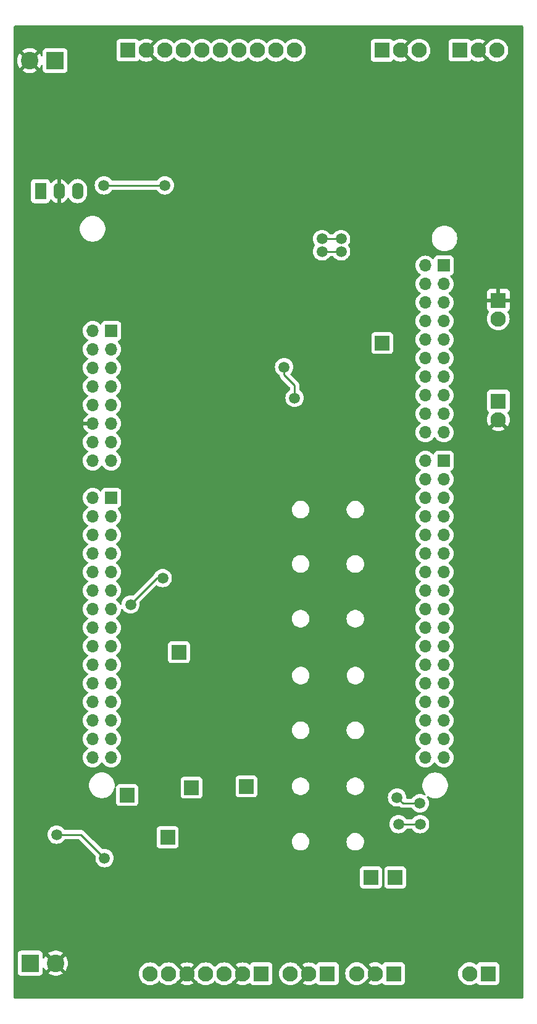
<source format=gbr>
%TF.GenerationSoftware,KiCad,Pcbnew,7.0.1*%
%TF.CreationDate,2023-05-11T12:11:36+02:00*%
%TF.ProjectId,STM32_F439ZI_Shield,53544d33-325f-4463-9433-395a495f5368,rev?*%
%TF.SameCoordinates,Original*%
%TF.FileFunction,Copper,L2,Bot*%
%TF.FilePolarity,Positive*%
%FSLAX46Y46*%
G04 Gerber Fmt 4.6, Leading zero omitted, Abs format (unit mm)*
G04 Created by KiCad (PCBNEW 7.0.1) date 2023-05-11 12:11:36*
%MOMM*%
%LPD*%
G01*
G04 APERTURE LIST*
%TA.AperFunction,ComponentPad*%
%ADD10R,2.000000X2.000000*%
%TD*%
%TA.AperFunction,ComponentPad*%
%ADD11R,2.100000X2.100000*%
%TD*%
%TA.AperFunction,ComponentPad*%
%ADD12C,2.100000*%
%TD*%
%TA.AperFunction,ComponentPad*%
%ADD13R,2.400000X2.400000*%
%TD*%
%TA.AperFunction,ComponentPad*%
%ADD14C,2.400000*%
%TD*%
%TA.AperFunction,ComponentPad*%
%ADD15R,1.600000X2.300000*%
%TD*%
%TA.AperFunction,ComponentPad*%
%ADD16O,1.600000X2.300000*%
%TD*%
%TA.AperFunction,ComponentPad*%
%ADD17R,1.700000X1.700000*%
%TD*%
%TA.AperFunction,ComponentPad*%
%ADD18O,1.700000X1.700000*%
%TD*%
%TA.AperFunction,ViaPad*%
%ADD19C,1.500000*%
%TD*%
%TA.AperFunction,Conductor*%
%ADD20C,0.250000*%
%TD*%
G04 APERTURE END LIST*
D10*
%TO.P,TP10,1,1*%
%TO.N,/Tx*%
X128405000Y-128495000D03*
%TD*%
D11*
%TO.P,Endschalter_Hinten1,1,Pin_1*%
%TO.N,+24V*%
X154520000Y-27550000D03*
D12*
%TO.P,Endschalter_Hinten1,2,Pin_2*%
%TO.N,GND*%
X157060000Y-27550000D03*
%TO.P,Endschalter_Hinten1,3,Pin_3*%
%TO.N,/Endschalter/Endschalter_Hinten*%
X159600000Y-27550000D03*
%TD*%
D11*
%TO.P,J3,1,Pin_1*%
%TO.N,/Optokoppler/Ext_Relais1_OUT*%
X169060000Y-153980000D03*
D12*
%TO.P,J3,2,Pin_2*%
%TO.N,/Optokoppler/Ext_Relais2_OUT*%
X166520000Y-153980000D03*
%TD*%
D11*
%TO.P,Kraftmessung1,1,Pin_1*%
%TO.N,+24V*%
X156110000Y-153980000D03*
D12*
%TO.P,Kraftmessung1,2,Pin_2*%
%TO.N,GND*%
X153570000Y-153980000D03*
%TO.P,Kraftmessung1,3,Pin_3*%
%TO.N,Net-(D19-K)*%
X151030000Y-153980000D03*
%TD*%
D10*
%TO.P,TP2,1,1*%
%TO.N,/STM32F439ZI/MISO*%
X126660000Y-109970000D03*
%TD*%
%TO.P,TP6,1,1*%
%TO.N,/STM32F439ZI/Abstandsmessung_MCU*%
X153010000Y-140820000D03*
%TD*%
D11*
%TO.P,Anenometer1,1,Pin_1*%
%TO.N,+24V*%
X137940000Y-153990000D03*
D12*
%TO.P,Anenometer1,2,Pin_2*%
%TO.N,GND*%
X135400000Y-153990000D03*
%TO.P,Anenometer1,3,Pin_3*%
%TO.N,/Sensoren_Eing\u00E4nge/RS485_RX_TX_NEG_1*%
X132860000Y-153990000D03*
%TO.P,Anenometer1,4,Pin_4*%
%TO.N,/Sensoren_Eing\u00E4nge/RS485_RX_TX_POS_1*%
X130320000Y-153990000D03*
%TO.P,Anenometer1,5,Pin_5*%
%TO.N,GND*%
X127780000Y-153990000D03*
%TO.P,Anenometer1,6,Pin_6*%
%TO.N,/STM32F439ZI/Windrichtung_MCU*%
X125240000Y-153990000D03*
%TO.P,Anenometer1,7,Pin_7*%
%TO.N,/STM32F439ZI/Windgeschwindigkeit_MCU*%
X122700000Y-153990000D03*
%TD*%
D10*
%TO.P,TP5,1,1*%
%TO.N,/STM32F439ZI/Kraftmessung_MCU*%
X156340000Y-140810000D03*
%TD*%
D11*
%TO.P,J5,1,Pin_1*%
%TO.N,/STM32F439ZI/Opt_Analog_IN*%
X170477500Y-75590000D03*
D12*
%TO.P,J5,2,Pin_2*%
%TO.N,GND*%
X170477500Y-78130000D03*
%TD*%
D11*
%TO.P,J4,1,Pin_1*%
%TO.N,GND*%
X170470000Y-61780000D03*
D12*
%TO.P,J4,2,Pin_2*%
%TO.N,/STM32F439ZI/Opt_Temperaturmessung*%
X170470000Y-64320000D03*
%TD*%
D13*
%TO.P,Spannungsversorgung_1,1,Pin_1*%
%TO.N,Net-(Spannungsversorgung_1-Pin_1)*%
X109690000Y-28960000D03*
D14*
%TO.P,Spannungsversorgung_1,2,Pin_2*%
%TO.N,GND*%
X106190000Y-28960000D03*
%TD*%
D15*
%TO.P,U13,1,IN*%
%TO.N,+24V*%
X107673000Y-46830000D03*
D16*
%TO.P,U13,2,GND*%
%TO.N,GND*%
X110213000Y-46830000D03*
%TO.P,U13,3,OUT*%
%TO.N,+5V*%
X112753000Y-46830000D03*
%TD*%
D10*
%TO.P,TP1,1,1*%
%TO.N,/Motor/Drehzahl_Analog_OUT*%
X154550000Y-67620000D03*
%TD*%
D11*
%TO.P,Endschalter_Vorne1,1,Pin_1*%
%TO.N,+24V*%
X165200000Y-27540000D03*
D12*
%TO.P,Endschalter_Vorne1,2,Pin_2*%
%TO.N,GND*%
X167740000Y-27540000D03*
%TO.P,Endschalter_Vorne1,3,Pin_3*%
%TO.N,/Endschalter/Endschalter_Vorne*%
X170280000Y-27540000D03*
%TD*%
D11*
%TO.P,Motor_Logik1,1,Pin_1*%
%TO.N,+24V*%
X119650000Y-27540000D03*
D12*
%TO.P,Motor_Logik1,2,Pin_2*%
%TO.N,GND*%
X122190000Y-27540000D03*
%TO.P,Motor_Logik1,3,Pin_3*%
%TO.N,/Motor/OUT1_IN*%
X124730000Y-27540000D03*
%TO.P,Motor_Logik1,4,Pin_4*%
%TO.N,/Motor/OUT2_IN*%
X127270000Y-27540000D03*
%TO.P,Motor_Logik1,5,Pin_5*%
%TO.N,/Motor/OUT3_IN*%
X129810000Y-27540000D03*
%TO.P,Motor_Logik1,6,Pin_6*%
%TO.N,/Motor/IN3_OUT*%
X132350000Y-27540000D03*
%TO.P,Motor_Logik1,7,Pin_7*%
%TO.N,/Motor/IN2_OUT*%
X134890000Y-27540000D03*
%TO.P,Motor_Logik1,8,Pin_8*%
%TO.N,/Motor/IN1_OUT*%
X137430000Y-27540000D03*
%TO.P,Motor_Logik1,9,Pin_9*%
%TO.N,/Motor/IN0_OUT*%
X139970000Y-27540000D03*
%TO.P,Motor_Logik1,10,Pin_10*%
%TO.N,/Motor/Drehzahl_Analog_OUT*%
X142510000Y-27540000D03*
%TD*%
D10*
%TO.P,TP7,1,1*%
%TO.N,/STM32F439ZI/Windgeschwindigkeit_MCU*%
X119550000Y-129510000D03*
%TD*%
%TO.P,TP9,1,1*%
%TO.N,/Rx*%
X135930000Y-128340000D03*
%TD*%
D13*
%TO.P,Motor_Spannungsversorgung1,1,Pin_1*%
%TO.N,Net-(Motor_Spannungsversorgung1-Pin_1)*%
X106260000Y-152540000D03*
D14*
%TO.P,Motor_Spannungsversorgung1,2,Pin_2*%
%TO.N,GND*%
X109760000Y-152540000D03*
%TD*%
D11*
%TO.P,Abstandssensor1,1,Pin_1*%
%TO.N,+24V*%
X147030000Y-153990000D03*
D12*
%TO.P,Abstandssensor1,2,Pin_2*%
%TO.N,GND*%
X144490000Y-153990000D03*
%TO.P,Abstandssensor1,3,Pin_3*%
%TO.N,/STM32F439ZI/Abstandsmessung_MCU*%
X141950000Y-153990000D03*
%TD*%
D10*
%TO.P,TP8,1,1*%
%TO.N,/STM32F439ZI/Windrichtung_MCU*%
X125110000Y-135310000D03*
%TD*%
D17*
%TO.P,CN7,1,Pin_1*%
%TO.N,/STM32F439ZI/Endschalter_Vorne_MCU*%
X163000000Y-57020000D03*
D18*
%TO.P,CN7,2,Pin_2*%
%TO.N,/STM32F439ZI/IN1_MCU*%
X160460000Y-57020000D03*
%TO.P,CN7,3,Pin_3*%
%TO.N,/STM32F439ZI/IN0_MCU*%
X163000000Y-59560000D03*
%TO.P,CN7,4,Pin_4*%
%TO.N,/STM32F439ZI/Endschalter_Hinten_MCU*%
X160460000Y-59560000D03*
%TO.P,CN7,5,Pin_5*%
%TO.N,unconnected-(CN7-Pin_5-Pad5)*%
X163000000Y-62100000D03*
%TO.P,CN7,6,Pin_6*%
%TO.N,unconnected-(CN7-Pin_6-Pad6)*%
X160460000Y-62100000D03*
%TO.P,CN7,7,Pin_7*%
%TO.N,unconnected-(CN7-Pin_7-Pad7)*%
X163000000Y-64640000D03*
%TO.P,CN7,8,Pin_8*%
%TO.N,unconnected-(CN7-Pin_8-Pad8)*%
X160460000Y-64640000D03*
%TO.P,CN7,9,Pin_9*%
%TO.N,/STM32F439ZI/Opt_Temperaturmessung*%
X163000000Y-67180000D03*
%TO.P,CN7,10,Pin_10*%
%TO.N,unconnected-(CN7-Pin_10-Pad10)*%
X160460000Y-67180000D03*
%TO.P,CN7,11,Pin_11*%
%TO.N,/STM32F439ZI/Opt_Analog_IN*%
X163000000Y-69720000D03*
%TO.P,CN7,12,Pin_12*%
%TO.N,unconnected-(CN7-Pin_12-Pad12)*%
X160460000Y-69720000D03*
%TO.P,CN7,13,Pin_13*%
%TO.N,unconnected-(CN7-Pin_13-Pad13)*%
X163000000Y-72260000D03*
%TO.P,CN7,14,Pin_14*%
%TO.N,unconnected-(CN7-Pin_14-Pad14)*%
X160460000Y-72260000D03*
%TO.P,CN7,15,Pin_15*%
%TO.N,unconnected-(CN7-Pin_15-Pad15)*%
X163000000Y-74800000D03*
%TO.P,CN7,16,Pin_16*%
%TO.N,unconnected-(CN7-Pin_16-Pad16)*%
X160460000Y-74800000D03*
%TO.P,CN7,17,Pin_17*%
%TO.N,unconnected-(CN7-Pin_17-Pad17)*%
X163000000Y-77340000D03*
%TO.P,CN7,18,Pin_18*%
%TO.N,/STM32F439ZI/Drehzahl_Analog_OUT*%
X160460000Y-77340000D03*
%TO.P,CN7,19,Pin_19*%
%TO.N,unconnected-(CN7-Pin_19-Pad19)*%
X163000000Y-79880000D03*
%TO.P,CN7,20,Pin_20*%
%TO.N,/Buttons_LEDS/MCU_Vorfahren*%
X160460000Y-79880000D03*
%TD*%
D17*
%TO.P,CN10,1,Pin_1*%
%TO.N,unconnected-(CN10-Pin_1-Pad1)*%
X163010000Y-83750000D03*
D18*
%TO.P,CN10,2,Pin_2*%
%TO.N,unconnected-(CN10-Pin_2-Pad2)*%
X160470000Y-83750000D03*
%TO.P,CN10,3,Pin_3*%
%TO.N,unconnected-(CN10-Pin_3-Pad3)*%
X163010000Y-86290000D03*
%TO.P,CN10,4,Pin_4*%
%TO.N,unconnected-(CN10-Pin_4-Pad4)*%
X160470000Y-86290000D03*
%TO.P,CN10,5,Pin_5*%
%TO.N,unconnected-(CN10-Pin_5-Pad5)*%
X163010000Y-88830000D03*
%TO.P,CN10,6,Pin_6*%
%TO.N,unconnected-(CN10-Pin_6-Pad6)*%
X160470000Y-88830000D03*
%TO.P,CN10,7,Pin_7*%
%TO.N,unconnected-(CN10-Pin_7-Pad7)*%
X163010000Y-91370000D03*
%TO.P,CN10,8,Pin_8*%
%TO.N,/Buttons_LEDS/MCU_Zurueckfahren*%
X160470000Y-91370000D03*
%TO.P,CN10,9,Pin_9*%
%TO.N,unconnected-(CN10-Pin_9-Pad9)*%
X163010000Y-93910000D03*
%TO.P,CN10,10,Pin_10*%
%TO.N,/Buttons_LEDS/MCU_Kalibrierung*%
X160470000Y-93910000D03*
%TO.P,CN10,11,Pin_11*%
%TO.N,unconnected-(CN10-Pin_11-Pad11)*%
X163010000Y-96450000D03*
%TO.P,CN10,12,Pin_12*%
%TO.N,/Buttons_LEDS/MCU_Switch*%
X160470000Y-96450000D03*
%TO.P,CN10,13,Pin_13*%
%TO.N,unconnected-(CN10-Pin_13-Pad13)*%
X163010000Y-98990000D03*
%TO.P,CN10,14,Pin_14*%
%TO.N,/Buttons_LEDS/MCU_LED_PWR*%
X160470000Y-98990000D03*
%TO.P,CN10,15,Pin_15*%
%TO.N,unconnected-(CN10-Pin_15-Pad15)*%
X163010000Y-101530000D03*
%TO.P,CN10,16,Pin_16*%
%TO.N,/Buttons_LEDS/MCU_LED_Betrieb*%
X160470000Y-101530000D03*
%TO.P,CN10,17,Pin_17*%
%TO.N,unconnected-(CN10-Pin_17-Pad17)*%
X163010000Y-104070000D03*
%TO.P,CN10,18,Pin_18*%
%TO.N,unconnected-(CN10-Pin_18-Pad18)*%
X160470000Y-104070000D03*
%TO.P,CN10,19,Pin_19*%
%TO.N,unconnected-(CN10-Pin_19-Pad19)*%
X163010000Y-106610000D03*
%TO.P,CN10,20,Pin_20*%
%TO.N,/Buttons_LEDS/MCU_LED_Manuell*%
X160470000Y-106610000D03*
%TO.P,CN10,21,Pin_21*%
%TO.N,unconnected-(CN10-Pin_21-Pad21)*%
X163010000Y-109150000D03*
%TO.P,CN10,22,Pin_22*%
%TO.N,/Buttons_LEDS/MCU_LED_Stoerung*%
X160470000Y-109150000D03*
%TO.P,CN10,23,Pin_23*%
%TO.N,unconnected-(CN10-Pin_23-Pad23)*%
X163010000Y-111690000D03*
%TO.P,CN10,24,Pin_24*%
%TO.N,/Buttons_LEDS/MCU_LED_Kalibrierung*%
X160470000Y-111690000D03*
%TO.P,CN10,25,Pin_25*%
%TO.N,unconnected-(CN10-Pin_25-Pad25)*%
X163010000Y-114230000D03*
%TO.P,CN10,26,Pin_26*%
%TO.N,unconnected-(CN10-Pin_26-Pad26)*%
X160470000Y-114230000D03*
%TO.P,CN10,27,Pin_27*%
%TO.N,unconnected-(CN10-Pin_27-Pad27)*%
X163010000Y-116770000D03*
%TO.P,CN10,28,Pin_28*%
%TO.N,unconnected-(CN10-Pin_28-Pad28)*%
X160470000Y-116770000D03*
%TO.P,CN10,29,Pin_29*%
%TO.N,/Optokoppler/Ext_Relais1_MCU*%
X163010000Y-119310000D03*
%TO.P,CN10,30,Pin_30*%
%TO.N,/STM32F439ZI/Abstandsmessung_MCU*%
X160470000Y-119310000D03*
%TO.P,CN10,31,Pin_31*%
%TO.N,/Optokoppler/Ext_Relais2_MCU*%
X163010000Y-121850000D03*
%TO.P,CN10,32,Pin_32*%
%TO.N,/STM32F439ZI/Kraftmessung_MCU*%
X160470000Y-121850000D03*
%TO.P,CN10,33,Pin_33*%
%TO.N,/Buttons_LEDS/MCU_LED_Trimmen*%
X163010000Y-124390000D03*
%TO.P,CN10,34,Pin_34*%
%TO.N,/Buttons_LEDS/MCU_LED_Rollen*%
X160470000Y-124390000D03*
%TD*%
D17*
%TO.P,CN8,1,Pin_1*%
%TO.N,unconnected-(CN8-Pin_1-Pad1)*%
X117380000Y-65960000D03*
D18*
%TO.P,CN8,2,Pin_2*%
%TO.N,unconnected-(CN8-Pin_2-Pad2)*%
X114840000Y-65960000D03*
%TO.P,CN8,3,Pin_3*%
%TO.N,/Optokoppler/OUT1_MCU*%
X117380000Y-68500000D03*
%TO.P,CN8,4,Pin_4*%
%TO.N,unconnected-(CN8-Pin_4-Pad4)*%
X114840000Y-68500000D03*
%TO.P,CN8,5,Pin_5*%
%TO.N,/Optokoppler/OUT2_MCU*%
X117380000Y-71040000D03*
%TO.P,CN8,6,Pin_6*%
%TO.N,unconnected-(CN8-Pin_6-Pad6)*%
X114840000Y-71040000D03*
%TO.P,CN8,7,Pin_7*%
%TO.N,/Optokoppler/OUT3_MCU*%
X117380000Y-73580000D03*
%TO.P,CN8,8,Pin_8*%
%TO.N,unconnected-(CN8-Pin_8-Pad8)*%
X114840000Y-73580000D03*
%TO.P,CN8,9,Pin_9*%
%TO.N,/Optokoppler/IN3_MCU_IN*%
X117380000Y-76120000D03*
%TO.P,CN8,10,Pin_10*%
%TO.N,+5V*%
X114840000Y-76120000D03*
%TO.P,CN8,11,Pin_11*%
%TO.N,/Optokoppler/IN2_MCU_IN*%
X117380000Y-78660000D03*
%TO.P,CN8,12,Pin_12*%
%TO.N,GND*%
X114840000Y-78660000D03*
%TO.P,CN8,13,Pin_13*%
%TO.N,unconnected-(CN8-Pin_13-Pad13)*%
X117380000Y-81200000D03*
%TO.P,CN8,14,Pin_14*%
%TO.N,unconnected-(CN8-Pin_14-Pad14)*%
X114840000Y-81200000D03*
%TO.P,CN8,15,Pin_15*%
%TO.N,unconnected-(CN8-Pin_15-Pad15)*%
X117380000Y-83740000D03*
%TO.P,CN8,16,Pin_16*%
%TO.N,unconnected-(CN8-Pin_16-Pad16)*%
X114840000Y-83740000D03*
%TD*%
D17*
%TO.P,CN9,1,Pin_1*%
%TO.N,unconnected-(CN9-Pin_1-Pad1)*%
X117380000Y-88830000D03*
D18*
%TO.P,CN9,2,Pin_2*%
%TO.N,/Rx*%
X114840000Y-88830000D03*
%TO.P,CN9,3,Pin_3*%
%TO.N,/Enable*%
X117380000Y-91370000D03*
%TO.P,CN9,4,Pin_4*%
%TO.N,unconnected-(CN9-Pin_4-Pad4)*%
X114840000Y-91370000D03*
%TO.P,CN9,5,Pin_5*%
%TO.N,/Tx*%
X117380000Y-93910000D03*
%TO.P,CN9,6,Pin_6*%
%TO.N,unconnected-(CN9-Pin_6-Pad6)*%
X114840000Y-93910000D03*
%TO.P,CN9,7,Pin_7*%
%TO.N,unconnected-(CN9-Pin_7-Pad7)*%
X117380000Y-96450000D03*
%TO.P,CN9,8,Pin_8*%
%TO.N,unconnected-(CN9-Pin_8-Pad8)*%
X114840000Y-96450000D03*
%TO.P,CN9,9,Pin_9*%
%TO.N,/STM32F439ZI/HOLD*%
X117380000Y-98990000D03*
%TO.P,CN9,10,Pin_10*%
%TO.N,unconnected-(CN9-Pin_10-Pad10)*%
X114840000Y-98990000D03*
%TO.P,CN9,11,Pin_11*%
%TO.N,unconnected-(CN9-Pin_11-Pad11)*%
X117380000Y-101530000D03*
%TO.P,CN9,12,Pin_12*%
%TO.N,/Motor/Stromsensor_MCU*%
X114840000Y-101530000D03*
%TO.P,CN9,13,Pin_13*%
%TO.N,/STM32F439ZI/SCK*%
X117380000Y-104070000D03*
%TO.P,CN9,14,Pin_14*%
%TO.N,unconnected-(CN9-Pin_14-Pad14)*%
X114840000Y-104070000D03*
%TO.P,CN9,15,Pin_15*%
%TO.N,unconnected-(CN9-Pin_15-Pad15)*%
X117380000Y-106610000D03*
%TO.P,CN9,16,Pin_16*%
%TO.N,unconnected-(CN9-Pin_16-Pad16)*%
X114840000Y-106610000D03*
%TO.P,CN9,17,Pin_17*%
%TO.N,/STM32F439ZI/MISO*%
X117380000Y-109150000D03*
%TO.P,CN9,18,Pin_18*%
%TO.N,unconnected-(CN9-Pin_18-Pad18)*%
X114840000Y-109150000D03*
%TO.P,CN9,19,Pin_19*%
%TO.N,/STM32F439ZI/MOSI*%
X117380000Y-111690000D03*
%TO.P,CN9,20,Pin_20*%
%TO.N,unconnected-(CN9-Pin_20-Pad20)*%
X114840000Y-111690000D03*
%TO.P,CN9,21,Pin_21*%
%TO.N,/STM32F439ZI/CS*%
X117380000Y-114230000D03*
%TO.P,CN9,22,Pin_22*%
%TO.N,unconnected-(CN9-Pin_22-Pad22)*%
X114840000Y-114230000D03*
%TO.P,CN9,23,Pin_23*%
%TO.N,unconnected-(CN9-Pin_23-Pad23)*%
X117380000Y-116770000D03*
%TO.P,CN9,24,Pin_24*%
%TO.N,unconnected-(CN9-Pin_24-Pad24)*%
X114840000Y-116770000D03*
%TO.P,CN9,25,Pin_25*%
%TO.N,/STM32F439ZI/Windrichtung_MCU*%
X117380000Y-119310000D03*
%TO.P,CN9,26,Pin_26*%
%TO.N,unconnected-(CN9-Pin_26-Pad26)*%
X114840000Y-119310000D03*
%TO.P,CN9,27,Pin_27*%
%TO.N,/STM32F439ZI/Windgeschwindigkeit_MCU*%
X117380000Y-121850000D03*
%TO.P,CN9,28,Pin_28*%
%TO.N,unconnected-(CN9-Pin_28-Pad28)*%
X114840000Y-121850000D03*
%TO.P,CN9,29,Pin_29*%
%TO.N,unconnected-(CN9-Pin_29-Pad29)*%
X117380000Y-124390000D03*
%TO.P,CN9,30,Pin_30*%
%TO.N,unconnected-(CN9-Pin_30-Pad30)*%
X114840000Y-124390000D03*
%TD*%
D19*
%TO.N,+24V*%
X116360000Y-46040000D03*
X124730000Y-46040000D03*
X116460000Y-138160000D03*
X109900000Y-134940000D03*
%TO.N,GND*%
X168480000Y-135510000D03*
X147110000Y-93740000D03*
X147120000Y-116490000D03*
X147100000Y-139360000D03*
X133450000Y-53030000D03*
X111870000Y-78660000D03*
X128200000Y-36920000D03*
X120650000Y-61400000D03*
X170630000Y-72390000D03*
X161140000Y-148930000D03*
X155980000Y-149320000D03*
X147100000Y-108640000D03*
X132880000Y-73380000D03*
X173080000Y-148930000D03*
X146280000Y-50760000D03*
X143510000Y-142242500D03*
X147120000Y-124380000D03*
X135830000Y-36830000D03*
X139220000Y-73360000D03*
X126597500Y-72700000D03*
X138870000Y-95270000D03*
X162960000Y-32540000D03*
X135190000Y-60050000D03*
X110330000Y-55700000D03*
X147100000Y-132040000D03*
X172560000Y-32910000D03*
X139780000Y-53030000D03*
X113230000Y-142580000D03*
X162880000Y-135540000D03*
X140560000Y-36840000D03*
X120350000Y-68180000D03*
X145370000Y-72830000D03*
X122030353Y-36920353D03*
X138890000Y-89430000D03*
X126960000Y-52980000D03*
X119580000Y-37000000D03*
X128640000Y-144540000D03*
X115970000Y-134170000D03*
X134940000Y-102770000D03*
X122137500Y-146550000D03*
X138930000Y-83530000D03*
X147100000Y-101200000D03*
X125140000Y-36860000D03*
X128400000Y-60000000D03*
X123200000Y-112740000D03*
%TO.N,/Buttons_LEDS/MCU_LED_Trimmen*%
X159750000Y-133510000D03*
X156785500Y-133510000D03*
%TO.N,/Buttons_LEDS/MCU_LED_Rollen*%
X159720000Y-130650000D03*
X156575000Y-129855000D03*
%TO.N,/Optokoppler/IN1_MCU_IN*%
X146290000Y-55089503D03*
X148910000Y-55089503D03*
%TO.N,/Optokoppler/IN0_MCU_IN*%
X148910000Y-53390000D03*
X146290000Y-53390000D03*
%TO.N,+3.3V*%
X141090000Y-70920000D03*
X124440000Y-99820000D03*
X120030000Y-103430000D03*
X142530000Y-75150000D03*
%TD*%
D20*
%TO.N,+24V*%
X124730000Y-46040000D02*
X116360000Y-46040000D01*
X116460000Y-138160000D02*
X113240000Y-134940000D01*
X113240000Y-134940000D02*
X109900000Y-134940000D01*
%TO.N,/Buttons_LEDS/MCU_LED_Trimmen*%
X156785500Y-133510000D02*
X159750000Y-133510000D01*
%TO.N,/Buttons_LEDS/MCU_LED_Rollen*%
X159720000Y-130650000D02*
X157370000Y-130650000D01*
X157370000Y-130650000D02*
X156575000Y-129855000D01*
%TO.N,/Optokoppler/IN1_MCU_IN*%
X148910000Y-55089503D02*
X146290000Y-55089503D01*
%TO.N,/Optokoppler/IN0_MCU_IN*%
X148910000Y-53390000D02*
X146290000Y-53390000D01*
%TO.N,+3.3V*%
X142530000Y-73420000D02*
X142530000Y-75150000D01*
X123630000Y-99820000D02*
X124440000Y-99820000D01*
X141090000Y-71980000D02*
X142530000Y-73420000D01*
X120030000Y-103430000D02*
X120030000Y-103420000D01*
X141090000Y-71980000D02*
X141090000Y-70920000D01*
X120030000Y-103420000D02*
X123630000Y-99820000D01*
%TD*%
%TA.AperFunction,Conductor*%
%TO.N,GND*%
G36*
X173673288Y-24112953D02*
G01*
X173727388Y-24124975D01*
X173769272Y-24142848D01*
X173799785Y-24163190D01*
X173818683Y-24178683D01*
X173835771Y-24195771D01*
X173858999Y-24227998D01*
X173882573Y-24275147D01*
X173893255Y-24306279D01*
X173897591Y-24327956D01*
X173900000Y-24352278D01*
X173900000Y-157173141D01*
X173888885Y-157224453D01*
X173859304Y-157289530D01*
X173834100Y-157325899D01*
X173806886Y-157353113D01*
X173768051Y-157379406D01*
X173731866Y-157394914D01*
X173707340Y-157402532D01*
X173682038Y-157407592D01*
X173657722Y-157410000D01*
X104217367Y-157410000D01*
X104183300Y-157405228D01*
X104148610Y-157395316D01*
X104113897Y-157379264D01*
X104094609Y-157366406D01*
X104084963Y-157359975D01*
X104058487Y-157336185D01*
X104039258Y-157313110D01*
X104013473Y-157260629D01*
X104002953Y-157213289D01*
X104000000Y-157186390D01*
X104000000Y-153787869D01*
X104559500Y-153787869D01*
X104565909Y-153847483D01*
X104616204Y-153982331D01*
X104702454Y-154097546D01*
X104817669Y-154183796D01*
X104952517Y-154234091D01*
X105012127Y-154240500D01*
X107507872Y-154240499D01*
X107567483Y-154234091D01*
X107702331Y-154183796D01*
X107817546Y-154097546D01*
X107903796Y-153982331D01*
X107931991Y-153906737D01*
X108746813Y-153906737D01*
X108907619Y-154016372D01*
X109137179Y-154126922D01*
X109380654Y-154202025D01*
X109632603Y-154240000D01*
X109887397Y-154240000D01*
X110139345Y-154202025D01*
X110382823Y-154126921D01*
X110612383Y-154016372D01*
X110651063Y-153990000D01*
X121144706Y-153990000D01*
X121147232Y-154022093D01*
X121163854Y-154233303D01*
X121220828Y-154470615D01*
X121314221Y-154696088D01*
X121423902Y-154875068D01*
X121441741Y-154904179D01*
X121600241Y-155089759D01*
X121785821Y-155248259D01*
X121859752Y-155293564D01*
X121993911Y-155375778D01*
X122219384Y-155469171D01*
X122219387Y-155469171D01*
X122219388Y-155469172D01*
X122456698Y-155526146D01*
X122700000Y-155545294D01*
X122943302Y-155526146D01*
X123180612Y-155469172D01*
X123180613Y-155469171D01*
X123180615Y-155469171D01*
X123406088Y-155375778D01*
X123456045Y-155345163D01*
X123614179Y-155248259D01*
X123799759Y-155089759D01*
X123875715Y-155000825D01*
X123918084Y-154968753D01*
X123969998Y-154957362D01*
X124021912Y-154968752D01*
X124064287Y-155000829D01*
X124140241Y-155089759D01*
X124325821Y-155248259D01*
X124399752Y-155293564D01*
X124533911Y-155375778D01*
X124759384Y-155469171D01*
X124759387Y-155469171D01*
X124759388Y-155469172D01*
X124996698Y-155526146D01*
X125240000Y-155545294D01*
X125483302Y-155526146D01*
X125720612Y-155469172D01*
X125720613Y-155469171D01*
X125720615Y-155469171D01*
X125946088Y-155375778D01*
X125996045Y-155345163D01*
X126148900Y-155251494D01*
X126872056Y-155251494D01*
X127074137Y-155375329D01*
X127299542Y-155468696D01*
X127536775Y-155525650D01*
X127780000Y-155544792D01*
X128023224Y-155525650D01*
X128260457Y-155468696D01*
X128485862Y-155375329D01*
X128687942Y-155251494D01*
X127780000Y-154343553D01*
X126872056Y-155251494D01*
X126148900Y-155251494D01*
X126154179Y-155248259D01*
X126339759Y-155089759D01*
X126461912Y-154946735D01*
X126488957Y-154927489D01*
X127426447Y-153990001D01*
X128133553Y-153990001D01*
X129071041Y-154927489D01*
X129098088Y-154946736D01*
X129220241Y-155089759D01*
X129405821Y-155248259D01*
X129479752Y-155293564D01*
X129613911Y-155375778D01*
X129839384Y-155469171D01*
X129839387Y-155469171D01*
X129839388Y-155469172D01*
X130076698Y-155526146D01*
X130320000Y-155545294D01*
X130563302Y-155526146D01*
X130800612Y-155469172D01*
X130800613Y-155469171D01*
X130800615Y-155469171D01*
X131026088Y-155375778D01*
X131076045Y-155345163D01*
X131234179Y-155248259D01*
X131419759Y-155089759D01*
X131495715Y-155000825D01*
X131538084Y-154968753D01*
X131589998Y-154957362D01*
X131641912Y-154968752D01*
X131684287Y-155000829D01*
X131760241Y-155089759D01*
X131945821Y-155248259D01*
X132019752Y-155293564D01*
X132153911Y-155375778D01*
X132379384Y-155469171D01*
X132379387Y-155469171D01*
X132379388Y-155469172D01*
X132616698Y-155526146D01*
X132860000Y-155545294D01*
X133103302Y-155526146D01*
X133340612Y-155469172D01*
X133340613Y-155469171D01*
X133340615Y-155469171D01*
X133566088Y-155375778D01*
X133616045Y-155345163D01*
X133768900Y-155251494D01*
X134492056Y-155251494D01*
X134694137Y-155375329D01*
X134919542Y-155468696D01*
X135156775Y-155525650D01*
X135400000Y-155544792D01*
X135643224Y-155525650D01*
X135880457Y-155468696D01*
X136105862Y-155375330D01*
X136290557Y-155262148D01*
X136348268Y-155244077D01*
X136407662Y-155255451D01*
X136454611Y-155293561D01*
X136532454Y-155397546D01*
X136647669Y-155483796D01*
X136782517Y-155534091D01*
X136842127Y-155540500D01*
X139037872Y-155540499D01*
X139097483Y-155534091D01*
X139232331Y-155483796D01*
X139347546Y-155397546D01*
X139433796Y-155282331D01*
X139484091Y-155147483D01*
X139490500Y-155087873D01*
X139490499Y-153990000D01*
X140394706Y-153990000D01*
X140397232Y-154022093D01*
X140413854Y-154233303D01*
X140470828Y-154470615D01*
X140564221Y-154696088D01*
X140673902Y-154875068D01*
X140691741Y-154904179D01*
X140850241Y-155089759D01*
X141035821Y-155248259D01*
X141109752Y-155293564D01*
X141243911Y-155375778D01*
X141469384Y-155469171D01*
X141469387Y-155469171D01*
X141469388Y-155469172D01*
X141706698Y-155526146D01*
X141950000Y-155545294D01*
X142193302Y-155526146D01*
X142430612Y-155469172D01*
X142430613Y-155469171D01*
X142430615Y-155469171D01*
X142656088Y-155375778D01*
X142706045Y-155345163D01*
X142858900Y-155251494D01*
X143582056Y-155251494D01*
X143784137Y-155375329D01*
X144009542Y-155468696D01*
X144246775Y-155525650D01*
X144490000Y-155544792D01*
X144733224Y-155525650D01*
X144970457Y-155468696D01*
X145195862Y-155375330D01*
X145380557Y-155262148D01*
X145438268Y-155244077D01*
X145497662Y-155255451D01*
X145544611Y-155293561D01*
X145622454Y-155397546D01*
X145737669Y-155483796D01*
X145872517Y-155534091D01*
X145932127Y-155540500D01*
X148127872Y-155540499D01*
X148187483Y-155534091D01*
X148322331Y-155483796D01*
X148437546Y-155397546D01*
X148523796Y-155282331D01*
X148574091Y-155147483D01*
X148580500Y-155087873D01*
X148580499Y-153980000D01*
X149474706Y-153980000D01*
X149478019Y-154022093D01*
X149493854Y-154223303D01*
X149550828Y-154460615D01*
X149644221Y-154686088D01*
X149753902Y-154865068D01*
X149771741Y-154894179D01*
X149930241Y-155079759D01*
X150115821Y-155238259D01*
X150187740Y-155282331D01*
X150323911Y-155365778D01*
X150549384Y-155459171D01*
X150549387Y-155459171D01*
X150549388Y-155459172D01*
X150786698Y-155516146D01*
X151030000Y-155535294D01*
X151273302Y-155516146D01*
X151510612Y-155459172D01*
X151510613Y-155459171D01*
X151510615Y-155459171D01*
X151736088Y-155365778D01*
X151786045Y-155335163D01*
X151938900Y-155241494D01*
X152662056Y-155241494D01*
X152864137Y-155365329D01*
X153089542Y-155458696D01*
X153326775Y-155515650D01*
X153570000Y-155534792D01*
X153813224Y-155515650D01*
X154050457Y-155458696D01*
X154275862Y-155365330D01*
X154460557Y-155252148D01*
X154518268Y-155234077D01*
X154577662Y-155245451D01*
X154624611Y-155283561D01*
X154702454Y-155387546D01*
X154817669Y-155473796D01*
X154952517Y-155524091D01*
X155012127Y-155530500D01*
X157207872Y-155530499D01*
X157267483Y-155524091D01*
X157402331Y-155473796D01*
X157517546Y-155387546D01*
X157603796Y-155272331D01*
X157654091Y-155137483D01*
X157660500Y-155077873D01*
X157660499Y-153980000D01*
X164964706Y-153980000D01*
X164968019Y-154022093D01*
X164983854Y-154223303D01*
X165040828Y-154460615D01*
X165134221Y-154686088D01*
X165243902Y-154865068D01*
X165261741Y-154894179D01*
X165420241Y-155079759D01*
X165605821Y-155238259D01*
X165677740Y-155282331D01*
X165813911Y-155365778D01*
X166039384Y-155459171D01*
X166039387Y-155459171D01*
X166039388Y-155459172D01*
X166276698Y-155516146D01*
X166520000Y-155535294D01*
X166763302Y-155516146D01*
X167000612Y-155459172D01*
X167000613Y-155459171D01*
X167000615Y-155459171D01*
X167226085Y-155365779D01*
X167226086Y-155365777D01*
X167226089Y-155365777D01*
X167410860Y-155252548D01*
X167468567Y-155234479D01*
X167527962Y-155245853D01*
X167574913Y-155283965D01*
X167652454Y-155387546D01*
X167767669Y-155473796D01*
X167902517Y-155524091D01*
X167962127Y-155530500D01*
X170157872Y-155530499D01*
X170217483Y-155524091D01*
X170352331Y-155473796D01*
X170467546Y-155387546D01*
X170553796Y-155272331D01*
X170604091Y-155137483D01*
X170610500Y-155077873D01*
X170610499Y-152882128D01*
X170604091Y-152822517D01*
X170553796Y-152687669D01*
X170467546Y-152572454D01*
X170352331Y-152486204D01*
X170217483Y-152435909D01*
X170157873Y-152429500D01*
X170157869Y-152429500D01*
X167962130Y-152429500D01*
X167902515Y-152435909D01*
X167767669Y-152486204D01*
X167652451Y-152572456D01*
X167574913Y-152676033D01*
X167527962Y-152714146D01*
X167468567Y-152725520D01*
X167410857Y-152707449D01*
X167226088Y-152594221D01*
X167000615Y-152500828D01*
X166763303Y-152443854D01*
X166520000Y-152424706D01*
X166276696Y-152443854D01*
X166039384Y-152500828D01*
X165813911Y-152594221D01*
X165605822Y-152721740D01*
X165420241Y-152880241D01*
X165261740Y-153065822D01*
X165134221Y-153273911D01*
X165040828Y-153499384D01*
X164983854Y-153736696D01*
X164979826Y-153787873D01*
X164964706Y-153980000D01*
X157660499Y-153980000D01*
X157660499Y-152882128D01*
X157654091Y-152822517D01*
X157603796Y-152687669D01*
X157517546Y-152572454D01*
X157402331Y-152486204D01*
X157267483Y-152435909D01*
X157207873Y-152429500D01*
X157207869Y-152429500D01*
X155012130Y-152429500D01*
X154952515Y-152435909D01*
X154817669Y-152486204D01*
X154702453Y-152572454D01*
X154624614Y-152676435D01*
X154577662Y-152714548D01*
X154518268Y-152725922D01*
X154460557Y-152707851D01*
X154275862Y-152594670D01*
X154050457Y-152501303D01*
X153813224Y-152444349D01*
X153570000Y-152425207D01*
X153326775Y-152444349D01*
X153089542Y-152501303D01*
X152864137Y-152594669D01*
X152662056Y-152718504D01*
X153570000Y-153626447D01*
X153835871Y-153892318D01*
X153867965Y-153947905D01*
X153867965Y-154012093D01*
X153835871Y-154067680D01*
X152662056Y-155241494D01*
X151938900Y-155241494D01*
X151944179Y-155238259D01*
X152129759Y-155079759D01*
X152251912Y-154936735D01*
X152278957Y-154917489D01*
X153216447Y-153980001D01*
X153216447Y-153980000D01*
X152278963Y-153042515D01*
X152251909Y-153023261D01*
X152129759Y-152880241D01*
X151944179Y-152721741D01*
X151886565Y-152686435D01*
X151736088Y-152594221D01*
X151510615Y-152500828D01*
X151273303Y-152443854D01*
X151030000Y-152424706D01*
X150786696Y-152443854D01*
X150549384Y-152500828D01*
X150323911Y-152594221D01*
X150115822Y-152721740D01*
X149930241Y-152880241D01*
X149771740Y-153065822D01*
X149644221Y-153273911D01*
X149550828Y-153499384D01*
X149493854Y-153736696D01*
X149489826Y-153787873D01*
X149474706Y-153980000D01*
X148580499Y-153980000D01*
X148580499Y-152892128D01*
X148574091Y-152832517D01*
X148523796Y-152697669D01*
X148437546Y-152582454D01*
X148322331Y-152496204D01*
X148187483Y-152445909D01*
X148127873Y-152439500D01*
X148127869Y-152439500D01*
X145932130Y-152439500D01*
X145872515Y-152445909D01*
X145737669Y-152496204D01*
X145622453Y-152582454D01*
X145544614Y-152686435D01*
X145497662Y-152724548D01*
X145438268Y-152735922D01*
X145380557Y-152717851D01*
X145195862Y-152604670D01*
X144970457Y-152511303D01*
X144733224Y-152454349D01*
X144490000Y-152435207D01*
X144246775Y-152454349D01*
X144009542Y-152511303D01*
X143784137Y-152604669D01*
X143582056Y-152728504D01*
X144490000Y-153636447D01*
X144755871Y-153902318D01*
X144787965Y-153957905D01*
X144787965Y-154022093D01*
X144755871Y-154077680D01*
X143582056Y-155251494D01*
X142858900Y-155251494D01*
X142864179Y-155248259D01*
X143049759Y-155089759D01*
X143171912Y-154946735D01*
X143198957Y-154927489D01*
X144136447Y-153990000D01*
X143198963Y-153052515D01*
X143171909Y-153033261D01*
X143049759Y-152890241D01*
X142864179Y-152731741D01*
X142808579Y-152697669D01*
X142656088Y-152604221D01*
X142430615Y-152510828D01*
X142193303Y-152453854D01*
X142010914Y-152439500D01*
X141950000Y-152434706D01*
X141949999Y-152434706D01*
X141706696Y-152453854D01*
X141469384Y-152510828D01*
X141243911Y-152604221D01*
X141035822Y-152731740D01*
X140850241Y-152890241D01*
X140691740Y-153075822D01*
X140564221Y-153283911D01*
X140470828Y-153509384D01*
X140413854Y-153746696D01*
X140394706Y-153989999D01*
X140394706Y-153990000D01*
X139490499Y-153990000D01*
X139490499Y-152892128D01*
X139484091Y-152832517D01*
X139433796Y-152697669D01*
X139347546Y-152582454D01*
X139232331Y-152496204D01*
X139097483Y-152445909D01*
X139037873Y-152439500D01*
X139037869Y-152439500D01*
X136842130Y-152439500D01*
X136782515Y-152445909D01*
X136647669Y-152496204D01*
X136532453Y-152582454D01*
X136454614Y-152686435D01*
X136407662Y-152724548D01*
X136348268Y-152735922D01*
X136290557Y-152717851D01*
X136105862Y-152604670D01*
X135880457Y-152511303D01*
X135643224Y-152454349D01*
X135400000Y-152435207D01*
X135156775Y-152454349D01*
X134919542Y-152511303D01*
X134694137Y-152604669D01*
X134492056Y-152728504D01*
X135400000Y-153636447D01*
X135665871Y-153902318D01*
X135697965Y-153957905D01*
X135697965Y-154022093D01*
X135665871Y-154077680D01*
X134492056Y-155251494D01*
X133768900Y-155251494D01*
X133774179Y-155248259D01*
X133959759Y-155089759D01*
X134081912Y-154946735D01*
X134108957Y-154927489D01*
X135046447Y-153990000D01*
X134108963Y-153052515D01*
X134081909Y-153033261D01*
X133959759Y-152890241D01*
X133774179Y-152731741D01*
X133718579Y-152697669D01*
X133566088Y-152604221D01*
X133340615Y-152510828D01*
X133103303Y-152453854D01*
X132920914Y-152439500D01*
X132860000Y-152434706D01*
X132859999Y-152434706D01*
X132616696Y-152453854D01*
X132379384Y-152510828D01*
X132153911Y-152604221D01*
X131945822Y-152731740D01*
X131760241Y-152890241D01*
X131684290Y-152979168D01*
X131641914Y-153011246D01*
X131590000Y-153022636D01*
X131538086Y-153011246D01*
X131495710Y-152979168D01*
X131477844Y-152958250D01*
X131419759Y-152890241D01*
X131234179Y-152731741D01*
X131178579Y-152697669D01*
X131026088Y-152604221D01*
X130800615Y-152510828D01*
X130563303Y-152453854D01*
X130380914Y-152439500D01*
X130320000Y-152434706D01*
X130319999Y-152434706D01*
X130076696Y-152453854D01*
X129839384Y-152510828D01*
X129613911Y-152604221D01*
X129405822Y-152731740D01*
X129220241Y-152890241D01*
X129098090Y-153033261D01*
X129071035Y-153052515D01*
X128133553Y-153990000D01*
X128133553Y-153990001D01*
X127426447Y-153990001D01*
X127426447Y-153990000D01*
X126488963Y-153052515D01*
X126461909Y-153033261D01*
X126339759Y-152890241D01*
X126154179Y-152731741D01*
X126148897Y-152728504D01*
X126872056Y-152728504D01*
X127780000Y-153636447D01*
X127780001Y-153636447D01*
X128687942Y-152728504D01*
X128485862Y-152604669D01*
X128260457Y-152511303D01*
X128023224Y-152454349D01*
X127780000Y-152435207D01*
X127536775Y-152454349D01*
X127299542Y-152511303D01*
X127074137Y-152604669D01*
X126872056Y-152728504D01*
X126148897Y-152728504D01*
X126098579Y-152697669D01*
X125946088Y-152604221D01*
X125720615Y-152510828D01*
X125483303Y-152453854D01*
X125300914Y-152439500D01*
X125240000Y-152434706D01*
X125239999Y-152434706D01*
X124996696Y-152453854D01*
X124759384Y-152510828D01*
X124533911Y-152604221D01*
X124325822Y-152731740D01*
X124140241Y-152890241D01*
X124064290Y-152979168D01*
X124021914Y-153011246D01*
X123970000Y-153022636D01*
X123918086Y-153011246D01*
X123875710Y-152979168D01*
X123857844Y-152958250D01*
X123799759Y-152890241D01*
X123614179Y-152731741D01*
X123558579Y-152697669D01*
X123406088Y-152604221D01*
X123180615Y-152510828D01*
X122943303Y-152453854D01*
X122760914Y-152439500D01*
X122700000Y-152434706D01*
X122699999Y-152434706D01*
X122456696Y-152453854D01*
X122219384Y-152510828D01*
X121993911Y-152604221D01*
X121785822Y-152731740D01*
X121600241Y-152890241D01*
X121441740Y-153075822D01*
X121314221Y-153283911D01*
X121220828Y-153509384D01*
X121163854Y-153746696D01*
X121144706Y-153989999D01*
X121144706Y-153990000D01*
X110651063Y-153990000D01*
X110773185Y-153906737D01*
X109760000Y-152893553D01*
X108746813Y-153906737D01*
X107931991Y-153906737D01*
X107954091Y-153847483D01*
X107960500Y-153787873D01*
X107960499Y-153263487D01*
X107979014Y-153198306D01*
X108029032Y-153152587D01*
X108095613Y-153139989D01*
X108158876Y-153164273D01*
X108199927Y-153218187D01*
X108224058Y-153279670D01*
X108351456Y-153500331D01*
X108393452Y-153552993D01*
X108393453Y-153552993D01*
X109406447Y-152540001D01*
X110113553Y-152540001D01*
X111126545Y-153552993D01*
X111126546Y-153552992D01*
X111168545Y-153500328D01*
X111295942Y-153279669D01*
X111389028Y-153042491D01*
X111445726Y-152794080D01*
X111464767Y-152539999D01*
X111445726Y-152285919D01*
X111389028Y-152037508D01*
X111295942Y-151800330D01*
X111168545Y-151579671D01*
X111126546Y-151527005D01*
X110113553Y-152540000D01*
X110113553Y-152540001D01*
X109406447Y-152540001D01*
X109406447Y-152540000D01*
X108393453Y-151527006D01*
X108351453Y-151579673D01*
X108224058Y-151800329D01*
X108199927Y-151861814D01*
X108158876Y-151915728D01*
X108095614Y-151940012D01*
X108029032Y-151927414D01*
X107979015Y-151881696D01*
X107960499Y-151816511D01*
X107960499Y-151292130D01*
X107960499Y-151292127D01*
X107954091Y-151232517D01*
X107931990Y-151173261D01*
X108746813Y-151173261D01*
X109760000Y-152186447D01*
X109760001Y-152186447D01*
X110773185Y-151173261D01*
X110612379Y-151063625D01*
X110382823Y-150953078D01*
X110139345Y-150877974D01*
X109887397Y-150840000D01*
X109632603Y-150840000D01*
X109380654Y-150877974D01*
X109137179Y-150953077D01*
X108907615Y-151063628D01*
X108746813Y-151173261D01*
X107931990Y-151173261D01*
X107903796Y-151097669D01*
X107817546Y-150982454D01*
X107702331Y-150896204D01*
X107567483Y-150845909D01*
X107507873Y-150839500D01*
X107507869Y-150839500D01*
X105012130Y-150839500D01*
X104952515Y-150845909D01*
X104817669Y-150896204D01*
X104702454Y-150982454D01*
X104616204Y-151097668D01*
X104565909Y-151232516D01*
X104559500Y-151292130D01*
X104559500Y-153787869D01*
X104000000Y-153787869D01*
X104000000Y-141867869D01*
X151509500Y-141867869D01*
X151514834Y-141917483D01*
X151515909Y-141927483D01*
X151566204Y-142062331D01*
X151652454Y-142177546D01*
X151767669Y-142263796D01*
X151902517Y-142314091D01*
X151962127Y-142320500D01*
X154057872Y-142320499D01*
X154117483Y-142314091D01*
X154252331Y-142263796D01*
X154367546Y-142177546D01*
X154453796Y-142062331D01*
X154504091Y-141927483D01*
X154510500Y-141867873D01*
X154510500Y-141857869D01*
X154839500Y-141857869D01*
X154845909Y-141917484D01*
X154849639Y-141927484D01*
X154896204Y-142052331D01*
X154982454Y-142167546D01*
X155097669Y-142253796D01*
X155232517Y-142304091D01*
X155292127Y-142310500D01*
X157387872Y-142310499D01*
X157447483Y-142304091D01*
X157582331Y-142253796D01*
X157697546Y-142167546D01*
X157783796Y-142052331D01*
X157834091Y-141917483D01*
X157840500Y-141857873D01*
X157840499Y-139762128D01*
X157834091Y-139702517D01*
X157783796Y-139567669D01*
X157697546Y-139452454D01*
X157582331Y-139366204D01*
X157447483Y-139315909D01*
X157387873Y-139309500D01*
X157387869Y-139309500D01*
X155292130Y-139309500D01*
X155232515Y-139315909D01*
X155097669Y-139366204D01*
X154982454Y-139452454D01*
X154896204Y-139567668D01*
X154845909Y-139702516D01*
X154839500Y-139762130D01*
X154839500Y-141857869D01*
X154510500Y-141857869D01*
X154510499Y-139772128D01*
X154504091Y-139712517D01*
X154453796Y-139577669D01*
X154367546Y-139462454D01*
X154252331Y-139376204D01*
X154117483Y-139325909D01*
X154057873Y-139319500D01*
X154057869Y-139319500D01*
X151962130Y-139319500D01*
X151902515Y-139325909D01*
X151767669Y-139376204D01*
X151652454Y-139462454D01*
X151566204Y-139577668D01*
X151515909Y-139712516D01*
X151509500Y-139772130D01*
X151509500Y-141867869D01*
X104000000Y-141867869D01*
X104000000Y-134939999D01*
X108644722Y-134939999D01*
X108663792Y-135157974D01*
X108695232Y-135275311D01*
X108720425Y-135369330D01*
X108812898Y-135567639D01*
X108938402Y-135746877D01*
X109093123Y-135901598D01*
X109272361Y-136027102D01*
X109470670Y-136119575D01*
X109682023Y-136176207D01*
X109900000Y-136195277D01*
X110117977Y-136176207D01*
X110329330Y-136119575D01*
X110527639Y-136027102D01*
X110706877Y-135901598D01*
X110861598Y-135746877D01*
X110951576Y-135618375D01*
X110995892Y-135579511D01*
X111053149Y-135565500D01*
X112929548Y-135565500D01*
X112977001Y-135574939D01*
X113017229Y-135601819D01*
X115201411Y-137786001D01*
X115233505Y-137841588D01*
X115233505Y-137905774D01*
X115223792Y-137942022D01*
X115204722Y-138160000D01*
X115223792Y-138377974D01*
X115223793Y-138377977D01*
X115280425Y-138589330D01*
X115372898Y-138787639D01*
X115498402Y-138966877D01*
X115653123Y-139121598D01*
X115832361Y-139247102D01*
X116030670Y-139339575D01*
X116242023Y-139396207D01*
X116460000Y-139415277D01*
X116677977Y-139396207D01*
X116889330Y-139339575D01*
X117087639Y-139247102D01*
X117266877Y-139121598D01*
X117421598Y-138966877D01*
X117547102Y-138787639D01*
X117639575Y-138589330D01*
X117696207Y-138377977D01*
X117715277Y-138160000D01*
X117696207Y-137942023D01*
X117639575Y-137730670D01*
X117547102Y-137532362D01*
X117421598Y-137353123D01*
X117266877Y-137198402D01*
X117087639Y-137072898D01*
X116996205Y-137030261D01*
X116889331Y-136980425D01*
X116677974Y-136923792D01*
X116460000Y-136904722D01*
X116242022Y-136923792D01*
X116205774Y-136933505D01*
X116141588Y-136933505D01*
X116086001Y-136901411D01*
X115542459Y-136357869D01*
X123609500Y-136357869D01*
X123615909Y-136417483D01*
X123666204Y-136552331D01*
X123752454Y-136667546D01*
X123867669Y-136753796D01*
X124002517Y-136804091D01*
X124062127Y-136810500D01*
X126157872Y-136810499D01*
X126217483Y-136804091D01*
X126352331Y-136753796D01*
X126467546Y-136667546D01*
X126553796Y-136552331D01*
X126604091Y-136417483D01*
X126610500Y-136357873D01*
X126610500Y-135909999D01*
X142144357Y-135909999D01*
X142164885Y-136131537D01*
X142225769Y-136345526D01*
X142324941Y-136544688D01*
X142459019Y-136722237D01*
X142623437Y-136872124D01*
X142812595Y-136989245D01*
X142812597Y-136989245D01*
X142812599Y-136989247D01*
X143020060Y-137069618D01*
X143238757Y-137110500D01*
X143461241Y-137110500D01*
X143461243Y-137110500D01*
X143679940Y-137069618D01*
X143887401Y-136989247D01*
X144076562Y-136872124D01*
X144206361Y-136753796D01*
X144240980Y-136722237D01*
X144244106Y-136718098D01*
X144375058Y-136544689D01*
X144474229Y-136345528D01*
X144474861Y-136343309D01*
X144522405Y-136176207D01*
X144535115Y-136131536D01*
X144555643Y-135910000D01*
X144555643Y-135909999D01*
X149644357Y-135909999D01*
X149664885Y-136131537D01*
X149725769Y-136345526D01*
X149824941Y-136544688D01*
X149959019Y-136722237D01*
X150123437Y-136872124D01*
X150312595Y-136989245D01*
X150312597Y-136989245D01*
X150312599Y-136989247D01*
X150520060Y-137069618D01*
X150738757Y-137110500D01*
X150961241Y-137110500D01*
X150961243Y-137110500D01*
X151179940Y-137069618D01*
X151387401Y-136989247D01*
X151576562Y-136872124D01*
X151706361Y-136753796D01*
X151740980Y-136722237D01*
X151744106Y-136718098D01*
X151875058Y-136544689D01*
X151974229Y-136345528D01*
X151974861Y-136343309D01*
X152022405Y-136176207D01*
X152035115Y-136131536D01*
X152055643Y-135910000D01*
X152035115Y-135688464D01*
X152004115Y-135579511D01*
X151974230Y-135474473D01*
X151875058Y-135275311D01*
X151740980Y-135097762D01*
X151576562Y-134947875D01*
X151387404Y-134830754D01*
X151218388Y-134765277D01*
X151179940Y-134750382D01*
X150961243Y-134709500D01*
X150738757Y-134709500D01*
X150542394Y-134746207D01*
X150520060Y-134750382D01*
X150312595Y-134830754D01*
X150123437Y-134947875D01*
X149959019Y-135097762D01*
X149824941Y-135275311D01*
X149725769Y-135474473D01*
X149664885Y-135688462D01*
X149644357Y-135909999D01*
X144555643Y-135909999D01*
X144535115Y-135688464D01*
X144504115Y-135579511D01*
X144474230Y-135474473D01*
X144375058Y-135275311D01*
X144240980Y-135097762D01*
X144076562Y-134947875D01*
X143887404Y-134830754D01*
X143718388Y-134765277D01*
X143679940Y-134750382D01*
X143461243Y-134709500D01*
X143238757Y-134709500D01*
X143042394Y-134746207D01*
X143020060Y-134750382D01*
X142812595Y-134830754D01*
X142623437Y-134947875D01*
X142459019Y-135097762D01*
X142324941Y-135275311D01*
X142225769Y-135474473D01*
X142164885Y-135688462D01*
X142144357Y-135909999D01*
X126610500Y-135909999D01*
X126610499Y-134262128D01*
X126604091Y-134202517D01*
X126553796Y-134067669D01*
X126467546Y-133952454D01*
X126352331Y-133866204D01*
X126217483Y-133815909D01*
X126157873Y-133809500D01*
X126157869Y-133809500D01*
X124062130Y-133809500D01*
X124002515Y-133815909D01*
X123867669Y-133866204D01*
X123752454Y-133952454D01*
X123666204Y-134067668D01*
X123615909Y-134202515D01*
X123615909Y-134202517D01*
X123609555Y-134261623D01*
X123609500Y-134262130D01*
X123609500Y-136357869D01*
X115542459Y-136357869D01*
X114931470Y-135746880D01*
X113740802Y-134556211D01*
X113727906Y-134540113D01*
X113676775Y-134492098D01*
X113673978Y-134489387D01*
X113654470Y-134469879D01*
X113651290Y-134467412D01*
X113642424Y-134459839D01*
X113610582Y-134429938D01*
X113593024Y-134420285D01*
X113576764Y-134409604D01*
X113560936Y-134397327D01*
X113520851Y-134379980D01*
X113510361Y-134374841D01*
X113472091Y-134353802D01*
X113452691Y-134348821D01*
X113434284Y-134342519D01*
X113415897Y-134334562D01*
X113372758Y-134327729D01*
X113361324Y-134325361D01*
X113319019Y-134314500D01*
X113298984Y-134314500D01*
X113279586Y-134312973D01*
X113272162Y-134311797D01*
X113259805Y-134309840D01*
X113259804Y-134309840D01*
X113226751Y-134312964D01*
X113216325Y-134313950D01*
X113204656Y-134314500D01*
X111053149Y-134314500D01*
X110995892Y-134300489D01*
X110951574Y-134261623D01*
X110910186Y-134202515D01*
X110861598Y-134133123D01*
X110706877Y-133978402D01*
X110527639Y-133852898D01*
X110434572Y-133809500D01*
X110329331Y-133760425D01*
X110117974Y-133703792D01*
X109900000Y-133684722D01*
X109682025Y-133703792D01*
X109470668Y-133760425D01*
X109272361Y-133852898D01*
X109093122Y-133978402D01*
X108938402Y-134133122D01*
X108812898Y-134312361D01*
X108720425Y-134510668D01*
X108663792Y-134722025D01*
X108644722Y-134939999D01*
X104000000Y-134939999D01*
X104000000Y-133510000D01*
X155530222Y-133510000D01*
X155549292Y-133727974D01*
X155605925Y-133939331D01*
X155624146Y-133978405D01*
X155698398Y-134137639D01*
X155823902Y-134316877D01*
X155978623Y-134471598D01*
X156157861Y-134597102D01*
X156356170Y-134689575D01*
X156567523Y-134746207D01*
X156785500Y-134765277D01*
X157003477Y-134746207D01*
X157214830Y-134689575D01*
X157413139Y-134597102D01*
X157592377Y-134471598D01*
X157747098Y-134316877D01*
X157837076Y-134188375D01*
X157881392Y-134149511D01*
X157938649Y-134135500D01*
X158596851Y-134135500D01*
X158654108Y-134149511D01*
X158698423Y-134188375D01*
X158788402Y-134316877D01*
X158943123Y-134471598D01*
X159122361Y-134597102D01*
X159320670Y-134689575D01*
X159532023Y-134746207D01*
X159750000Y-134765277D01*
X159967977Y-134746207D01*
X160179330Y-134689575D01*
X160377639Y-134597102D01*
X160556877Y-134471598D01*
X160711598Y-134316877D01*
X160837102Y-134137639D01*
X160929575Y-133939330D01*
X160986207Y-133727977D01*
X161005277Y-133510000D01*
X160986207Y-133292023D01*
X160929575Y-133080670D01*
X160837102Y-132882362D01*
X160711598Y-132703123D01*
X160556877Y-132548402D01*
X160377639Y-132422898D01*
X160286205Y-132380261D01*
X160179331Y-132330425D01*
X159967974Y-132273792D01*
X159750000Y-132254722D01*
X159532025Y-132273792D01*
X159320668Y-132330425D01*
X159122361Y-132422898D01*
X158943122Y-132548402D01*
X158788402Y-132703122D01*
X158698426Y-132831623D01*
X158654108Y-132870489D01*
X158596851Y-132884500D01*
X157938649Y-132884500D01*
X157881392Y-132870489D01*
X157837074Y-132831623D01*
X157747097Y-132703122D01*
X157592380Y-132548405D01*
X157592380Y-132548404D01*
X157592377Y-132548402D01*
X157413139Y-132422898D01*
X157321705Y-132380261D01*
X157214831Y-132330425D01*
X157003474Y-132273792D01*
X156785500Y-132254722D01*
X156567525Y-132273792D01*
X156356168Y-132330425D01*
X156157861Y-132422898D01*
X155978622Y-132548402D01*
X155823902Y-132703122D01*
X155698398Y-132882361D01*
X155605925Y-133080668D01*
X155549292Y-133292025D01*
X155530222Y-133510000D01*
X104000000Y-133510000D01*
X104000000Y-128321182D01*
X114339500Y-128321182D01*
X114378604Y-128580615D01*
X114455937Y-128831323D01*
X114569772Y-129067704D01*
X114620588Y-129142237D01*
X114717571Y-129284485D01*
X114851509Y-129428835D01*
X114896019Y-129476805D01*
X115101143Y-129640386D01*
X115328357Y-129771568D01*
X115487661Y-129834090D01*
X115534685Y-129852546D01*
X115572584Y-129867420D01*
X115828370Y-129925802D01*
X115884408Y-129930001D01*
X116024501Y-129940500D01*
X116024506Y-129940500D01*
X116155494Y-129940500D01*
X116155499Y-129940500D01*
X116278079Y-129931313D01*
X116351630Y-129925802D01*
X116607416Y-129867420D01*
X116851643Y-129771568D01*
X117078857Y-129640386D01*
X117283981Y-129476805D01*
X117453153Y-129294481D01*
X117462428Y-129284485D01*
X117462429Y-129284482D01*
X117462433Y-129284479D01*
X117610228Y-129067704D01*
X117724063Y-128831323D01*
X117801396Y-128580615D01*
X117802885Y-128570735D01*
X117826655Y-128514345D01*
X117874500Y-128476190D01*
X117934766Y-128465564D01*
X117992776Y-128485054D01*
X118034399Y-128529913D01*
X118049500Y-128589217D01*
X118049500Y-130557869D01*
X118055909Y-130617483D01*
X118106204Y-130752331D01*
X118192454Y-130867546D01*
X118307669Y-130953796D01*
X118442517Y-131004091D01*
X118502127Y-131010500D01*
X120597872Y-131010499D01*
X120657483Y-131004091D01*
X120792331Y-130953796D01*
X120907546Y-130867546D01*
X120993796Y-130752331D01*
X121044091Y-130617483D01*
X121050500Y-130557873D01*
X121050500Y-129542869D01*
X126904500Y-129542869D01*
X126910909Y-129602484D01*
X126923792Y-129637025D01*
X126961204Y-129737331D01*
X127047454Y-129852546D01*
X127162669Y-129938796D01*
X127297517Y-129989091D01*
X127357127Y-129995500D01*
X129452872Y-129995499D01*
X129512483Y-129989091D01*
X129647331Y-129938796D01*
X129759268Y-129855000D01*
X155319722Y-129855000D01*
X155338792Y-130072974D01*
X155338793Y-130072977D01*
X155395425Y-130284330D01*
X155487898Y-130482639D01*
X155613402Y-130661877D01*
X155768123Y-130816598D01*
X155947361Y-130942102D01*
X156145670Y-131034575D01*
X156357023Y-131091207D01*
X156575000Y-131110277D01*
X156792977Y-131091207D01*
X156829222Y-131081494D01*
X156893409Y-131081494D01*
X156948998Y-131113588D01*
X156955530Y-131120120D01*
X156958704Y-131122582D01*
X156967568Y-131130153D01*
X156999418Y-131160062D01*
X157016801Y-131169618D01*
X157016970Y-131169711D01*
X157033238Y-131180397D01*
X157049064Y-131192673D01*
X157089148Y-131210018D01*
X157099628Y-131215152D01*
X157137908Y-131236197D01*
X157142754Y-131237441D01*
X157157313Y-131241180D01*
X157175716Y-131247480D01*
X157194105Y-131255438D01*
X157237254Y-131262271D01*
X157248680Y-131264638D01*
X157264222Y-131268629D01*
X157290980Y-131275500D01*
X157290981Y-131275500D01*
X157311016Y-131275500D01*
X157330413Y-131277026D01*
X157350196Y-131280160D01*
X157393674Y-131276050D01*
X157405344Y-131275500D01*
X158566851Y-131275500D01*
X158624108Y-131289511D01*
X158668423Y-131328375D01*
X158758402Y-131456877D01*
X158913123Y-131611598D01*
X159092361Y-131737102D01*
X159290670Y-131829575D01*
X159502023Y-131886207D01*
X159720000Y-131905277D01*
X159937977Y-131886207D01*
X160149330Y-131829575D01*
X160347639Y-131737102D01*
X160526877Y-131611598D01*
X160681598Y-131456877D01*
X160807102Y-131277639D01*
X160899575Y-131079330D01*
X160956207Y-130867977D01*
X160975277Y-130650000D01*
X160956207Y-130432023D01*
X160899575Y-130220670D01*
X160807102Y-130022362D01*
X160687967Y-129852219D01*
X160665845Y-129789748D01*
X160679058Y-129724803D01*
X160723833Y-129675940D01*
X160787379Y-129657117D01*
X160851543Y-129673711D01*
X161038357Y-129781568D01*
X161282584Y-129877420D01*
X161538370Y-129935802D01*
X161594408Y-129940001D01*
X161734501Y-129950500D01*
X161734506Y-129950500D01*
X161865494Y-129950500D01*
X161865499Y-129950500D01*
X161998938Y-129940500D01*
X162061630Y-129935802D01*
X162317416Y-129877420D01*
X162561643Y-129781568D01*
X162788857Y-129650386D01*
X162993981Y-129486805D01*
X163103510Y-129368761D01*
X163172428Y-129294485D01*
X163172431Y-129294481D01*
X163172433Y-129294479D01*
X163320228Y-129077704D01*
X163434063Y-128841323D01*
X163511396Y-128590615D01*
X163550500Y-128331182D01*
X163550500Y-128068818D01*
X163511396Y-127809385D01*
X163434063Y-127558677D01*
X163320228Y-127322296D01*
X163172433Y-127105521D01*
X163172432Y-127105520D01*
X163172428Y-127105514D01*
X162993984Y-126913198D01*
X162993983Y-126913197D01*
X162993981Y-126913195D01*
X162788857Y-126749614D01*
X162788856Y-126749613D01*
X162561641Y-126618431D01*
X162317418Y-126522580D01*
X162061627Y-126464197D01*
X161865499Y-126449500D01*
X161865494Y-126449500D01*
X161734506Y-126449500D01*
X161734501Y-126449500D01*
X161538372Y-126464197D01*
X161282581Y-126522580D01*
X161038358Y-126618431D01*
X160811143Y-126749613D01*
X160606015Y-126913198D01*
X160427571Y-127105514D01*
X160405795Y-127137454D01*
X160279772Y-127322296D01*
X160165937Y-127558677D01*
X160088604Y-127809385D01*
X160049500Y-128068818D01*
X160049500Y-128331182D01*
X160088604Y-128590615D01*
X160165937Y-128841323D01*
X160279772Y-129077704D01*
X160381807Y-129227361D01*
X160427568Y-129294481D01*
X160469527Y-129339701D01*
X160496491Y-129368762D01*
X160527195Y-129428835D01*
X160521902Y-129496094D01*
X160482179Y-129550625D01*
X160419784Y-129576288D01*
X160353188Y-129565485D01*
X160149332Y-129470425D01*
X159937974Y-129413792D01*
X159720000Y-129394722D01*
X159502025Y-129413792D01*
X159290668Y-129470425D01*
X159092361Y-129562898D01*
X158913122Y-129688402D01*
X158758402Y-129843122D01*
X158668426Y-129971623D01*
X158624108Y-130010489D01*
X158566851Y-130024500D01*
X157950770Y-130024500D01*
X157885673Y-130006038D01*
X157839959Y-129956151D01*
X157827242Y-129889692D01*
X157829190Y-129867420D01*
X157830277Y-129855000D01*
X157829008Y-129840500D01*
X157811207Y-129637025D01*
X157811207Y-129637023D01*
X157754575Y-129425670D01*
X157662102Y-129227362D01*
X157536598Y-129048123D01*
X157381877Y-128893402D01*
X157202639Y-128767898D01*
X157111205Y-128725261D01*
X157004331Y-128675425D01*
X156792974Y-128618792D01*
X156575000Y-128599722D01*
X156357025Y-128618792D01*
X156145668Y-128675425D01*
X155947361Y-128767898D01*
X155768122Y-128893402D01*
X155613402Y-129048122D01*
X155487898Y-129227361D01*
X155395425Y-129425668D01*
X155338792Y-129637025D01*
X155319722Y-129855000D01*
X129759268Y-129855000D01*
X129762546Y-129852546D01*
X129848796Y-129737331D01*
X129899091Y-129602483D01*
X129905500Y-129542873D01*
X129905500Y-129387869D01*
X134429500Y-129387869D01*
X134435909Y-129447484D01*
X134450575Y-129486805D01*
X134486204Y-129582331D01*
X134572454Y-129697546D01*
X134687669Y-129783796D01*
X134822517Y-129834091D01*
X134882127Y-129840500D01*
X136977872Y-129840499D01*
X137037483Y-129834091D01*
X137172331Y-129783796D01*
X137287546Y-129697546D01*
X137373796Y-129582331D01*
X137424091Y-129447483D01*
X137430500Y-129387873D01*
X137430499Y-128330000D01*
X142144357Y-128330000D01*
X142164885Y-128551537D01*
X142225769Y-128765526D01*
X142324941Y-128964688D01*
X142459019Y-129142237D01*
X142623437Y-129292124D01*
X142812595Y-129409245D01*
X142812597Y-129409245D01*
X142812599Y-129409247D01*
X143020060Y-129489618D01*
X143238757Y-129530500D01*
X143461241Y-129530500D01*
X143461243Y-129530500D01*
X143679940Y-129489618D01*
X143887401Y-129409247D01*
X144076562Y-129292124D01*
X144147602Y-129227362D01*
X144240980Y-129142237D01*
X144289715Y-129077701D01*
X144375058Y-128964689D01*
X144474229Y-128765528D01*
X144474861Y-128763309D01*
X144497116Y-128685085D01*
X144535115Y-128551536D01*
X144555643Y-128330000D01*
X149644357Y-128330000D01*
X149664885Y-128551537D01*
X149725769Y-128765526D01*
X149824941Y-128964688D01*
X149959019Y-129142237D01*
X150123437Y-129292124D01*
X150312595Y-129409245D01*
X150312597Y-129409245D01*
X150312599Y-129409247D01*
X150520060Y-129489618D01*
X150738757Y-129530500D01*
X150961241Y-129530500D01*
X150961243Y-129530500D01*
X151179940Y-129489618D01*
X151387401Y-129409247D01*
X151576562Y-129292124D01*
X151647602Y-129227362D01*
X151740980Y-129142237D01*
X151789715Y-129077701D01*
X151875058Y-128964689D01*
X151974229Y-128765528D01*
X151974861Y-128763309D01*
X151997116Y-128685085D01*
X152035115Y-128551536D01*
X152055643Y-128330000D01*
X152035115Y-128108464D01*
X152006957Y-128009500D01*
X151974230Y-127894473D01*
X151875058Y-127695311D01*
X151740980Y-127517762D01*
X151576562Y-127367875D01*
X151387404Y-127250754D01*
X151326174Y-127227033D01*
X151179940Y-127170382D01*
X150961243Y-127129500D01*
X150738757Y-127129500D01*
X150520059Y-127170382D01*
X150520060Y-127170382D01*
X150312595Y-127250754D01*
X150123437Y-127367875D01*
X149959019Y-127517762D01*
X149824941Y-127695311D01*
X149725769Y-127894473D01*
X149664885Y-128108462D01*
X149644357Y-128330000D01*
X144555643Y-128330000D01*
X144535115Y-128108464D01*
X144506957Y-128009500D01*
X144474230Y-127894473D01*
X144375058Y-127695311D01*
X144240980Y-127517762D01*
X144076562Y-127367875D01*
X143887404Y-127250754D01*
X143826174Y-127227033D01*
X143679940Y-127170382D01*
X143461243Y-127129500D01*
X143238757Y-127129500D01*
X143020059Y-127170382D01*
X143020060Y-127170382D01*
X142812595Y-127250754D01*
X142623437Y-127367875D01*
X142459019Y-127517762D01*
X142324941Y-127695311D01*
X142225769Y-127894473D01*
X142164885Y-128108462D01*
X142144357Y-128330000D01*
X137430499Y-128330000D01*
X137430499Y-127292128D01*
X137424091Y-127232517D01*
X137373796Y-127097669D01*
X137287546Y-126982454D01*
X137172331Y-126896204D01*
X137037483Y-126845909D01*
X136977873Y-126839500D01*
X136977869Y-126839500D01*
X134882130Y-126839500D01*
X134822515Y-126845909D01*
X134687669Y-126896204D01*
X134572454Y-126982454D01*
X134486204Y-127097668D01*
X134435909Y-127232516D01*
X134429500Y-127292130D01*
X134429500Y-129387869D01*
X129905500Y-129387869D01*
X129905499Y-127447128D01*
X129899091Y-127387517D01*
X129848796Y-127252669D01*
X129762546Y-127137454D01*
X129647331Y-127051204D01*
X129512483Y-127000909D01*
X129452873Y-126994500D01*
X129452869Y-126994500D01*
X127357130Y-126994500D01*
X127297515Y-127000909D01*
X127162669Y-127051204D01*
X127047454Y-127137454D01*
X126961204Y-127252668D01*
X126910909Y-127387516D01*
X126904500Y-127447130D01*
X126904500Y-129542869D01*
X121050500Y-129542869D01*
X121050499Y-128462128D01*
X121044091Y-128402517D01*
X120993796Y-128267669D01*
X120907546Y-128152454D01*
X120792331Y-128066204D01*
X120657483Y-128015909D01*
X120597873Y-128009500D01*
X120597869Y-128009500D01*
X118502130Y-128009500D01*
X118442515Y-128015909D01*
X118307669Y-128066204D01*
X118192454Y-128152454D01*
X118106204Y-128267668D01*
X118106203Y-128267669D01*
X118106204Y-128267669D01*
X118082957Y-128329999D01*
X118080682Y-128336098D01*
X118040220Y-128390960D01*
X117976874Y-128416145D01*
X117909789Y-128404041D01*
X117859238Y-128358307D01*
X117840500Y-128292764D01*
X117840500Y-128058818D01*
X117834032Y-128015909D01*
X117801396Y-127799385D01*
X117724063Y-127548677D01*
X117610228Y-127312296D01*
X117462433Y-127095521D01*
X117462432Y-127095520D01*
X117462428Y-127095514D01*
X117283984Y-126903198D01*
X117283983Y-126903197D01*
X117283981Y-126903195D01*
X117091397Y-126749614D01*
X117078856Y-126739613D01*
X116912522Y-126643581D01*
X116851643Y-126608432D01*
X116851642Y-126608431D01*
X116851641Y-126608431D01*
X116607418Y-126512580D01*
X116351627Y-126454197D01*
X116155499Y-126439500D01*
X116155494Y-126439500D01*
X116024506Y-126439500D01*
X116024501Y-126439500D01*
X115828372Y-126454197D01*
X115572581Y-126512580D01*
X115328358Y-126608431D01*
X115101143Y-126739613D01*
X114896015Y-126903198D01*
X114717571Y-127095514D01*
X114617070Y-127242922D01*
X114583523Y-127292128D01*
X114569771Y-127312298D01*
X114504841Y-127447127D01*
X114455937Y-127548677D01*
X114378604Y-127799385D01*
X114339500Y-128058818D01*
X114339500Y-128321182D01*
X104000000Y-128321182D01*
X104000000Y-124390000D01*
X113484340Y-124390000D01*
X113504936Y-124625407D01*
X113549709Y-124792501D01*
X113566097Y-124853663D01*
X113665965Y-125067830D01*
X113801505Y-125261401D01*
X113968599Y-125428495D01*
X114162170Y-125564035D01*
X114376337Y-125663903D01*
X114604592Y-125725063D01*
X114840000Y-125745659D01*
X115075408Y-125725063D01*
X115303663Y-125663903D01*
X115517830Y-125564035D01*
X115711401Y-125428495D01*
X115878495Y-125261401D01*
X116008426Y-125075839D01*
X116052743Y-125036975D01*
X116110000Y-125022964D01*
X116167257Y-125036975D01*
X116211573Y-125075839D01*
X116341505Y-125261401D01*
X116508599Y-125428495D01*
X116702170Y-125564035D01*
X116916337Y-125663903D01*
X117144592Y-125725063D01*
X117380000Y-125745659D01*
X117615408Y-125725063D01*
X117843663Y-125663903D01*
X118057830Y-125564035D01*
X118251401Y-125428495D01*
X118418495Y-125261401D01*
X118554035Y-125067830D01*
X118653903Y-124853663D01*
X118715063Y-124625408D01*
X118735659Y-124390000D01*
X159114340Y-124390000D01*
X159134936Y-124625407D01*
X159179709Y-124792501D01*
X159196097Y-124853663D01*
X159295965Y-125067830D01*
X159431505Y-125261401D01*
X159598599Y-125428495D01*
X159792170Y-125564035D01*
X160006337Y-125663903D01*
X160234592Y-125725063D01*
X160470000Y-125745659D01*
X160705408Y-125725063D01*
X160933663Y-125663903D01*
X161147830Y-125564035D01*
X161341401Y-125428495D01*
X161508495Y-125261401D01*
X161638426Y-125075839D01*
X161682743Y-125036975D01*
X161740000Y-125022964D01*
X161797257Y-125036975D01*
X161841573Y-125075839D01*
X161971505Y-125261401D01*
X162138599Y-125428495D01*
X162332170Y-125564035D01*
X162546337Y-125663903D01*
X162774592Y-125725063D01*
X163010000Y-125745659D01*
X163245408Y-125725063D01*
X163473663Y-125663903D01*
X163687830Y-125564035D01*
X163881401Y-125428495D01*
X164048495Y-125261401D01*
X164184035Y-125067830D01*
X164283903Y-124853663D01*
X164345063Y-124625408D01*
X164365659Y-124390000D01*
X164345063Y-124154592D01*
X164283903Y-123926337D01*
X164184035Y-123712171D01*
X164048495Y-123518599D01*
X163881401Y-123351505D01*
X163695839Y-123221573D01*
X163656975Y-123177257D01*
X163642964Y-123120000D01*
X163656975Y-123062743D01*
X163695839Y-123018426D01*
X163881401Y-122888495D01*
X164048495Y-122721401D01*
X164184035Y-122527830D01*
X164283903Y-122313663D01*
X164345063Y-122085408D01*
X164365659Y-121850000D01*
X164345063Y-121614592D01*
X164283903Y-121386337D01*
X164184035Y-121172171D01*
X164048495Y-120978599D01*
X163881401Y-120811505D01*
X163695839Y-120681573D01*
X163656975Y-120637257D01*
X163642964Y-120580000D01*
X163656975Y-120522743D01*
X163695839Y-120478426D01*
X163881401Y-120348495D01*
X164048495Y-120181401D01*
X164184035Y-119987830D01*
X164283903Y-119773663D01*
X164345063Y-119545408D01*
X164365659Y-119310000D01*
X164345063Y-119074592D01*
X164283903Y-118846337D01*
X164184035Y-118632171D01*
X164048495Y-118438599D01*
X163881401Y-118271505D01*
X163695839Y-118141573D01*
X163656974Y-118097255D01*
X163642964Y-118039999D01*
X163656975Y-117982742D01*
X163695837Y-117938428D01*
X163881401Y-117808495D01*
X164048495Y-117641401D01*
X164184035Y-117447830D01*
X164283903Y-117233663D01*
X164345063Y-117005408D01*
X164365659Y-116770000D01*
X164345063Y-116534592D01*
X164283903Y-116306337D01*
X164184035Y-116092171D01*
X164048495Y-115898599D01*
X163881401Y-115731505D01*
X163695839Y-115601573D01*
X163656974Y-115557255D01*
X163642964Y-115499999D01*
X163656975Y-115442742D01*
X163695837Y-115398428D01*
X163881401Y-115268495D01*
X164048495Y-115101401D01*
X164184035Y-114907830D01*
X164283903Y-114693663D01*
X164345063Y-114465408D01*
X164365659Y-114230000D01*
X164345063Y-113994592D01*
X164283903Y-113766337D01*
X164184035Y-113552171D01*
X164048495Y-113358599D01*
X163881401Y-113191505D01*
X163695839Y-113061573D01*
X163656975Y-113017257D01*
X163642964Y-112960000D01*
X163656975Y-112902743D01*
X163695839Y-112858426D01*
X163881401Y-112728495D01*
X164048495Y-112561401D01*
X164184035Y-112367830D01*
X164283903Y-112153663D01*
X164345063Y-111925408D01*
X164365659Y-111690000D01*
X164345063Y-111454592D01*
X164283903Y-111226337D01*
X164184035Y-111012171D01*
X164048495Y-110818599D01*
X163881401Y-110651505D01*
X163695839Y-110521573D01*
X163656976Y-110477257D01*
X163642965Y-110420000D01*
X163656976Y-110362743D01*
X163695839Y-110318426D01*
X163881401Y-110188495D01*
X164048495Y-110021401D01*
X164184035Y-109827830D01*
X164283903Y-109613663D01*
X164345063Y-109385408D01*
X164365659Y-109150000D01*
X164345063Y-108914592D01*
X164283903Y-108686337D01*
X164184035Y-108472171D01*
X164048495Y-108278599D01*
X163881401Y-108111505D01*
X163695839Y-107981573D01*
X163656975Y-107937257D01*
X163642964Y-107880000D01*
X163656975Y-107822743D01*
X163695839Y-107778426D01*
X163881401Y-107648495D01*
X164048495Y-107481401D01*
X164184035Y-107287830D01*
X164283903Y-107073663D01*
X164345063Y-106845408D01*
X164365659Y-106610000D01*
X164345063Y-106374592D01*
X164283903Y-106146337D01*
X164184035Y-105932171D01*
X164048495Y-105738599D01*
X163881401Y-105571505D01*
X163695839Y-105441573D01*
X163656975Y-105397257D01*
X163642964Y-105340000D01*
X163656975Y-105282743D01*
X163695839Y-105238426D01*
X163881401Y-105108495D01*
X164048495Y-104941401D01*
X164184035Y-104747830D01*
X164283903Y-104533663D01*
X164345063Y-104305408D01*
X164365659Y-104070000D01*
X164345063Y-103834592D01*
X164283903Y-103606337D01*
X164184035Y-103392171D01*
X164048495Y-103198599D01*
X163881401Y-103031505D01*
X163695839Y-102901573D01*
X163656975Y-102857257D01*
X163642964Y-102800000D01*
X163656975Y-102742743D01*
X163695839Y-102698426D01*
X163881401Y-102568495D01*
X164048495Y-102401401D01*
X164184035Y-102207830D01*
X164283903Y-101993663D01*
X164345063Y-101765408D01*
X164365659Y-101530000D01*
X164345063Y-101294592D01*
X164283903Y-101066337D01*
X164184035Y-100852171D01*
X164048495Y-100658599D01*
X163881401Y-100491505D01*
X163695839Y-100361573D01*
X163656974Y-100317255D01*
X163642964Y-100259999D01*
X163656975Y-100202742D01*
X163695837Y-100158428D01*
X163881401Y-100028495D01*
X164048495Y-99861401D01*
X164184035Y-99667830D01*
X164283903Y-99453663D01*
X164345063Y-99225408D01*
X164365659Y-98990000D01*
X164345063Y-98754592D01*
X164283903Y-98526337D01*
X164184035Y-98312171D01*
X164048495Y-98118599D01*
X163881401Y-97951505D01*
X163695839Y-97821573D01*
X163656974Y-97777255D01*
X163642964Y-97719999D01*
X163656975Y-97662742D01*
X163695837Y-97618428D01*
X163881401Y-97488495D01*
X164048495Y-97321401D01*
X164184035Y-97127830D01*
X164283903Y-96913663D01*
X164345063Y-96685408D01*
X164365659Y-96450000D01*
X164345063Y-96214592D01*
X164283903Y-95986337D01*
X164184035Y-95772171D01*
X164048495Y-95578599D01*
X163881401Y-95411505D01*
X163695839Y-95281573D01*
X163656974Y-95237255D01*
X163642964Y-95179999D01*
X163656975Y-95122742D01*
X163695837Y-95078428D01*
X163881401Y-94948495D01*
X164048495Y-94781401D01*
X164184035Y-94587830D01*
X164283903Y-94373663D01*
X164345063Y-94145408D01*
X164365659Y-93910000D01*
X164345063Y-93674592D01*
X164283903Y-93446337D01*
X164184035Y-93232171D01*
X164048495Y-93038599D01*
X163881401Y-92871505D01*
X163695839Y-92741573D01*
X163656976Y-92697257D01*
X163642965Y-92640000D01*
X163656976Y-92582743D01*
X163695839Y-92538426D01*
X163881401Y-92408495D01*
X164048495Y-92241401D01*
X164184035Y-92047830D01*
X164283903Y-91833663D01*
X164345063Y-91605408D01*
X164365659Y-91370000D01*
X164345063Y-91134592D01*
X164283903Y-90906337D01*
X164184035Y-90692171D01*
X164048495Y-90498599D01*
X163881401Y-90331505D01*
X163695839Y-90201573D01*
X163656975Y-90157257D01*
X163642964Y-90100000D01*
X163656975Y-90042743D01*
X163695839Y-89998426D01*
X163881401Y-89868495D01*
X164048495Y-89701401D01*
X164184035Y-89507830D01*
X164283903Y-89293663D01*
X164345063Y-89065408D01*
X164365659Y-88830000D01*
X164345063Y-88594592D01*
X164283903Y-88366337D01*
X164184035Y-88152171D01*
X164048495Y-87958599D01*
X163881401Y-87791505D01*
X163695839Y-87661573D01*
X163656975Y-87617257D01*
X163642964Y-87560000D01*
X163656975Y-87502743D01*
X163695839Y-87458426D01*
X163881401Y-87328495D01*
X164048495Y-87161401D01*
X164184035Y-86967830D01*
X164283903Y-86753663D01*
X164345063Y-86525408D01*
X164365659Y-86290000D01*
X164345063Y-86054592D01*
X164283903Y-85826337D01*
X164184035Y-85612171D01*
X164048495Y-85418599D01*
X163926569Y-85296673D01*
X163895273Y-85243927D01*
X163893084Y-85182634D01*
X163920537Y-85127789D01*
X163970916Y-85092810D01*
X164102331Y-85043796D01*
X164217546Y-84957546D01*
X164303796Y-84842331D01*
X164354091Y-84707483D01*
X164360500Y-84647873D01*
X164360499Y-82852128D01*
X164354091Y-82792517D01*
X164303796Y-82657669D01*
X164217546Y-82542454D01*
X164102331Y-82456204D01*
X163967483Y-82405909D01*
X163907873Y-82399500D01*
X163907869Y-82399500D01*
X162112130Y-82399500D01*
X162052515Y-82405909D01*
X161917669Y-82456204D01*
X161802454Y-82542454D01*
X161716204Y-82657669D01*
X161667189Y-82789083D01*
X161632209Y-82839462D01*
X161577365Y-82866915D01*
X161516072Y-82864726D01*
X161463326Y-82833430D01*
X161341404Y-82711508D01*
X161341401Y-82711505D01*
X161147830Y-82575965D01*
X160933663Y-82476097D01*
X160872502Y-82459709D01*
X160705407Y-82414936D01*
X160470000Y-82394340D01*
X160234592Y-82414936D01*
X160006336Y-82476097D01*
X159792170Y-82575965D01*
X159598598Y-82711505D01*
X159431505Y-82878598D01*
X159295965Y-83072170D01*
X159196097Y-83286336D01*
X159134936Y-83514592D01*
X159114340Y-83750000D01*
X159134936Y-83985407D01*
X159179709Y-84152501D01*
X159196097Y-84213663D01*
X159295965Y-84427830D01*
X159431505Y-84621401D01*
X159598599Y-84788495D01*
X159784160Y-84918426D01*
X159823024Y-84962743D01*
X159837035Y-85020000D01*
X159823024Y-85077257D01*
X159784159Y-85121575D01*
X159753738Y-85142875D01*
X159696958Y-85182634D01*
X159598595Y-85251508D01*
X159431505Y-85418598D01*
X159295965Y-85612170D01*
X159196097Y-85826336D01*
X159134936Y-86054592D01*
X159114340Y-86289999D01*
X159134936Y-86525407D01*
X159179709Y-86692502D01*
X159196097Y-86753663D01*
X159295965Y-86967830D01*
X159431505Y-87161401D01*
X159598599Y-87328495D01*
X159784160Y-87458426D01*
X159823024Y-87502743D01*
X159837035Y-87560000D01*
X159823024Y-87617257D01*
X159784159Y-87661575D01*
X159598595Y-87791508D01*
X159431505Y-87958598D01*
X159295965Y-88152170D01*
X159196097Y-88366336D01*
X159134936Y-88594592D01*
X159114340Y-88830000D01*
X159134936Y-89065407D01*
X159179709Y-89232502D01*
X159196097Y-89293663D01*
X159295965Y-89507830D01*
X159431505Y-89701401D01*
X159598599Y-89868495D01*
X159784160Y-89998426D01*
X159823024Y-90042743D01*
X159837035Y-90100000D01*
X159823024Y-90157257D01*
X159784159Y-90201575D01*
X159760042Y-90218462D01*
X159696958Y-90262634D01*
X159598595Y-90331508D01*
X159431505Y-90498598D01*
X159295965Y-90692170D01*
X159196097Y-90906336D01*
X159134936Y-91134592D01*
X159114340Y-91369999D01*
X159134936Y-91605407D01*
X159179709Y-91772501D01*
X159196097Y-91833663D01*
X159295965Y-92047830D01*
X159431505Y-92241401D01*
X159598599Y-92408495D01*
X159784160Y-92538426D01*
X159823024Y-92582743D01*
X159837035Y-92640000D01*
X159823024Y-92697257D01*
X159784159Y-92741575D01*
X159598595Y-92871508D01*
X159431505Y-93038598D01*
X159295965Y-93232170D01*
X159196097Y-93446336D01*
X159134936Y-93674592D01*
X159114340Y-93910000D01*
X159134936Y-94145407D01*
X159179709Y-94312502D01*
X159196097Y-94373663D01*
X159295965Y-94587830D01*
X159431505Y-94781401D01*
X159598599Y-94948495D01*
X159784160Y-95078426D01*
X159823024Y-95122743D01*
X159837035Y-95180000D01*
X159823024Y-95237257D01*
X159784159Y-95281575D01*
X159598595Y-95411508D01*
X159431505Y-95578598D01*
X159295965Y-95772170D01*
X159196097Y-95986336D01*
X159134936Y-96214592D01*
X159114340Y-96449999D01*
X159134936Y-96685407D01*
X159168523Y-96810753D01*
X159196097Y-96913663D01*
X159295965Y-97127830D01*
X159431505Y-97321401D01*
X159598599Y-97488495D01*
X159784160Y-97618426D01*
X159823024Y-97662743D01*
X159837035Y-97720000D01*
X159823024Y-97777257D01*
X159784159Y-97821575D01*
X159598595Y-97951508D01*
X159431505Y-98118598D01*
X159295965Y-98312170D01*
X159196097Y-98526336D01*
X159134936Y-98754592D01*
X159114340Y-98990000D01*
X159134936Y-99225407D01*
X159171109Y-99360406D01*
X159196097Y-99453663D01*
X159295965Y-99667830D01*
X159431505Y-99861401D01*
X159598599Y-100028495D01*
X159784160Y-100158426D01*
X159823024Y-100202743D01*
X159837035Y-100260000D01*
X159823024Y-100317257D01*
X159784160Y-100361574D01*
X159661247Y-100447639D01*
X159598595Y-100491508D01*
X159431505Y-100658598D01*
X159295965Y-100852170D01*
X159196097Y-101066336D01*
X159134936Y-101294592D01*
X159114340Y-101529999D01*
X159134936Y-101765407D01*
X159179709Y-101932502D01*
X159196097Y-101993663D01*
X159295965Y-102207830D01*
X159431505Y-102401401D01*
X159598599Y-102568495D01*
X159784160Y-102698426D01*
X159823024Y-102742743D01*
X159837035Y-102800000D01*
X159823024Y-102857257D01*
X159784159Y-102901575D01*
X159598595Y-103031508D01*
X159431505Y-103198598D01*
X159295965Y-103392170D01*
X159196097Y-103606336D01*
X159134936Y-103834592D01*
X159114340Y-104070000D01*
X159134936Y-104305407D01*
X159158030Y-104391594D01*
X159196097Y-104533663D01*
X159295965Y-104747830D01*
X159431505Y-104941401D01*
X159598599Y-105108495D01*
X159784160Y-105238426D01*
X159823024Y-105282743D01*
X159837035Y-105340000D01*
X159823024Y-105397257D01*
X159784159Y-105441575D01*
X159598595Y-105571508D01*
X159431505Y-105738598D01*
X159295965Y-105932170D01*
X159196097Y-106146336D01*
X159134936Y-106374592D01*
X159114340Y-106610000D01*
X159134936Y-106845407D01*
X159179709Y-107012502D01*
X159196097Y-107073663D01*
X159295965Y-107287830D01*
X159431505Y-107481401D01*
X159598599Y-107648495D01*
X159784160Y-107778426D01*
X159823024Y-107822743D01*
X159837035Y-107880000D01*
X159823024Y-107937257D01*
X159784159Y-107981575D01*
X159598595Y-108111508D01*
X159431505Y-108278598D01*
X159295965Y-108472170D01*
X159196097Y-108686336D01*
X159134936Y-108914592D01*
X159114340Y-109149999D01*
X159134936Y-109385407D01*
X159179709Y-109552502D01*
X159196097Y-109613663D01*
X159295965Y-109827830D01*
X159431505Y-110021401D01*
X159598599Y-110188495D01*
X159784160Y-110318426D01*
X159823024Y-110362743D01*
X159837035Y-110420000D01*
X159823024Y-110477257D01*
X159784159Y-110521575D01*
X159598595Y-110651508D01*
X159431505Y-110818598D01*
X159295965Y-111012170D01*
X159196097Y-111226336D01*
X159134936Y-111454592D01*
X159114340Y-111690000D01*
X159134936Y-111925407D01*
X159173882Y-112070753D01*
X159196097Y-112153663D01*
X159295965Y-112367830D01*
X159431505Y-112561401D01*
X159598599Y-112728495D01*
X159784160Y-112858426D01*
X159823024Y-112902743D01*
X159837035Y-112960000D01*
X159823024Y-113017257D01*
X159784159Y-113061575D01*
X159598595Y-113191508D01*
X159431505Y-113358598D01*
X159295965Y-113552170D01*
X159196097Y-113766336D01*
X159134936Y-113994592D01*
X159114340Y-114229999D01*
X159134936Y-114465407D01*
X159179709Y-114632501D01*
X159196097Y-114693663D01*
X159295965Y-114907830D01*
X159431505Y-115101401D01*
X159598599Y-115268495D01*
X159784160Y-115398426D01*
X159823024Y-115442743D01*
X159837035Y-115500000D01*
X159823024Y-115557257D01*
X159784159Y-115601575D01*
X159598595Y-115731508D01*
X159431505Y-115898598D01*
X159295965Y-116092170D01*
X159196097Y-116306336D01*
X159134936Y-116534592D01*
X159114340Y-116770000D01*
X159134936Y-117005407D01*
X159179709Y-117172502D01*
X159196097Y-117233663D01*
X159295965Y-117447830D01*
X159431505Y-117641401D01*
X159598599Y-117808495D01*
X159784160Y-117938426D01*
X159823024Y-117982743D01*
X159837035Y-118040000D01*
X159823024Y-118097257D01*
X159784159Y-118141575D01*
X159598595Y-118271508D01*
X159431505Y-118438598D01*
X159295965Y-118632170D01*
X159196097Y-118846336D01*
X159134936Y-119074592D01*
X159114340Y-119309999D01*
X159134936Y-119545407D01*
X159173110Y-119687875D01*
X159196097Y-119773663D01*
X159295965Y-119987830D01*
X159431505Y-120181401D01*
X159598599Y-120348495D01*
X159784160Y-120478426D01*
X159823024Y-120522743D01*
X159837035Y-120580000D01*
X159823024Y-120637257D01*
X159784159Y-120681575D01*
X159598595Y-120811508D01*
X159431505Y-120978598D01*
X159295965Y-121172170D01*
X159196097Y-121386336D01*
X159134936Y-121614592D01*
X159114340Y-121850000D01*
X159134936Y-122085407D01*
X159179709Y-122252501D01*
X159196097Y-122313663D01*
X159295965Y-122527830D01*
X159431505Y-122721401D01*
X159598599Y-122888495D01*
X159784160Y-123018426D01*
X159823024Y-123062743D01*
X159837035Y-123120000D01*
X159823024Y-123177257D01*
X159784159Y-123221575D01*
X159598595Y-123351508D01*
X159431505Y-123518598D01*
X159295965Y-123712170D01*
X159196097Y-123926336D01*
X159134936Y-124154592D01*
X159114340Y-124390000D01*
X118735659Y-124390000D01*
X118715063Y-124154592D01*
X118653903Y-123926337D01*
X118554035Y-123712171D01*
X118418495Y-123518599D01*
X118251401Y-123351505D01*
X118065839Y-123221573D01*
X118026975Y-123177257D01*
X118012964Y-123120000D01*
X118026975Y-123062743D01*
X118065839Y-123018426D01*
X118251401Y-122888495D01*
X118418495Y-122721401D01*
X118554035Y-122527830D01*
X118653903Y-122313663D01*
X118715063Y-122085408D01*
X118735659Y-121850000D01*
X118715063Y-121614592D01*
X118653903Y-121386337D01*
X118554035Y-121172171D01*
X118418495Y-120978599D01*
X118251401Y-120811505D01*
X118065839Y-120681573D01*
X118038149Y-120649999D01*
X142154357Y-120649999D01*
X142174885Y-120871537D01*
X142235769Y-121085526D01*
X142334941Y-121284688D01*
X142469019Y-121462237D01*
X142633437Y-121612124D01*
X142822595Y-121729245D01*
X142822597Y-121729245D01*
X142822599Y-121729247D01*
X143030060Y-121809618D01*
X143248757Y-121850500D01*
X143471241Y-121850500D01*
X143471243Y-121850500D01*
X143689940Y-121809618D01*
X143897401Y-121729247D01*
X144086562Y-121612124D01*
X144250981Y-121462236D01*
X144385058Y-121284689D01*
X144484229Y-121085528D01*
X144484861Y-121083309D01*
X144514653Y-120978598D01*
X144545115Y-120871536D01*
X144565643Y-120650000D01*
X144565643Y-120649999D01*
X149654357Y-120649999D01*
X149674885Y-120871537D01*
X149735769Y-121085526D01*
X149834941Y-121284688D01*
X149969019Y-121462237D01*
X150133437Y-121612124D01*
X150322595Y-121729245D01*
X150322597Y-121729245D01*
X150322599Y-121729247D01*
X150530060Y-121809618D01*
X150748757Y-121850500D01*
X150971241Y-121850500D01*
X150971243Y-121850500D01*
X151189940Y-121809618D01*
X151397401Y-121729247D01*
X151586562Y-121612124D01*
X151750981Y-121462236D01*
X151885058Y-121284689D01*
X151984229Y-121085528D01*
X151984861Y-121083309D01*
X152014653Y-120978598D01*
X152045115Y-120871536D01*
X152065643Y-120650000D01*
X152045115Y-120428464D01*
X152022227Y-120348021D01*
X151984230Y-120214473D01*
X151885058Y-120015311D01*
X151750980Y-119837762D01*
X151586562Y-119687875D01*
X151397404Y-119570754D01*
X151331976Y-119545407D01*
X151189940Y-119490382D01*
X150971243Y-119449500D01*
X150748757Y-119449500D01*
X150530059Y-119490382D01*
X150530060Y-119490382D01*
X150322595Y-119570754D01*
X150133437Y-119687875D01*
X149969019Y-119837762D01*
X149834941Y-120015311D01*
X149735769Y-120214473D01*
X149674885Y-120428462D01*
X149654357Y-120649999D01*
X144565643Y-120649999D01*
X144545115Y-120428464D01*
X144522227Y-120348021D01*
X144484230Y-120214473D01*
X144385058Y-120015311D01*
X144250980Y-119837762D01*
X144086562Y-119687875D01*
X143897404Y-119570754D01*
X143831976Y-119545407D01*
X143689940Y-119490382D01*
X143471243Y-119449500D01*
X143248757Y-119449500D01*
X143030059Y-119490382D01*
X143030060Y-119490382D01*
X142822595Y-119570754D01*
X142633437Y-119687875D01*
X142469019Y-119837762D01*
X142334941Y-120015311D01*
X142235769Y-120214473D01*
X142174885Y-120428462D01*
X142154357Y-120649999D01*
X118038149Y-120649999D01*
X118026975Y-120637257D01*
X118012964Y-120580000D01*
X118026975Y-120522743D01*
X118065839Y-120478426D01*
X118251401Y-120348495D01*
X118418495Y-120181401D01*
X118554035Y-119987830D01*
X118653903Y-119773663D01*
X118715063Y-119545408D01*
X118735659Y-119310000D01*
X118715063Y-119074592D01*
X118653903Y-118846337D01*
X118554035Y-118632171D01*
X118418495Y-118438599D01*
X118251401Y-118271505D01*
X118065839Y-118141573D01*
X118026974Y-118097255D01*
X118012964Y-118039999D01*
X118026975Y-117982742D01*
X118065837Y-117938428D01*
X118251401Y-117808495D01*
X118418495Y-117641401D01*
X118554035Y-117447830D01*
X118653903Y-117233663D01*
X118715063Y-117005408D01*
X118735659Y-116770000D01*
X118715063Y-116534592D01*
X118653903Y-116306337D01*
X118554035Y-116092171D01*
X118418495Y-115898599D01*
X118251401Y-115731505D01*
X118065839Y-115601573D01*
X118026974Y-115557255D01*
X118012964Y-115499999D01*
X118026975Y-115442742D01*
X118065837Y-115398428D01*
X118251401Y-115268495D01*
X118418495Y-115101401D01*
X118554035Y-114907830D01*
X118653903Y-114693663D01*
X118715063Y-114465408D01*
X118735659Y-114230000D01*
X118715063Y-113994592D01*
X118653903Y-113766337D01*
X118554035Y-113552171D01*
X118418495Y-113358599D01*
X118251401Y-113191505D01*
X118192126Y-113150000D01*
X142164357Y-113150000D01*
X142184885Y-113371537D01*
X142245769Y-113585526D01*
X142344941Y-113784688D01*
X142479019Y-113962237D01*
X142643437Y-114112124D01*
X142832595Y-114229245D01*
X142832597Y-114229245D01*
X142832599Y-114229247D01*
X143040060Y-114309618D01*
X143258757Y-114350500D01*
X143481241Y-114350500D01*
X143481243Y-114350500D01*
X143699940Y-114309618D01*
X143907401Y-114229247D01*
X144096562Y-114112124D01*
X144260981Y-113962236D01*
X144395058Y-113784689D01*
X144494229Y-113585528D01*
X144494861Y-113583309D01*
X144517116Y-113505085D01*
X144555115Y-113371536D01*
X144575643Y-113150000D01*
X149664357Y-113150000D01*
X149684885Y-113371537D01*
X149745769Y-113585526D01*
X149844941Y-113784688D01*
X149979019Y-113962237D01*
X150143437Y-114112124D01*
X150332595Y-114229245D01*
X150332597Y-114229245D01*
X150332599Y-114229247D01*
X150540060Y-114309618D01*
X150758757Y-114350500D01*
X150981241Y-114350500D01*
X150981243Y-114350500D01*
X151199940Y-114309618D01*
X151407401Y-114229247D01*
X151596562Y-114112124D01*
X151760981Y-113962236D01*
X151895058Y-113784689D01*
X151994229Y-113585528D01*
X151994861Y-113583309D01*
X152017116Y-113505085D01*
X152055115Y-113371536D01*
X152075643Y-113150000D01*
X152055115Y-112928464D01*
X152032227Y-112848021D01*
X151994230Y-112714473D01*
X151895058Y-112515311D01*
X151760980Y-112337762D01*
X151596562Y-112187875D01*
X151407404Y-112070754D01*
X151346174Y-112047033D01*
X151199940Y-111990382D01*
X150981243Y-111949500D01*
X150758757Y-111949500D01*
X150540060Y-111990381D01*
X150540060Y-111990382D01*
X150332595Y-112070754D01*
X150143437Y-112187875D01*
X149979019Y-112337762D01*
X149844941Y-112515311D01*
X149745769Y-112714473D01*
X149684885Y-112928462D01*
X149664357Y-113150000D01*
X144575643Y-113150000D01*
X144555115Y-112928464D01*
X144532227Y-112848021D01*
X144494230Y-112714473D01*
X144395058Y-112515311D01*
X144260980Y-112337762D01*
X144096562Y-112187875D01*
X143907404Y-112070754D01*
X143846174Y-112047033D01*
X143699940Y-111990382D01*
X143481243Y-111949500D01*
X143258757Y-111949500D01*
X143040060Y-111990381D01*
X143040060Y-111990382D01*
X142832595Y-112070754D01*
X142643437Y-112187875D01*
X142479019Y-112337762D01*
X142344941Y-112515311D01*
X142245769Y-112714473D01*
X142184885Y-112928462D01*
X142164357Y-113150000D01*
X118192126Y-113150000D01*
X118065839Y-113061573D01*
X118026975Y-113017257D01*
X118012964Y-112960000D01*
X118026975Y-112902743D01*
X118065839Y-112858426D01*
X118251401Y-112728495D01*
X118418495Y-112561401D01*
X118554035Y-112367830D01*
X118653903Y-112153663D01*
X118715063Y-111925408D01*
X118735659Y-111690000D01*
X118715063Y-111454592D01*
X118653903Y-111226337D01*
X118556692Y-111017869D01*
X125159500Y-111017869D01*
X125163711Y-111057036D01*
X125165909Y-111077483D01*
X125216204Y-111212331D01*
X125302454Y-111327546D01*
X125417669Y-111413796D01*
X125552517Y-111464091D01*
X125612127Y-111470500D01*
X127707872Y-111470499D01*
X127767483Y-111464091D01*
X127902331Y-111413796D01*
X128017546Y-111327546D01*
X128103796Y-111212331D01*
X128154091Y-111077483D01*
X128160500Y-111017873D01*
X128160499Y-108922128D01*
X128154091Y-108862517D01*
X128103796Y-108727669D01*
X128017546Y-108612454D01*
X127902331Y-108526204D01*
X127767483Y-108475909D01*
X127707873Y-108469500D01*
X127707869Y-108469500D01*
X125612130Y-108469500D01*
X125552515Y-108475909D01*
X125417669Y-108526204D01*
X125302454Y-108612454D01*
X125216204Y-108727668D01*
X125165909Y-108862516D01*
X125159500Y-108922130D01*
X125159500Y-111017869D01*
X118556692Y-111017869D01*
X118554035Y-111012171D01*
X118418495Y-110818599D01*
X118251401Y-110651505D01*
X118065839Y-110521573D01*
X118026976Y-110477257D01*
X118012965Y-110420000D01*
X118026976Y-110362743D01*
X118065839Y-110318426D01*
X118251401Y-110188495D01*
X118418495Y-110021401D01*
X118554035Y-109827830D01*
X118653903Y-109613663D01*
X118715063Y-109385408D01*
X118735659Y-109150000D01*
X118715063Y-108914592D01*
X118653903Y-108686337D01*
X118554035Y-108472171D01*
X118418495Y-108278599D01*
X118251401Y-108111505D01*
X118065839Y-107981573D01*
X118026975Y-107937257D01*
X118012964Y-107880000D01*
X118026975Y-107822743D01*
X118065839Y-107778426D01*
X118251401Y-107648495D01*
X118418495Y-107481401D01*
X118554035Y-107287830D01*
X118653903Y-107073663D01*
X118715063Y-106845408D01*
X118735659Y-106610000D01*
X118715063Y-106374592D01*
X118653903Y-106146337D01*
X118554035Y-105932171D01*
X118418495Y-105738599D01*
X118251401Y-105571505D01*
X118065839Y-105441573D01*
X118026975Y-105397257D01*
X118022752Y-105379999D01*
X142144357Y-105379999D01*
X142164885Y-105601537D01*
X142225769Y-105815526D01*
X142324941Y-106014688D01*
X142459019Y-106192237D01*
X142623437Y-106342124D01*
X142812595Y-106459245D01*
X142812597Y-106459245D01*
X142812599Y-106459247D01*
X143020060Y-106539618D01*
X143238757Y-106580500D01*
X143461241Y-106580500D01*
X143461243Y-106580500D01*
X143679940Y-106539618D01*
X143887401Y-106459247D01*
X144076562Y-106342124D01*
X144240981Y-106192236D01*
X144375058Y-106014689D01*
X144474229Y-105815528D01*
X144474861Y-105813309D01*
X144497116Y-105735085D01*
X144535115Y-105601536D01*
X144555643Y-105380000D01*
X144555643Y-105379999D01*
X149644357Y-105379999D01*
X149664885Y-105601537D01*
X149725769Y-105815526D01*
X149824941Y-106014688D01*
X149959019Y-106192237D01*
X150123437Y-106342124D01*
X150312595Y-106459245D01*
X150312597Y-106459245D01*
X150312599Y-106459247D01*
X150520060Y-106539618D01*
X150738757Y-106580500D01*
X150961241Y-106580500D01*
X150961243Y-106580500D01*
X151179940Y-106539618D01*
X151387401Y-106459247D01*
X151576562Y-106342124D01*
X151740981Y-106192236D01*
X151875058Y-106014689D01*
X151974229Y-105815528D01*
X151974861Y-105813309D01*
X151997116Y-105735085D01*
X152035115Y-105601536D01*
X152055643Y-105380000D01*
X152035115Y-105158464D01*
X152012227Y-105078021D01*
X151974230Y-104944473D01*
X151875058Y-104745311D01*
X151740980Y-104567762D01*
X151576562Y-104417875D01*
X151387404Y-104300754D01*
X151326174Y-104277033D01*
X151179940Y-104220382D01*
X150961243Y-104179500D01*
X150738757Y-104179500D01*
X150520059Y-104220382D01*
X150520060Y-104220382D01*
X150312595Y-104300754D01*
X150123437Y-104417875D01*
X149959019Y-104567762D01*
X149824941Y-104745311D01*
X149725769Y-104944473D01*
X149664885Y-105158462D01*
X149644357Y-105379999D01*
X144555643Y-105379999D01*
X144535115Y-105158464D01*
X144512227Y-105078021D01*
X144474230Y-104944473D01*
X144375058Y-104745311D01*
X144240980Y-104567762D01*
X144076562Y-104417875D01*
X143887404Y-104300754D01*
X143826174Y-104277033D01*
X143679940Y-104220382D01*
X143461243Y-104179500D01*
X143238757Y-104179500D01*
X143020059Y-104220382D01*
X143020060Y-104220382D01*
X142812595Y-104300754D01*
X142623437Y-104417875D01*
X142459019Y-104567762D01*
X142324941Y-104745311D01*
X142225769Y-104944473D01*
X142164885Y-105158462D01*
X142144357Y-105379999D01*
X118022752Y-105379999D01*
X118012964Y-105340000D01*
X118026975Y-105282743D01*
X118065839Y-105238426D01*
X118251401Y-105108495D01*
X118418495Y-104941401D01*
X118554035Y-104747830D01*
X118653903Y-104533663D01*
X118715063Y-104305408D01*
X118729945Y-104135306D01*
X118749478Y-104078579D01*
X118793356Y-104037661D01*
X118851309Y-104022133D01*
X118909768Y-104035629D01*
X118955046Y-104074988D01*
X119068402Y-104236877D01*
X119223123Y-104391598D01*
X119402361Y-104517102D01*
X119600670Y-104609575D01*
X119812023Y-104666207D01*
X120030000Y-104685277D01*
X120247977Y-104666207D01*
X120459330Y-104609575D01*
X120657639Y-104517102D01*
X120836877Y-104391598D01*
X120991598Y-104236877D01*
X121117102Y-104057639D01*
X121209575Y-103859330D01*
X121266207Y-103647977D01*
X121285277Y-103430000D01*
X121266207Y-103212023D01*
X121254381Y-103167888D01*
X121254381Y-103103701D01*
X121286473Y-103048115D01*
X123512421Y-100822167D01*
X123561097Y-100792144D01*
X123618072Y-100787159D01*
X123671218Y-100808272D01*
X123812361Y-100907102D01*
X124010670Y-100999575D01*
X124222023Y-101056207D01*
X124440000Y-101075277D01*
X124657977Y-101056207D01*
X124869330Y-100999575D01*
X125067639Y-100907102D01*
X125246877Y-100781598D01*
X125401598Y-100626877D01*
X125527102Y-100447639D01*
X125619575Y-100249330D01*
X125676207Y-100037977D01*
X125695277Y-99820000D01*
X125676207Y-99602023D01*
X125619575Y-99390670D01*
X125527102Y-99192362D01*
X125401598Y-99013123D01*
X125246877Y-98858402D01*
X125067639Y-98732898D01*
X124976205Y-98690261D01*
X124869331Y-98640425D01*
X124657974Y-98583792D01*
X124440000Y-98564722D01*
X124222025Y-98583792D01*
X124010668Y-98640425D01*
X123812361Y-98732898D01*
X123633122Y-98858402D01*
X123478402Y-99013122D01*
X123352895Y-99192365D01*
X123327382Y-99247075D01*
X123306862Y-99277960D01*
X123278127Y-99301397D01*
X123243580Y-99321829D01*
X123229413Y-99335996D01*
X123214624Y-99348626D01*
X123198413Y-99360404D01*
X123170572Y-99394058D01*
X123162711Y-99402697D01*
X120396111Y-102169297D01*
X120340525Y-102201390D01*
X120276339Y-102201391D01*
X120247979Y-102193792D01*
X120029999Y-102174722D01*
X119812025Y-102193792D01*
X119600668Y-102250425D01*
X119402361Y-102342898D01*
X119223122Y-102468402D01*
X119068402Y-102623122D01*
X118942898Y-102802361D01*
X118850425Y-103000668D01*
X118793792Y-103212025D01*
X118782845Y-103337150D01*
X118763312Y-103393877D01*
X118719433Y-103434795D01*
X118661481Y-103450323D01*
X118603022Y-103436827D01*
X118557742Y-103397465D01*
X118427896Y-103212025D01*
X118418495Y-103198599D01*
X118251401Y-103031505D01*
X118065839Y-102901573D01*
X118026975Y-102857257D01*
X118012964Y-102800000D01*
X118026975Y-102742743D01*
X118065839Y-102698426D01*
X118251401Y-102568495D01*
X118418495Y-102401401D01*
X118554035Y-102207830D01*
X118653903Y-101993663D01*
X118715063Y-101765408D01*
X118735659Y-101530000D01*
X118715063Y-101294592D01*
X118653903Y-101066337D01*
X118554035Y-100852171D01*
X118418495Y-100658599D01*
X118251401Y-100491505D01*
X118065839Y-100361573D01*
X118026974Y-100317255D01*
X118012964Y-100259999D01*
X118026975Y-100202742D01*
X118065837Y-100158428D01*
X118251401Y-100028495D01*
X118418495Y-99861401D01*
X118554035Y-99667830D01*
X118653903Y-99453663D01*
X118715063Y-99225408D01*
X118735659Y-98990000D01*
X118715063Y-98754592D01*
X118653903Y-98526337D01*
X118554035Y-98312171D01*
X118418495Y-98118599D01*
X118251401Y-97951505D01*
X118163563Y-97890000D01*
X142144357Y-97890000D01*
X142154621Y-98000768D01*
X142164885Y-98111537D01*
X142225769Y-98325526D01*
X142324941Y-98524688D01*
X142459019Y-98702237D01*
X142623437Y-98852124D01*
X142812595Y-98969245D01*
X142812597Y-98969245D01*
X142812599Y-98969247D01*
X143020060Y-99049618D01*
X143238757Y-99090500D01*
X143461241Y-99090500D01*
X143461243Y-99090500D01*
X143679940Y-99049618D01*
X143887401Y-98969247D01*
X144076562Y-98852124D01*
X144183549Y-98754592D01*
X144240980Y-98702237D01*
X144287658Y-98640425D01*
X144375058Y-98524689D01*
X144474229Y-98325528D01*
X144474861Y-98323309D01*
X144533105Y-98118599D01*
X144535115Y-98111536D01*
X144555643Y-97890000D01*
X149644357Y-97890000D01*
X149664885Y-98111537D01*
X149725769Y-98325526D01*
X149824941Y-98524688D01*
X149959019Y-98702237D01*
X150123437Y-98852124D01*
X150312595Y-98969245D01*
X150312597Y-98969245D01*
X150312599Y-98969247D01*
X150520060Y-99049618D01*
X150738757Y-99090500D01*
X150961241Y-99090500D01*
X150961243Y-99090500D01*
X151179940Y-99049618D01*
X151387401Y-98969247D01*
X151576562Y-98852124D01*
X151683549Y-98754592D01*
X151740980Y-98702237D01*
X151787658Y-98640425D01*
X151875058Y-98524689D01*
X151974229Y-98325528D01*
X151974861Y-98323309D01*
X152033105Y-98118599D01*
X152035115Y-98111536D01*
X152055643Y-97890000D01*
X152035115Y-97668464D01*
X152012227Y-97588021D01*
X151974230Y-97454473D01*
X151875058Y-97255311D01*
X151740980Y-97077762D01*
X151576562Y-96927875D01*
X151387404Y-96810754D01*
X151326174Y-96787033D01*
X151179940Y-96730382D01*
X150961243Y-96689500D01*
X150738757Y-96689500D01*
X150520060Y-96730381D01*
X150520060Y-96730382D01*
X150312595Y-96810754D01*
X150123437Y-96927875D01*
X149959019Y-97077762D01*
X149824941Y-97255311D01*
X149725769Y-97454473D01*
X149664885Y-97668462D01*
X149644357Y-97890000D01*
X144555643Y-97890000D01*
X144535115Y-97668464D01*
X144512227Y-97588021D01*
X144474230Y-97454473D01*
X144375058Y-97255311D01*
X144240980Y-97077762D01*
X144076562Y-96927875D01*
X143887404Y-96810754D01*
X143826174Y-96787033D01*
X143679940Y-96730382D01*
X143461243Y-96689500D01*
X143238757Y-96689500D01*
X143020060Y-96730381D01*
X143020060Y-96730382D01*
X142812595Y-96810754D01*
X142623437Y-96927875D01*
X142459019Y-97077762D01*
X142324941Y-97255311D01*
X142225769Y-97454473D01*
X142164885Y-97668462D01*
X142154804Y-97777255D01*
X142144357Y-97890000D01*
X118163563Y-97890000D01*
X118065839Y-97821573D01*
X118026975Y-97777257D01*
X118012964Y-97720000D01*
X118026975Y-97662743D01*
X118065839Y-97618426D01*
X118251401Y-97488495D01*
X118418495Y-97321401D01*
X118554035Y-97127830D01*
X118653903Y-96913663D01*
X118715063Y-96685408D01*
X118735659Y-96450000D01*
X118715063Y-96214592D01*
X118653903Y-95986337D01*
X118554035Y-95772171D01*
X118418495Y-95578599D01*
X118251401Y-95411505D01*
X118065839Y-95281573D01*
X118026975Y-95237257D01*
X118012964Y-95180000D01*
X118026975Y-95122743D01*
X118065839Y-95078426D01*
X118251401Y-94948495D01*
X118418495Y-94781401D01*
X118554035Y-94587830D01*
X118653903Y-94373663D01*
X118715063Y-94145408D01*
X118735659Y-93910000D01*
X118715063Y-93674592D01*
X118653903Y-93446337D01*
X118554035Y-93232171D01*
X118418495Y-93038599D01*
X118251401Y-92871505D01*
X118065839Y-92741573D01*
X118026976Y-92697257D01*
X118012965Y-92640000D01*
X118026976Y-92582743D01*
X118065839Y-92538426D01*
X118251401Y-92408495D01*
X118418495Y-92241401D01*
X118554035Y-92047830D01*
X118653903Y-91833663D01*
X118715063Y-91605408D01*
X118735659Y-91370000D01*
X118715063Y-91134592D01*
X118653903Y-90906337D01*
X118554035Y-90692171D01*
X118418495Y-90498599D01*
X118359896Y-90440000D01*
X142154357Y-90440000D01*
X142174885Y-90661537D01*
X142235769Y-90875526D01*
X142334941Y-91074688D01*
X142469019Y-91252237D01*
X142633437Y-91402124D01*
X142822595Y-91519245D01*
X142822597Y-91519245D01*
X142822599Y-91519247D01*
X143030060Y-91599618D01*
X143248757Y-91640500D01*
X143471241Y-91640500D01*
X143471243Y-91640500D01*
X143689940Y-91599618D01*
X143897401Y-91519247D01*
X144086562Y-91402124D01*
X144250981Y-91252236D01*
X144385058Y-91074689D01*
X144484229Y-90875528D01*
X144484861Y-90873309D01*
X144523633Y-90737036D01*
X144545115Y-90661536D01*
X144565643Y-90440000D01*
X149654357Y-90440000D01*
X149674885Y-90661537D01*
X149735769Y-90875526D01*
X149834941Y-91074688D01*
X149969019Y-91252237D01*
X150133437Y-91402124D01*
X150322595Y-91519245D01*
X150322597Y-91519245D01*
X150322599Y-91519247D01*
X150530060Y-91599618D01*
X150748757Y-91640500D01*
X150971241Y-91640500D01*
X150971243Y-91640500D01*
X151189940Y-91599618D01*
X151397401Y-91519247D01*
X151586562Y-91402124D01*
X151750981Y-91252236D01*
X151885058Y-91074689D01*
X151984229Y-90875528D01*
X151984861Y-90873309D01*
X152023633Y-90737036D01*
X152045115Y-90661536D01*
X152065643Y-90440000D01*
X152045115Y-90218464D01*
X152011409Y-90100000D01*
X151984230Y-90004473D01*
X151885058Y-89805311D01*
X151750980Y-89627762D01*
X151586562Y-89477875D01*
X151397404Y-89360754D01*
X151336174Y-89337033D01*
X151189940Y-89280382D01*
X150971243Y-89239500D01*
X150748757Y-89239500D01*
X150530060Y-89280381D01*
X150530060Y-89280382D01*
X150322595Y-89360754D01*
X150133437Y-89477875D01*
X149969019Y-89627762D01*
X149834941Y-89805311D01*
X149735769Y-90004473D01*
X149674885Y-90218462D01*
X149654357Y-90440000D01*
X144565643Y-90440000D01*
X144545115Y-90218464D01*
X144511409Y-90100000D01*
X144484230Y-90004473D01*
X144385058Y-89805311D01*
X144250980Y-89627762D01*
X144086562Y-89477875D01*
X143897404Y-89360754D01*
X143836174Y-89337033D01*
X143689940Y-89280382D01*
X143471243Y-89239500D01*
X143248757Y-89239500D01*
X143030060Y-89280381D01*
X143030060Y-89280382D01*
X142822595Y-89360754D01*
X142633437Y-89477875D01*
X142469019Y-89627762D01*
X142334941Y-89805311D01*
X142235769Y-90004473D01*
X142174885Y-90218462D01*
X142154357Y-90440000D01*
X118359896Y-90440000D01*
X118296569Y-90376673D01*
X118265273Y-90323927D01*
X118263084Y-90262634D01*
X118290537Y-90207789D01*
X118340916Y-90172810D01*
X118472331Y-90123796D01*
X118587546Y-90037546D01*
X118673796Y-89922331D01*
X118724091Y-89787483D01*
X118730500Y-89727873D01*
X118730499Y-87932128D01*
X118724091Y-87872517D01*
X118673796Y-87737669D01*
X118587546Y-87622454D01*
X118472331Y-87536204D01*
X118337483Y-87485909D01*
X118277873Y-87479500D01*
X118277869Y-87479500D01*
X116482130Y-87479500D01*
X116422515Y-87485909D01*
X116287669Y-87536204D01*
X116172454Y-87622454D01*
X116086204Y-87737669D01*
X116037189Y-87869083D01*
X116002209Y-87919462D01*
X115947365Y-87946915D01*
X115886072Y-87944726D01*
X115833326Y-87913430D01*
X115711404Y-87791508D01*
X115711403Y-87791507D01*
X115711401Y-87791505D01*
X115517830Y-87655965D01*
X115303663Y-87556097D01*
X115242502Y-87539709D01*
X115075407Y-87494936D01*
X114839999Y-87474340D01*
X114604592Y-87494936D01*
X114376336Y-87556097D01*
X114162170Y-87655965D01*
X113968598Y-87791505D01*
X113801505Y-87958598D01*
X113665965Y-88152170D01*
X113566097Y-88366336D01*
X113504936Y-88594592D01*
X113484340Y-88829999D01*
X113504936Y-89065407D01*
X113549709Y-89232502D01*
X113566097Y-89293663D01*
X113665965Y-89507830D01*
X113801505Y-89701401D01*
X113968599Y-89868495D01*
X114154160Y-89998426D01*
X114193024Y-90042743D01*
X114207035Y-90100000D01*
X114193024Y-90157257D01*
X114154159Y-90201575D01*
X114130042Y-90218462D01*
X114066958Y-90262634D01*
X113968595Y-90331508D01*
X113801505Y-90498598D01*
X113665965Y-90692170D01*
X113566097Y-90906336D01*
X113504936Y-91134592D01*
X113484340Y-91370000D01*
X113504936Y-91605407D01*
X113549709Y-91772501D01*
X113566097Y-91833663D01*
X113665965Y-92047830D01*
X113801505Y-92241401D01*
X113968599Y-92408495D01*
X114154160Y-92538426D01*
X114193024Y-92582743D01*
X114207035Y-92640000D01*
X114193024Y-92697257D01*
X114154159Y-92741575D01*
X113968595Y-92871508D01*
X113801505Y-93038598D01*
X113665965Y-93232170D01*
X113566097Y-93446336D01*
X113504936Y-93674592D01*
X113484340Y-93909999D01*
X113504936Y-94145407D01*
X113549709Y-94312502D01*
X113566097Y-94373663D01*
X113665965Y-94587830D01*
X113801505Y-94781401D01*
X113968599Y-94948495D01*
X114154160Y-95078426D01*
X114193024Y-95122743D01*
X114207035Y-95180000D01*
X114193024Y-95237257D01*
X114154159Y-95281575D01*
X113968595Y-95411508D01*
X113801505Y-95578598D01*
X113665965Y-95772170D01*
X113566097Y-95986336D01*
X113504936Y-96214592D01*
X113484340Y-96450000D01*
X113504936Y-96685407D01*
X113538523Y-96810753D01*
X113566097Y-96913663D01*
X113665965Y-97127830D01*
X113801505Y-97321401D01*
X113968599Y-97488495D01*
X114154160Y-97618426D01*
X114193024Y-97662743D01*
X114207035Y-97720000D01*
X114193024Y-97777257D01*
X114154159Y-97821575D01*
X113968595Y-97951508D01*
X113801505Y-98118598D01*
X113665965Y-98312170D01*
X113566097Y-98526336D01*
X113504936Y-98754592D01*
X113484340Y-98990000D01*
X113504936Y-99225407D01*
X113541109Y-99360406D01*
X113566097Y-99453663D01*
X113665965Y-99667830D01*
X113801505Y-99861401D01*
X113968599Y-100028495D01*
X114154160Y-100158426D01*
X114193024Y-100202743D01*
X114207035Y-100260000D01*
X114193024Y-100317257D01*
X114154160Y-100361574D01*
X114031247Y-100447639D01*
X113968595Y-100491508D01*
X113801505Y-100658598D01*
X113665965Y-100852170D01*
X113566097Y-101066336D01*
X113504936Y-101294592D01*
X113484340Y-101530000D01*
X113504936Y-101765407D01*
X113549709Y-101932502D01*
X113566097Y-101993663D01*
X113665965Y-102207830D01*
X113801505Y-102401401D01*
X113968599Y-102568495D01*
X114154160Y-102698426D01*
X114193024Y-102742743D01*
X114207035Y-102800000D01*
X114193024Y-102857257D01*
X114154159Y-102901575D01*
X113968595Y-103031508D01*
X113801505Y-103198598D01*
X113665965Y-103392170D01*
X113566097Y-103606336D01*
X113504936Y-103834592D01*
X113484340Y-104070000D01*
X113504936Y-104305407D01*
X113528030Y-104391594D01*
X113566097Y-104533663D01*
X113665965Y-104747830D01*
X113801505Y-104941401D01*
X113968599Y-105108495D01*
X114154160Y-105238426D01*
X114193024Y-105282743D01*
X114207035Y-105340000D01*
X114193024Y-105397257D01*
X114154159Y-105441575D01*
X113968595Y-105571508D01*
X113801505Y-105738598D01*
X113665965Y-105932170D01*
X113566097Y-106146336D01*
X113504936Y-106374592D01*
X113484340Y-106609999D01*
X113504936Y-106845407D01*
X113549709Y-107012502D01*
X113566097Y-107073663D01*
X113665965Y-107287830D01*
X113801505Y-107481401D01*
X113968599Y-107648495D01*
X114154160Y-107778426D01*
X114193024Y-107822743D01*
X114207035Y-107880000D01*
X114193024Y-107937257D01*
X114154159Y-107981575D01*
X113968595Y-108111508D01*
X113801505Y-108278598D01*
X113665965Y-108472170D01*
X113566097Y-108686336D01*
X113504936Y-108914592D01*
X113484340Y-109150000D01*
X113504936Y-109385407D01*
X113549709Y-109552502D01*
X113566097Y-109613663D01*
X113665965Y-109827830D01*
X113801505Y-110021401D01*
X113968599Y-110188495D01*
X114154160Y-110318426D01*
X114193024Y-110362743D01*
X114207035Y-110420000D01*
X114193024Y-110477257D01*
X114154159Y-110521575D01*
X113968595Y-110651508D01*
X113801505Y-110818598D01*
X113665965Y-111012170D01*
X113566097Y-111226336D01*
X113504936Y-111454592D01*
X113484340Y-111689999D01*
X113504936Y-111925407D01*
X113543882Y-112070753D01*
X113566097Y-112153663D01*
X113665965Y-112367830D01*
X113801505Y-112561401D01*
X113968599Y-112728495D01*
X114154160Y-112858426D01*
X114193024Y-112902743D01*
X114207035Y-112960000D01*
X114193024Y-113017257D01*
X114154159Y-113061575D01*
X113968595Y-113191508D01*
X113801505Y-113358598D01*
X113665965Y-113552170D01*
X113566097Y-113766336D01*
X113504936Y-113994592D01*
X113484340Y-114230000D01*
X113504936Y-114465407D01*
X113549709Y-114632501D01*
X113566097Y-114693663D01*
X113665965Y-114907830D01*
X113801505Y-115101401D01*
X113968599Y-115268495D01*
X114154160Y-115398426D01*
X114193024Y-115442743D01*
X114207035Y-115500000D01*
X114193024Y-115557257D01*
X114154159Y-115601575D01*
X113968595Y-115731508D01*
X113801505Y-115898598D01*
X113665965Y-116092170D01*
X113566097Y-116306336D01*
X113504936Y-116534592D01*
X113484340Y-116769999D01*
X113504936Y-117005407D01*
X113549709Y-117172502D01*
X113566097Y-117233663D01*
X113665965Y-117447830D01*
X113801505Y-117641401D01*
X113968599Y-117808495D01*
X114154160Y-117938426D01*
X114193024Y-117982743D01*
X114207035Y-118040000D01*
X114193024Y-118097257D01*
X114154159Y-118141575D01*
X113968595Y-118271508D01*
X113801505Y-118438598D01*
X113665965Y-118632170D01*
X113566097Y-118846336D01*
X113504936Y-119074592D01*
X113484340Y-119310000D01*
X113504936Y-119545407D01*
X113543110Y-119687875D01*
X113566097Y-119773663D01*
X113665965Y-119987830D01*
X113801505Y-120181401D01*
X113968599Y-120348495D01*
X114154160Y-120478426D01*
X114193024Y-120522743D01*
X114207035Y-120580000D01*
X114193024Y-120637257D01*
X114154159Y-120681575D01*
X113968595Y-120811508D01*
X113801505Y-120978598D01*
X113665965Y-121172170D01*
X113566097Y-121386336D01*
X113504936Y-121614592D01*
X113484340Y-121849999D01*
X113504936Y-122085407D01*
X113549709Y-122252501D01*
X113566097Y-122313663D01*
X113665965Y-122527830D01*
X113801505Y-122721401D01*
X113968599Y-122888495D01*
X114154160Y-123018426D01*
X114193024Y-123062743D01*
X114207035Y-123120000D01*
X114193024Y-123177257D01*
X114154159Y-123221575D01*
X113968595Y-123351508D01*
X113801505Y-123518598D01*
X113665965Y-123712170D01*
X113566097Y-123926336D01*
X113504936Y-124154592D01*
X113484340Y-124390000D01*
X104000000Y-124390000D01*
X104000000Y-83739999D01*
X113484340Y-83739999D01*
X113504936Y-83975407D01*
X113507616Y-83985407D01*
X113566097Y-84203663D01*
X113665965Y-84417830D01*
X113801505Y-84611401D01*
X113968599Y-84778495D01*
X114162170Y-84914035D01*
X114376337Y-85013903D01*
X114604592Y-85075063D01*
X114839999Y-85095659D01*
X114839999Y-85095658D01*
X114840000Y-85095659D01*
X115075408Y-85075063D01*
X115303663Y-85013903D01*
X115517830Y-84914035D01*
X115711401Y-84778495D01*
X115878495Y-84611401D01*
X116008426Y-84425839D01*
X116052743Y-84386975D01*
X116110000Y-84372964D01*
X116167257Y-84386975D01*
X116211573Y-84425839D01*
X116341505Y-84611401D01*
X116508599Y-84778495D01*
X116702170Y-84914035D01*
X116916337Y-85013903D01*
X117144592Y-85075063D01*
X117379999Y-85095659D01*
X117379999Y-85095658D01*
X117380000Y-85095659D01*
X117615408Y-85075063D01*
X117843663Y-85013903D01*
X118057830Y-84914035D01*
X118251401Y-84778495D01*
X118418495Y-84611401D01*
X118554035Y-84417830D01*
X118653903Y-84203663D01*
X118715063Y-83975408D01*
X118735659Y-83740000D01*
X118715063Y-83504592D01*
X118653903Y-83276337D01*
X118554035Y-83062171D01*
X118418495Y-82868599D01*
X118251401Y-82701505D01*
X118065839Y-82571573D01*
X118026975Y-82527257D01*
X118012964Y-82470000D01*
X118026975Y-82412743D01*
X118065839Y-82368426D01*
X118251401Y-82238495D01*
X118418495Y-82071401D01*
X118554035Y-81877830D01*
X118653903Y-81663663D01*
X118715063Y-81435408D01*
X118735659Y-81200000D01*
X118715063Y-80964592D01*
X118653903Y-80736337D01*
X118554035Y-80522171D01*
X118418495Y-80328599D01*
X118251401Y-80161505D01*
X118065839Y-80031573D01*
X118026975Y-79987257D01*
X118012964Y-79930000D01*
X118025199Y-79880000D01*
X159104340Y-79880000D01*
X159124936Y-80115407D01*
X159137289Y-80161508D01*
X159186097Y-80343663D01*
X159285965Y-80557830D01*
X159421505Y-80751401D01*
X159588599Y-80918495D01*
X159782170Y-81054035D01*
X159996337Y-81153903D01*
X160224592Y-81215063D01*
X160460000Y-81235659D01*
X160695408Y-81215063D01*
X160923663Y-81153903D01*
X161137830Y-81054035D01*
X161331401Y-80918495D01*
X161498495Y-80751401D01*
X161628426Y-80565839D01*
X161672743Y-80526975D01*
X161730000Y-80512964D01*
X161787257Y-80526975D01*
X161831573Y-80565839D01*
X161961505Y-80751401D01*
X162128599Y-80918495D01*
X162322170Y-81054035D01*
X162536337Y-81153903D01*
X162764592Y-81215063D01*
X163000000Y-81235659D01*
X163235408Y-81215063D01*
X163463663Y-81153903D01*
X163677830Y-81054035D01*
X163871401Y-80918495D01*
X164038495Y-80751401D01*
X164174035Y-80557830D01*
X164273903Y-80343663D01*
X164335063Y-80115408D01*
X164355659Y-79880000D01*
X164335063Y-79644592D01*
X164273903Y-79416337D01*
X164262318Y-79391494D01*
X169569556Y-79391494D01*
X169771637Y-79515329D01*
X169997042Y-79608696D01*
X170234275Y-79665650D01*
X170477500Y-79684792D01*
X170720724Y-79665650D01*
X170957957Y-79608696D01*
X171183362Y-79515329D01*
X171385442Y-79391494D01*
X170477500Y-78483553D01*
X169569556Y-79391494D01*
X164262318Y-79391494D01*
X164174035Y-79202171D01*
X164038495Y-79008599D01*
X163871401Y-78841505D01*
X163685839Y-78711573D01*
X163646975Y-78667257D01*
X163632964Y-78610000D01*
X163646975Y-78552743D01*
X163685839Y-78508426D01*
X163871401Y-78378495D01*
X164038495Y-78211401D01*
X164095493Y-78130000D01*
X168922707Y-78130000D01*
X168941849Y-78373224D01*
X168998803Y-78610457D01*
X169092169Y-78835862D01*
X169216004Y-79037942D01*
X170389818Y-77864128D01*
X170445405Y-77832034D01*
X170509593Y-77832034D01*
X170565180Y-77864128D01*
X171738994Y-79037942D01*
X171862829Y-78835862D01*
X171956196Y-78610457D01*
X172013150Y-78373224D01*
X172032292Y-78130000D01*
X172013150Y-77886775D01*
X171956196Y-77649542D01*
X171862829Y-77424137D01*
X171749649Y-77239443D01*
X171731578Y-77181732D01*
X171742952Y-77122338D01*
X171781065Y-77075386D01*
X171885046Y-76997546D01*
X171971296Y-76882331D01*
X172021591Y-76747483D01*
X172028000Y-76687873D01*
X172027999Y-74492128D01*
X172021591Y-74432517D01*
X171971296Y-74297669D01*
X171885046Y-74182454D01*
X171769831Y-74096204D01*
X171634983Y-74045909D01*
X171575373Y-74039500D01*
X171575369Y-74039500D01*
X169379630Y-74039500D01*
X169320015Y-74045909D01*
X169185169Y-74096204D01*
X169069954Y-74182454D01*
X168983704Y-74297668D01*
X168933409Y-74432516D01*
X168927000Y-74492130D01*
X168927000Y-76687869D01*
X168929061Y-76707036D01*
X168933409Y-76747483D01*
X168983704Y-76882331D01*
X169035532Y-76951564D01*
X169069955Y-76997548D01*
X169173934Y-77075387D01*
X169212047Y-77122338D01*
X169223421Y-77181732D01*
X169205351Y-77239442D01*
X169092169Y-77424139D01*
X168998803Y-77649542D01*
X168941849Y-77886775D01*
X168922707Y-78130000D01*
X164095493Y-78130000D01*
X164174035Y-78017830D01*
X164273903Y-77803663D01*
X164335063Y-77575408D01*
X164355659Y-77340000D01*
X164351637Y-77294035D01*
X164335063Y-77104592D01*
X164306380Y-76997546D01*
X164273903Y-76876337D01*
X164174035Y-76662171D01*
X164038495Y-76468599D01*
X163871401Y-76301505D01*
X163685839Y-76171573D01*
X163646974Y-76127255D01*
X163632964Y-76069999D01*
X163646975Y-76012742D01*
X163685837Y-75968428D01*
X163871401Y-75838495D01*
X164038495Y-75671401D01*
X164174035Y-75477830D01*
X164273903Y-75263663D01*
X164335063Y-75035408D01*
X164355659Y-74800000D01*
X164335063Y-74564592D01*
X164273903Y-74336337D01*
X164174035Y-74122171D01*
X164038495Y-73928599D01*
X163871401Y-73761505D01*
X163685839Y-73631573D01*
X163646975Y-73587257D01*
X163632964Y-73530000D01*
X163646975Y-73472743D01*
X163685839Y-73428426D01*
X163871401Y-73298495D01*
X164038495Y-73131401D01*
X164174035Y-72937830D01*
X164273903Y-72723663D01*
X164335063Y-72495408D01*
X164355659Y-72260000D01*
X164353068Y-72230391D01*
X164335063Y-72024592D01*
X164323014Y-71979623D01*
X164273903Y-71796337D01*
X164174035Y-71582171D01*
X164038495Y-71388599D01*
X163871401Y-71221505D01*
X163685839Y-71091573D01*
X163646975Y-71047257D01*
X163632964Y-70990000D01*
X163646975Y-70932743D01*
X163685839Y-70888426D01*
X163871401Y-70758495D01*
X164038495Y-70591401D01*
X164174035Y-70397830D01*
X164273903Y-70183663D01*
X164335063Y-69955408D01*
X164355659Y-69720000D01*
X164351637Y-69674035D01*
X164335063Y-69484592D01*
X164273903Y-69256337D01*
X164174035Y-69042171D01*
X164038495Y-68848599D01*
X163871401Y-68681505D01*
X163685839Y-68551573D01*
X163646976Y-68507257D01*
X163632965Y-68450000D01*
X163646976Y-68392743D01*
X163685839Y-68348426D01*
X163871401Y-68218495D01*
X164038495Y-68051401D01*
X164174035Y-67857830D01*
X164273903Y-67643663D01*
X164335063Y-67415408D01*
X164355659Y-67180000D01*
X164335063Y-66944592D01*
X164273903Y-66716337D01*
X164174035Y-66502171D01*
X164038495Y-66308599D01*
X163871401Y-66141505D01*
X163685839Y-66011573D01*
X163646975Y-65967257D01*
X163632964Y-65910000D01*
X163646975Y-65852743D01*
X163685839Y-65808426D01*
X163871401Y-65678495D01*
X164038495Y-65511401D01*
X164174035Y-65317830D01*
X164273903Y-65103663D01*
X164335063Y-64875408D01*
X164355659Y-64640000D01*
X164335063Y-64404592D01*
X164312397Y-64319999D01*
X168914706Y-64319999D01*
X168933854Y-64563303D01*
X168990828Y-64800615D01*
X169084221Y-65026088D01*
X169193902Y-65205068D01*
X169211741Y-65234179D01*
X169370241Y-65419759D01*
X169555821Y-65578259D01*
X169634887Y-65626711D01*
X169763911Y-65705778D01*
X169989384Y-65799171D01*
X169989387Y-65799171D01*
X169989388Y-65799172D01*
X170226698Y-65856146D01*
X170470000Y-65875294D01*
X170713302Y-65856146D01*
X170950612Y-65799172D01*
X170950613Y-65799171D01*
X170950615Y-65799171D01*
X171176088Y-65705778D01*
X171226045Y-65675163D01*
X171384179Y-65578259D01*
X171569759Y-65419759D01*
X171728259Y-65234179D01*
X171841454Y-65049462D01*
X171855778Y-65026088D01*
X171949171Y-64800615D01*
X171952688Y-64785965D01*
X172006146Y-64563302D01*
X172025294Y-64320000D01*
X172006146Y-64076698D01*
X171949172Y-63839388D01*
X171949171Y-63839387D01*
X171949171Y-63839384D01*
X171855778Y-63613911D01*
X171742288Y-63428714D01*
X171724217Y-63371003D01*
X171735591Y-63311609D01*
X171773704Y-63264657D01*
X171877189Y-63187188D01*
X171963352Y-63072089D01*
X172013597Y-62937375D01*
X172020000Y-62877824D01*
X172020000Y-62030000D01*
X168920000Y-62030000D01*
X168920000Y-62877824D01*
X168926402Y-62937375D01*
X168976647Y-63072089D01*
X169062811Y-63187189D01*
X169166295Y-63264657D01*
X169204408Y-63311609D01*
X169215782Y-63371003D01*
X169197711Y-63428714D01*
X169084221Y-63613911D01*
X168990828Y-63839384D01*
X168933854Y-64076696D01*
X168914706Y-64319999D01*
X164312397Y-64319999D01*
X164273903Y-64176337D01*
X164174035Y-63962171D01*
X164038495Y-63768599D01*
X163871401Y-63601505D01*
X163685839Y-63471573D01*
X163646975Y-63427257D01*
X163632964Y-63370000D01*
X163646975Y-63312743D01*
X163685839Y-63268426D01*
X163871401Y-63138495D01*
X164038495Y-62971401D01*
X164174035Y-62777830D01*
X164273903Y-62563663D01*
X164335063Y-62335408D01*
X164355659Y-62100000D01*
X164335063Y-61864592D01*
X164273903Y-61636337D01*
X164224317Y-61530000D01*
X168920000Y-61530000D01*
X170220000Y-61530000D01*
X170220000Y-60230000D01*
X170720000Y-60230000D01*
X170720000Y-61530000D01*
X172020000Y-61530000D01*
X172020000Y-60682176D01*
X172013597Y-60622624D01*
X171963352Y-60487910D01*
X171877188Y-60372811D01*
X171762089Y-60286647D01*
X171627375Y-60236402D01*
X171567824Y-60230000D01*
X170720000Y-60230000D01*
X170220000Y-60230000D01*
X169372176Y-60230000D01*
X169312624Y-60236402D01*
X169177910Y-60286647D01*
X169062811Y-60372811D01*
X168976647Y-60487910D01*
X168926402Y-60622624D01*
X168920000Y-60682176D01*
X168920000Y-61530000D01*
X164224317Y-61530000D01*
X164174035Y-61422171D01*
X164038495Y-61228599D01*
X163871401Y-61061505D01*
X163685839Y-60931573D01*
X163646975Y-60887257D01*
X163632964Y-60830000D01*
X163646975Y-60772743D01*
X163685839Y-60728426D01*
X163871401Y-60598495D01*
X164038495Y-60431401D01*
X164174035Y-60237830D01*
X164273903Y-60023663D01*
X164335063Y-59795408D01*
X164355659Y-59560000D01*
X164335063Y-59324592D01*
X164273903Y-59096337D01*
X164174035Y-58882171D01*
X164038495Y-58688599D01*
X163916569Y-58566673D01*
X163885273Y-58513927D01*
X163883084Y-58452634D01*
X163910537Y-58397789D01*
X163960916Y-58362810D01*
X164092331Y-58313796D01*
X164207546Y-58227546D01*
X164293796Y-58112331D01*
X164344091Y-57977483D01*
X164350500Y-57917873D01*
X164350499Y-56122128D01*
X164344091Y-56062517D01*
X164293796Y-55927669D01*
X164207546Y-55812454D01*
X164092331Y-55726204D01*
X163957483Y-55675909D01*
X163897873Y-55669500D01*
X163897869Y-55669500D01*
X162102130Y-55669500D01*
X162042515Y-55675909D01*
X161907669Y-55726204D01*
X161792454Y-55812454D01*
X161706204Y-55927669D01*
X161657189Y-56059083D01*
X161622209Y-56109462D01*
X161567365Y-56136915D01*
X161506072Y-56134726D01*
X161453326Y-56103430D01*
X161331404Y-55981508D01*
X161331401Y-55981505D01*
X161137830Y-55845965D01*
X160923663Y-55746097D01*
X160859908Y-55729014D01*
X160695407Y-55684936D01*
X160460000Y-55664340D01*
X160224592Y-55684936D01*
X159996336Y-55746097D01*
X159782170Y-55845965D01*
X159588598Y-55981505D01*
X159421505Y-56148598D01*
X159285965Y-56342170D01*
X159186097Y-56556336D01*
X159124936Y-56784592D01*
X159104340Y-57020000D01*
X159124936Y-57255407D01*
X159169709Y-57422502D01*
X159186097Y-57483663D01*
X159285965Y-57697830D01*
X159421505Y-57891401D01*
X159588599Y-58058495D01*
X159774160Y-58188426D01*
X159813024Y-58232743D01*
X159827035Y-58290000D01*
X159813024Y-58347257D01*
X159774159Y-58391575D01*
X159743738Y-58412875D01*
X159686958Y-58452634D01*
X159588595Y-58521508D01*
X159421505Y-58688598D01*
X159285965Y-58882170D01*
X159186097Y-59096336D01*
X159124936Y-59324592D01*
X159104340Y-59559999D01*
X159124936Y-59795407D01*
X159169709Y-59962502D01*
X159186097Y-60023663D01*
X159285965Y-60237830D01*
X159421505Y-60431401D01*
X159588599Y-60598495D01*
X159774160Y-60728426D01*
X159813024Y-60772743D01*
X159827035Y-60830000D01*
X159813024Y-60887257D01*
X159774159Y-60931575D01*
X159588595Y-61061508D01*
X159421505Y-61228598D01*
X159285965Y-61422170D01*
X159186097Y-61636336D01*
X159124936Y-61864592D01*
X159104340Y-62100000D01*
X159124936Y-62335407D01*
X159169709Y-62502502D01*
X159186097Y-62563663D01*
X159285965Y-62777830D01*
X159421505Y-62971401D01*
X159588599Y-63138495D01*
X159774160Y-63268426D01*
X159813024Y-63312743D01*
X159827035Y-63370000D01*
X159813024Y-63427257D01*
X159774159Y-63471575D01*
X159588595Y-63601508D01*
X159421505Y-63768598D01*
X159285965Y-63962170D01*
X159186097Y-64176336D01*
X159124936Y-64404592D01*
X159104340Y-64639999D01*
X159124936Y-64875407D01*
X159137289Y-64921508D01*
X159186097Y-65103663D01*
X159285965Y-65317830D01*
X159421505Y-65511401D01*
X159588599Y-65678495D01*
X159774160Y-65808426D01*
X159813024Y-65852743D01*
X159827035Y-65910000D01*
X159813024Y-65967257D01*
X159774158Y-66011575D01*
X159610873Y-66125909D01*
X159588595Y-66141508D01*
X159421505Y-66308598D01*
X159285965Y-66502170D01*
X159186097Y-66716336D01*
X159124936Y-66944592D01*
X159104340Y-67180000D01*
X159124936Y-67415407D01*
X159137289Y-67461508D01*
X159186097Y-67643663D01*
X159285965Y-67857830D01*
X159421505Y-68051401D01*
X159588599Y-68218495D01*
X159774160Y-68348426D01*
X159813024Y-68392743D01*
X159827035Y-68450000D01*
X159813024Y-68507257D01*
X159774158Y-68551575D01*
X159608074Y-68667869D01*
X159588595Y-68681508D01*
X159421505Y-68848598D01*
X159285965Y-69042170D01*
X159186097Y-69256336D01*
X159124936Y-69484592D01*
X159104340Y-69719999D01*
X159124936Y-69955407D01*
X159137289Y-70001508D01*
X159186097Y-70183663D01*
X159285965Y-70397830D01*
X159421505Y-70591401D01*
X159588599Y-70758495D01*
X159774160Y-70888426D01*
X159813024Y-70932743D01*
X159827035Y-70990000D01*
X159813024Y-71047257D01*
X159774159Y-71091575D01*
X159588595Y-71221508D01*
X159421505Y-71388598D01*
X159285965Y-71582170D01*
X159186097Y-71796336D01*
X159124936Y-72024592D01*
X159104340Y-72259999D01*
X159124936Y-72495407D01*
X159137289Y-72541508D01*
X159186097Y-72723663D01*
X159285965Y-72937830D01*
X159421505Y-73131401D01*
X159588599Y-73298495D01*
X159774160Y-73428426D01*
X159813024Y-73472743D01*
X159827035Y-73530000D01*
X159813024Y-73587257D01*
X159774158Y-73631575D01*
X159632948Y-73730452D01*
X159588595Y-73761508D01*
X159421505Y-73928598D01*
X159285965Y-74122170D01*
X159186097Y-74336336D01*
X159124936Y-74564592D01*
X159104340Y-74800000D01*
X159124936Y-75035407D01*
X159137289Y-75081508D01*
X159186097Y-75263663D01*
X159285965Y-75477830D01*
X159421505Y-75671401D01*
X159588599Y-75838495D01*
X159774160Y-75968426D01*
X159813024Y-76012743D01*
X159827035Y-76070000D01*
X159813024Y-76127257D01*
X159774160Y-76171574D01*
X159680577Y-76237102D01*
X159588595Y-76301508D01*
X159421505Y-76468598D01*
X159285965Y-76662170D01*
X159186097Y-76876336D01*
X159124936Y-77104592D01*
X159104340Y-77339999D01*
X159124936Y-77575407D01*
X159169709Y-77742501D01*
X159186097Y-77803663D01*
X159285965Y-78017830D01*
X159421505Y-78211401D01*
X159588599Y-78378495D01*
X159774160Y-78508426D01*
X159813024Y-78552743D01*
X159827035Y-78610000D01*
X159813024Y-78667257D01*
X159774159Y-78711575D01*
X159588595Y-78841508D01*
X159421505Y-79008598D01*
X159285965Y-79202170D01*
X159186097Y-79416336D01*
X159124936Y-79644592D01*
X159104340Y-79880000D01*
X118025199Y-79880000D01*
X118026975Y-79872743D01*
X118065839Y-79828426D01*
X118251401Y-79698495D01*
X118418495Y-79531401D01*
X118554035Y-79337830D01*
X118653903Y-79123663D01*
X118715063Y-78895408D01*
X118735659Y-78660000D01*
X118715063Y-78424592D01*
X118653903Y-78196337D01*
X118554035Y-77982171D01*
X118418495Y-77788599D01*
X118251401Y-77621505D01*
X118065839Y-77491573D01*
X118026975Y-77447257D01*
X118012964Y-77390000D01*
X118026975Y-77332743D01*
X118065839Y-77288426D01*
X118251401Y-77158495D01*
X118418495Y-76991401D01*
X118554035Y-76797830D01*
X118653903Y-76583663D01*
X118715063Y-76355408D01*
X118735659Y-76120000D01*
X118731284Y-76070000D01*
X118715063Y-75884592D01*
X118686405Y-75777639D01*
X118653903Y-75656337D01*
X118554035Y-75442171D01*
X118418495Y-75248599D01*
X118251401Y-75081505D01*
X118065839Y-74951573D01*
X118026975Y-74907257D01*
X118012964Y-74850000D01*
X118026975Y-74792743D01*
X118065839Y-74748426D01*
X118251401Y-74618495D01*
X118418495Y-74451401D01*
X118554035Y-74257830D01*
X118653903Y-74043663D01*
X118715063Y-73815408D01*
X118735659Y-73580000D01*
X118715063Y-73344592D01*
X118653903Y-73116337D01*
X118554035Y-72902171D01*
X118418495Y-72708599D01*
X118251401Y-72541505D01*
X118065839Y-72411573D01*
X118026975Y-72367257D01*
X118012964Y-72310000D01*
X118026975Y-72252743D01*
X118065839Y-72208426D01*
X118251401Y-72078495D01*
X118418495Y-71911401D01*
X118554035Y-71717830D01*
X118653903Y-71503663D01*
X118715063Y-71275408D01*
X118735659Y-71040000D01*
X118731284Y-70990000D01*
X118725160Y-70919999D01*
X139834722Y-70919999D01*
X139853792Y-71137974D01*
X139890617Y-71275408D01*
X139910425Y-71349330D01*
X140002898Y-71547639D01*
X140128402Y-71726877D01*
X140283123Y-71881598D01*
X140414240Y-71973407D01*
X140452189Y-72016001D01*
X140467053Y-72071080D01*
X140467290Y-72078625D01*
X140472879Y-72097860D01*
X140476825Y-72116916D01*
X140479335Y-72136792D01*
X140495414Y-72177404D01*
X140499197Y-72188451D01*
X140511382Y-72230391D01*
X140521580Y-72247635D01*
X140530136Y-72265100D01*
X140537514Y-72283732D01*
X140537515Y-72283733D01*
X140563180Y-72319059D01*
X140569593Y-72328822D01*
X140591826Y-72366416D01*
X140591829Y-72366419D01*
X140591830Y-72366420D01*
X140605995Y-72380585D01*
X140618627Y-72395375D01*
X140630406Y-72411587D01*
X140664058Y-72439426D01*
X140672699Y-72447289D01*
X141868181Y-73642771D01*
X141895061Y-73682999D01*
X141904500Y-73730452D01*
X141904500Y-73996851D01*
X141890489Y-74054108D01*
X141851623Y-74098425D01*
X141817711Y-74122171D01*
X141723122Y-74188402D01*
X141568402Y-74343122D01*
X141442898Y-74522361D01*
X141350425Y-74720668D01*
X141293792Y-74932025D01*
X141274722Y-75150000D01*
X141293792Y-75367974D01*
X141325374Y-75485841D01*
X141350425Y-75579330D01*
X141442898Y-75777639D01*
X141568402Y-75956877D01*
X141723123Y-76111598D01*
X141902361Y-76237102D01*
X142100670Y-76329575D01*
X142312023Y-76386207D01*
X142530000Y-76405277D01*
X142747977Y-76386207D01*
X142959330Y-76329575D01*
X143157639Y-76237102D01*
X143336877Y-76111598D01*
X143491598Y-75956877D01*
X143617102Y-75777639D01*
X143709575Y-75579330D01*
X143766207Y-75367977D01*
X143785277Y-75150000D01*
X143766207Y-74932023D01*
X143709575Y-74720670D01*
X143617102Y-74522362D01*
X143491598Y-74343123D01*
X143336877Y-74188402D01*
X143208375Y-74098423D01*
X143169511Y-74054108D01*
X143155500Y-73996851D01*
X143155500Y-73502744D01*
X143157764Y-73482236D01*
X143155561Y-73412113D01*
X143155500Y-73408219D01*
X143155500Y-73380654D01*
X143155500Y-73380650D01*
X143154997Y-73376670D01*
X143154081Y-73365028D01*
X143153439Y-73344592D01*
X143152710Y-73321373D01*
X143147118Y-73302126D01*
X143143174Y-73283085D01*
X143140664Y-73263208D01*
X143124579Y-73222583D01*
X143120808Y-73211568D01*
X143108618Y-73169610D01*
X143098414Y-73152355D01*
X143089861Y-73134895D01*
X143082486Y-73116269D01*
X143082486Y-73116268D01*
X143056808Y-73080925D01*
X143050401Y-73071171D01*
X143028169Y-73033579D01*
X143014006Y-73019416D01*
X143001367Y-73004617D01*
X142989595Y-72988413D01*
X142955941Y-72960573D01*
X142947299Y-72952709D01*
X141974213Y-71979623D01*
X141942119Y-71924035D01*
X141942119Y-71859848D01*
X141974210Y-71804264D01*
X142051598Y-71726877D01*
X142177102Y-71547639D01*
X142269575Y-71349330D01*
X142326207Y-71137977D01*
X142345277Y-70920000D01*
X142326207Y-70702023D01*
X142269575Y-70490670D01*
X142177102Y-70292362D01*
X142051598Y-70113123D01*
X141896877Y-69958402D01*
X141717639Y-69832898D01*
X141582754Y-69770000D01*
X141519331Y-69740425D01*
X141307974Y-69683792D01*
X141090000Y-69664722D01*
X140872025Y-69683792D01*
X140660668Y-69740425D01*
X140462361Y-69832898D01*
X140283122Y-69958402D01*
X140128402Y-70113122D01*
X140002898Y-70292361D01*
X139910425Y-70490668D01*
X139853792Y-70702025D01*
X139834722Y-70919999D01*
X118725160Y-70919999D01*
X118715063Y-70804592D01*
X118702710Y-70758491D01*
X118653903Y-70576337D01*
X118554035Y-70362171D01*
X118418495Y-70168599D01*
X118251401Y-70001505D01*
X118065839Y-69871573D01*
X118026975Y-69827257D01*
X118012964Y-69770000D01*
X118026975Y-69712743D01*
X118065839Y-69668426D01*
X118251401Y-69538495D01*
X118418495Y-69371401D01*
X118554035Y-69177830D01*
X118653903Y-68963663D01*
X118715063Y-68735408D01*
X118720972Y-68667869D01*
X153049500Y-68667869D01*
X153055909Y-68727483D01*
X153106204Y-68862331D01*
X153192454Y-68977546D01*
X153307669Y-69063796D01*
X153442517Y-69114091D01*
X153502127Y-69120500D01*
X155597872Y-69120499D01*
X155657483Y-69114091D01*
X155792331Y-69063796D01*
X155907546Y-68977546D01*
X155993796Y-68862331D01*
X156044091Y-68727483D01*
X156050500Y-68667873D01*
X156050499Y-66572128D01*
X156044091Y-66512517D01*
X155993796Y-66377669D01*
X155907546Y-66262454D01*
X155792331Y-66176204D01*
X155657483Y-66125909D01*
X155597873Y-66119500D01*
X155597869Y-66119500D01*
X153502130Y-66119500D01*
X153442515Y-66125909D01*
X153307669Y-66176204D01*
X153192454Y-66262454D01*
X153106204Y-66377668D01*
X153055909Y-66512516D01*
X153049500Y-66572130D01*
X153049500Y-68667869D01*
X118720972Y-68667869D01*
X118735659Y-68500000D01*
X118715063Y-68264592D01*
X118653903Y-68036337D01*
X118554035Y-67822171D01*
X118418495Y-67628599D01*
X118296568Y-67506672D01*
X118265273Y-67453927D01*
X118263084Y-67392634D01*
X118290537Y-67337789D01*
X118340916Y-67302810D01*
X118472331Y-67253796D01*
X118587546Y-67167546D01*
X118673796Y-67052331D01*
X118724091Y-66917483D01*
X118730500Y-66857873D01*
X118730499Y-65062128D01*
X118724091Y-65002517D01*
X118673796Y-64867669D01*
X118587546Y-64752454D01*
X118472331Y-64666204D01*
X118337483Y-64615909D01*
X118277873Y-64609500D01*
X118277869Y-64609500D01*
X116482130Y-64609500D01*
X116422515Y-64615909D01*
X116287669Y-64666204D01*
X116172454Y-64752454D01*
X116086204Y-64867669D01*
X116037189Y-64999083D01*
X116002209Y-65049462D01*
X115947365Y-65076915D01*
X115886072Y-65074726D01*
X115833326Y-65043430D01*
X115711404Y-64921508D01*
X115711401Y-64921505D01*
X115517830Y-64785965D01*
X115303663Y-64686097D01*
X115242501Y-64669709D01*
X115075407Y-64624936D01*
X114840000Y-64604340D01*
X114604592Y-64624936D01*
X114376336Y-64686097D01*
X114162170Y-64785965D01*
X113968598Y-64921505D01*
X113801505Y-65088598D01*
X113665965Y-65282170D01*
X113566097Y-65496336D01*
X113504936Y-65724592D01*
X113484340Y-65959999D01*
X113504936Y-66195407D01*
X113535266Y-66308598D01*
X113566097Y-66423663D01*
X113665965Y-66637830D01*
X113801505Y-66831401D01*
X113968599Y-66998495D01*
X114154160Y-67128426D01*
X114193024Y-67172743D01*
X114207035Y-67230000D01*
X114193024Y-67287257D01*
X114154159Y-67331575D01*
X114123738Y-67352875D01*
X114066958Y-67392634D01*
X113968595Y-67461508D01*
X113801505Y-67628598D01*
X113665965Y-67822170D01*
X113566097Y-68036336D01*
X113504936Y-68264592D01*
X113484340Y-68500000D01*
X113504936Y-68735407D01*
X113549709Y-68902502D01*
X113566097Y-68963663D01*
X113665965Y-69177830D01*
X113801505Y-69371401D01*
X113968599Y-69538495D01*
X114154160Y-69668426D01*
X114193024Y-69712743D01*
X114207035Y-69770000D01*
X114193024Y-69827257D01*
X114154158Y-69871575D01*
X114030153Y-69958405D01*
X113968595Y-70001508D01*
X113801505Y-70168598D01*
X113665965Y-70362170D01*
X113566097Y-70576336D01*
X113504936Y-70804592D01*
X113484340Y-71039999D01*
X113504936Y-71275407D01*
X113524744Y-71349330D01*
X113566097Y-71503663D01*
X113665965Y-71717830D01*
X113801505Y-71911401D01*
X113968599Y-72078495D01*
X114154160Y-72208426D01*
X114193024Y-72252743D01*
X114207035Y-72310000D01*
X114193024Y-72367257D01*
X114154159Y-72411575D01*
X113968595Y-72541508D01*
X113801505Y-72708598D01*
X113665965Y-72902170D01*
X113566097Y-73116336D01*
X113504936Y-73344592D01*
X113484340Y-73580000D01*
X113504936Y-73815407D01*
X113535266Y-73928598D01*
X113566097Y-74043663D01*
X113665965Y-74257830D01*
X113801505Y-74451401D01*
X113968599Y-74618495D01*
X114154160Y-74748426D01*
X114193024Y-74792743D01*
X114207035Y-74850000D01*
X114193024Y-74907257D01*
X114154159Y-74951575D01*
X113968595Y-75081508D01*
X113801505Y-75248598D01*
X113665965Y-75442170D01*
X113566097Y-75656336D01*
X113504936Y-75884592D01*
X113484340Y-76119999D01*
X113504936Y-76355407D01*
X113513189Y-76386207D01*
X113566097Y-76583663D01*
X113665965Y-76797830D01*
X113801505Y-76991401D01*
X113968599Y-77158495D01*
X114154597Y-77288732D01*
X114193460Y-77333048D01*
X114207471Y-77390305D01*
X114193461Y-77447561D01*
X114154595Y-77491880D01*
X113968919Y-77621892D01*
X113801890Y-77788921D01*
X113666400Y-77982421D01*
X113566569Y-78196507D01*
X113509364Y-78409999D01*
X113509364Y-78410000D01*
X114966000Y-78410000D01*
X115028000Y-78426613D01*
X115073387Y-78472000D01*
X115090000Y-78534000D01*
X115090000Y-78786000D01*
X115073387Y-78848000D01*
X115028000Y-78893387D01*
X114966000Y-78910000D01*
X113509364Y-78910000D01*
X113566569Y-79123492D01*
X113666399Y-79337576D01*
X113801893Y-79531081D01*
X113968918Y-79698106D01*
X114154595Y-79828119D01*
X114193460Y-79872437D01*
X114207471Y-79929694D01*
X114193460Y-79986951D01*
X114154595Y-80031269D01*
X113968595Y-80161508D01*
X113801505Y-80328598D01*
X113665965Y-80522170D01*
X113566097Y-80736336D01*
X113504936Y-80964592D01*
X113484340Y-81200000D01*
X113504936Y-81435407D01*
X113549709Y-81602501D01*
X113566097Y-81663663D01*
X113665965Y-81877830D01*
X113801505Y-82071401D01*
X113968599Y-82238495D01*
X114154160Y-82368426D01*
X114193024Y-82412743D01*
X114207035Y-82470000D01*
X114193024Y-82527257D01*
X114154159Y-82571575D01*
X113968595Y-82701508D01*
X113801505Y-82868598D01*
X113665965Y-83062170D01*
X113566097Y-83276336D01*
X113504936Y-83504592D01*
X113484340Y-83739999D01*
X104000000Y-83739999D01*
X104000000Y-55089503D01*
X145034722Y-55089503D01*
X145053792Y-55307477D01*
X145053793Y-55307480D01*
X145110425Y-55518833D01*
X145202898Y-55717142D01*
X145328402Y-55896380D01*
X145483123Y-56051101D01*
X145662361Y-56176605D01*
X145860670Y-56269078D01*
X146072023Y-56325710D01*
X146290000Y-56344780D01*
X146507977Y-56325710D01*
X146719330Y-56269078D01*
X146917639Y-56176605D01*
X147096877Y-56051101D01*
X147251598Y-55896380D01*
X147341576Y-55767878D01*
X147385892Y-55729014D01*
X147443149Y-55715003D01*
X147756851Y-55715003D01*
X147814108Y-55729014D01*
X147858423Y-55767878D01*
X147948402Y-55896380D01*
X148103123Y-56051101D01*
X148282361Y-56176605D01*
X148480670Y-56269078D01*
X148692023Y-56325710D01*
X148910000Y-56344780D01*
X149127977Y-56325710D01*
X149339330Y-56269078D01*
X149537639Y-56176605D01*
X149716877Y-56051101D01*
X149871598Y-55896380D01*
X149997102Y-55717142D01*
X150089575Y-55518833D01*
X150146207Y-55307480D01*
X150165277Y-55089503D01*
X150146207Y-54871526D01*
X150089575Y-54660173D01*
X149997102Y-54461865D01*
X149891374Y-54310869D01*
X149871514Y-54264827D01*
X149871514Y-54214677D01*
X149891375Y-54168632D01*
X149997102Y-54017639D01*
X150089575Y-53819330D01*
X150146207Y-53607977D01*
X150161674Y-53431182D01*
X161349500Y-53431182D01*
X161388604Y-53690615D01*
X161465937Y-53941323D01*
X161579772Y-54177704D01*
X161715766Y-54377170D01*
X161727571Y-54394485D01*
X161906015Y-54586801D01*
X161906019Y-54586805D01*
X162111143Y-54750386D01*
X162338357Y-54881568D01*
X162582584Y-54977420D01*
X162838370Y-55035802D01*
X162894408Y-55040001D01*
X163034501Y-55050500D01*
X163034506Y-55050500D01*
X163165494Y-55050500D01*
X163165499Y-55050500D01*
X163288078Y-55041313D01*
X163361630Y-55035802D01*
X163617416Y-54977420D01*
X163861643Y-54881568D01*
X164088857Y-54750386D01*
X164293981Y-54586805D01*
X164456987Y-54411126D01*
X164472428Y-54394485D01*
X164472429Y-54394482D01*
X164472433Y-54394479D01*
X164620228Y-54177704D01*
X164734063Y-53941323D01*
X164811396Y-53690615D01*
X164850500Y-53431182D01*
X164850500Y-53168818D01*
X164811396Y-52909385D01*
X164734063Y-52658677D01*
X164620228Y-52422296D01*
X164472433Y-52205521D01*
X164472432Y-52205520D01*
X164472428Y-52205514D01*
X164293984Y-52013198D01*
X164293983Y-52013197D01*
X164293981Y-52013195D01*
X164140138Y-51890509D01*
X164088856Y-51849613D01*
X163861641Y-51718431D01*
X163617418Y-51622580D01*
X163361627Y-51564197D01*
X163165499Y-51549500D01*
X163165494Y-51549500D01*
X163034506Y-51549500D01*
X163034501Y-51549500D01*
X162838372Y-51564197D01*
X162582581Y-51622580D01*
X162338358Y-51718431D01*
X162111143Y-51849613D01*
X161906015Y-52013198D01*
X161727571Y-52205514D01*
X161661177Y-52302897D01*
X161608191Y-52380614D01*
X161579771Y-52422298D01*
X161576830Y-52428405D01*
X161465937Y-52658677D01*
X161388604Y-52909385D01*
X161349500Y-53168818D01*
X161349500Y-53431182D01*
X150161674Y-53431182D01*
X150165277Y-53390000D01*
X150146207Y-53172023D01*
X150089575Y-52960670D01*
X149997102Y-52762362D01*
X149871598Y-52583123D01*
X149716877Y-52428402D01*
X149537639Y-52302898D01*
X149446205Y-52260261D01*
X149339331Y-52210425D01*
X149127974Y-52153792D01*
X148910000Y-52134722D01*
X148692025Y-52153792D01*
X148480668Y-52210425D01*
X148282361Y-52302898D01*
X148103122Y-52428402D01*
X147948402Y-52583122D01*
X147858426Y-52711623D01*
X147814108Y-52750489D01*
X147756851Y-52764500D01*
X147443149Y-52764500D01*
X147385892Y-52750489D01*
X147341574Y-52711623D01*
X147251597Y-52583122D01*
X147096880Y-52428405D01*
X147096877Y-52428402D01*
X146917639Y-52302898D01*
X146826205Y-52260261D01*
X146719331Y-52210425D01*
X146507974Y-52153792D01*
X146290000Y-52134722D01*
X146072025Y-52153792D01*
X145860668Y-52210425D01*
X145662361Y-52302898D01*
X145483122Y-52428402D01*
X145328402Y-52583122D01*
X145202898Y-52762361D01*
X145110425Y-52960668D01*
X145053792Y-53172025D01*
X145034722Y-53389999D01*
X145053792Y-53607974D01*
X145089302Y-53740500D01*
X145110425Y-53819330D01*
X145202898Y-54017639D01*
X145308622Y-54168628D01*
X145328485Y-54214676D01*
X145328485Y-54264826D01*
X145308622Y-54310874D01*
X145202898Y-54461863D01*
X145110425Y-54660171D01*
X145053792Y-54871528D01*
X145034722Y-55089503D01*
X104000000Y-55089503D01*
X104000000Y-52121182D01*
X113069500Y-52121182D01*
X113108604Y-52380615D01*
X113185937Y-52631323D01*
X113299772Y-52867704D01*
X113435766Y-53067170D01*
X113447571Y-53084485D01*
X113626015Y-53276801D01*
X113626019Y-53276805D01*
X113831143Y-53440386D01*
X114058357Y-53571568D01*
X114302584Y-53667420D01*
X114558370Y-53725802D01*
X114614408Y-53730001D01*
X114754501Y-53740500D01*
X114754506Y-53740500D01*
X114885494Y-53740500D01*
X114885499Y-53740500D01*
X115008078Y-53731313D01*
X115081630Y-53725802D01*
X115337416Y-53667420D01*
X115581643Y-53571568D01*
X115808857Y-53440386D01*
X116013981Y-53276805D01*
X116114178Y-53168818D01*
X116192428Y-53084485D01*
X116192429Y-53084482D01*
X116192433Y-53084479D01*
X116340228Y-52867704D01*
X116454063Y-52631323D01*
X116531396Y-52380615D01*
X116570500Y-52121182D01*
X116570500Y-51858818D01*
X116531396Y-51599385D01*
X116454063Y-51348677D01*
X116340228Y-51112296D01*
X116192433Y-50895521D01*
X116192432Y-50895520D01*
X116192428Y-50895514D01*
X116013984Y-50703198D01*
X116013983Y-50703197D01*
X116013981Y-50703195D01*
X115808857Y-50539614D01*
X115808856Y-50539613D01*
X115581641Y-50408431D01*
X115337418Y-50312580D01*
X115081627Y-50254197D01*
X114885499Y-50239500D01*
X114885494Y-50239500D01*
X114754506Y-50239500D01*
X114754501Y-50239500D01*
X114558372Y-50254197D01*
X114302581Y-50312580D01*
X114058358Y-50408431D01*
X113831143Y-50539613D01*
X113626015Y-50703198D01*
X113447571Y-50895514D01*
X113347070Y-51042922D01*
X113299772Y-51112296D01*
X113185937Y-51348677D01*
X113108604Y-51599385D01*
X113069500Y-51858818D01*
X113069500Y-52121182D01*
X104000000Y-52121182D01*
X104000000Y-48027869D01*
X106372500Y-48027869D01*
X106375057Y-48051649D01*
X106378909Y-48087483D01*
X106429204Y-48222331D01*
X106515454Y-48337546D01*
X106630669Y-48423796D01*
X106765517Y-48474091D01*
X106825127Y-48480500D01*
X108520872Y-48480499D01*
X108580483Y-48474091D01*
X108715331Y-48423796D01*
X108830546Y-48337546D01*
X108916796Y-48222331D01*
X108967091Y-48087483D01*
X108970944Y-48051646D01*
X108991322Y-47995727D01*
X109035411Y-47955743D01*
X109093052Y-47940909D01*
X109150966Y-47954642D01*
X109195808Y-47993780D01*
X109213338Y-48018816D01*
X109374180Y-48179658D01*
X109560519Y-48310134D01*
X109766673Y-48406266D01*
X109962999Y-48458871D01*
X109963000Y-48458872D01*
X109963000Y-48458871D01*
X110463000Y-48458871D01*
X110659326Y-48406266D01*
X110865480Y-48310134D01*
X111051819Y-48179658D01*
X111212658Y-48018819D01*
X111343135Y-47832479D01*
X111370342Y-47774135D01*
X111416098Y-47721959D01*
X111482723Y-47702539D01*
X111549348Y-47721958D01*
X111595106Y-47774133D01*
X111622433Y-47832736D01*
X111752953Y-48019140D01*
X111913859Y-48180046D01*
X112100264Y-48310567D01*
X112100265Y-48310567D01*
X112100266Y-48310568D01*
X112306504Y-48406739D01*
X112526308Y-48465635D01*
X112753000Y-48485468D01*
X112979692Y-48465635D01*
X113199496Y-48406739D01*
X113405734Y-48310568D01*
X113592139Y-48180047D01*
X113753047Y-48019139D01*
X113883568Y-47832734D01*
X113979739Y-47626496D01*
X114038635Y-47406692D01*
X114053500Y-47236784D01*
X114053500Y-46423216D01*
X114038635Y-46253308D01*
X113981479Y-46039999D01*
X115104722Y-46039999D01*
X115123792Y-46257974D01*
X115123793Y-46257977D01*
X115180425Y-46469330D01*
X115272898Y-46667639D01*
X115398402Y-46846877D01*
X115553123Y-47001598D01*
X115732361Y-47127102D01*
X115930670Y-47219575D01*
X116142023Y-47276207D01*
X116360000Y-47295277D01*
X116577977Y-47276207D01*
X116789330Y-47219575D01*
X116987639Y-47127102D01*
X117166877Y-47001598D01*
X117321598Y-46846877D01*
X117411576Y-46718375D01*
X117455892Y-46679511D01*
X117513149Y-46665500D01*
X123576851Y-46665500D01*
X123634108Y-46679511D01*
X123678423Y-46718375D01*
X123768402Y-46846877D01*
X123923123Y-47001598D01*
X124102361Y-47127102D01*
X124300670Y-47219575D01*
X124512023Y-47276207D01*
X124730000Y-47295277D01*
X124947977Y-47276207D01*
X125159330Y-47219575D01*
X125357639Y-47127102D01*
X125536877Y-47001598D01*
X125691598Y-46846877D01*
X125817102Y-46667639D01*
X125909575Y-46469330D01*
X125966207Y-46257977D01*
X125985277Y-46040000D01*
X125966207Y-45822023D01*
X125909575Y-45610670D01*
X125817102Y-45412362D01*
X125691598Y-45233123D01*
X125536877Y-45078402D01*
X125357639Y-44952898D01*
X125266205Y-44910261D01*
X125159331Y-44860425D01*
X124947974Y-44803792D01*
X124730000Y-44784722D01*
X124512025Y-44803792D01*
X124300668Y-44860425D01*
X124102361Y-44952898D01*
X123923122Y-45078402D01*
X123768402Y-45233122D01*
X123678426Y-45361623D01*
X123634108Y-45400489D01*
X123576851Y-45414500D01*
X117513149Y-45414500D01*
X117455892Y-45400489D01*
X117411574Y-45361623D01*
X117335698Y-45253261D01*
X117321598Y-45233123D01*
X117166877Y-45078402D01*
X116987639Y-44952898D01*
X116896205Y-44910261D01*
X116789331Y-44860425D01*
X116577974Y-44803792D01*
X116360000Y-44784722D01*
X116142025Y-44803792D01*
X115930668Y-44860425D01*
X115732361Y-44952898D01*
X115553122Y-45078402D01*
X115398402Y-45233122D01*
X115272898Y-45412361D01*
X115180425Y-45610668D01*
X115123792Y-45822025D01*
X115104722Y-46039999D01*
X113981479Y-46039999D01*
X113979739Y-46033504D01*
X113883568Y-45827266D01*
X113879898Y-45822025D01*
X113753046Y-45640859D01*
X113592140Y-45479953D01*
X113405735Y-45349432D01*
X113199497Y-45253261D01*
X112979689Y-45194364D01*
X112753000Y-45174531D01*
X112526310Y-45194364D01*
X112306502Y-45253261D01*
X112100264Y-45349432D01*
X111913859Y-45479953D01*
X111752953Y-45640859D01*
X111622430Y-45827267D01*
X111595105Y-45885866D01*
X111549348Y-45938041D01*
X111482723Y-45957460D01*
X111416099Y-45938040D01*
X111370342Y-45885865D01*
X111343134Y-45827519D01*
X111212658Y-45641180D01*
X111051819Y-45480341D01*
X110865480Y-45349865D01*
X110659326Y-45253733D01*
X110463000Y-45201128D01*
X110463000Y-48458871D01*
X109963000Y-48458871D01*
X109963000Y-45201128D01*
X109962999Y-45201128D01*
X109766673Y-45253733D01*
X109560519Y-45349865D01*
X109374180Y-45480341D01*
X109213339Y-45641182D01*
X109195806Y-45666222D01*
X109150963Y-45705359D01*
X109093049Y-45719091D01*
X109035408Y-45704256D01*
X108991320Y-45664271D01*
X108970943Y-45608352D01*
X108967091Y-45572517D01*
X108916796Y-45437669D01*
X108830546Y-45322454D01*
X108715331Y-45236204D01*
X108580483Y-45185909D01*
X108520873Y-45179500D01*
X108520869Y-45179500D01*
X106825130Y-45179500D01*
X106765515Y-45185909D01*
X106630669Y-45236204D01*
X106515454Y-45322454D01*
X106429204Y-45437668D01*
X106378909Y-45572516D01*
X106372500Y-45632130D01*
X106372500Y-48027869D01*
X104000000Y-48027869D01*
X104000000Y-30326737D01*
X105176813Y-30326737D01*
X105337619Y-30436372D01*
X105567179Y-30546922D01*
X105810654Y-30622025D01*
X106062603Y-30660000D01*
X106317397Y-30660000D01*
X106569345Y-30622025D01*
X106812823Y-30546921D01*
X107042383Y-30436372D01*
X107203185Y-30326737D01*
X106190000Y-29313553D01*
X105176813Y-30326737D01*
X104000000Y-30326737D01*
X104000000Y-28960000D01*
X104485232Y-28960000D01*
X104504273Y-29214080D01*
X104560971Y-29462491D01*
X104654057Y-29699668D01*
X104781456Y-29920331D01*
X104823452Y-29972993D01*
X104823453Y-29972993D01*
X105836447Y-28960001D01*
X105836447Y-28960000D01*
X106543553Y-28960000D01*
X107556545Y-29972993D01*
X107556546Y-29972992D01*
X107598545Y-29920328D01*
X107725940Y-29699672D01*
X107750071Y-29638187D01*
X107791121Y-29584272D01*
X107854384Y-29559987D01*
X107920966Y-29572585D01*
X107970984Y-29618303D01*
X107989500Y-29683488D01*
X107989500Y-30207869D01*
X107995909Y-30267483D01*
X108046204Y-30402331D01*
X108132454Y-30517546D01*
X108247669Y-30603796D01*
X108382517Y-30654091D01*
X108442127Y-30660500D01*
X110937872Y-30660499D01*
X110997483Y-30654091D01*
X111132331Y-30603796D01*
X111247546Y-30517546D01*
X111333796Y-30402331D01*
X111384091Y-30267483D01*
X111390500Y-30207873D01*
X111390499Y-28637869D01*
X118099500Y-28637869D01*
X118105909Y-28697484D01*
X118109639Y-28707484D01*
X118156204Y-28832331D01*
X118242454Y-28947546D01*
X118357669Y-29033796D01*
X118492517Y-29084091D01*
X118552127Y-29090500D01*
X120747872Y-29090499D01*
X120807483Y-29084091D01*
X120942331Y-29033796D01*
X121057546Y-28947546D01*
X121135386Y-28843564D01*
X121182338Y-28805452D01*
X121241732Y-28794078D01*
X121299443Y-28812149D01*
X121484137Y-28925329D01*
X121709542Y-29018696D01*
X121946775Y-29075650D01*
X122190000Y-29094792D01*
X122433224Y-29075650D01*
X122670457Y-29018696D01*
X122895862Y-28925329D01*
X123097942Y-28801494D01*
X121924128Y-27627680D01*
X121892034Y-27572092D01*
X121892034Y-27540001D01*
X122543553Y-27540001D01*
X123481041Y-28477489D01*
X123508088Y-28496736D01*
X123630241Y-28639759D01*
X123815821Y-28798259D01*
X123887738Y-28842330D01*
X124023911Y-28925778D01*
X124249384Y-29019171D01*
X124249387Y-29019171D01*
X124249388Y-29019172D01*
X124486698Y-29076146D01*
X124730000Y-29095294D01*
X124973302Y-29076146D01*
X125210612Y-29019172D01*
X125210613Y-29019171D01*
X125210615Y-29019171D01*
X125436088Y-28925778D01*
X125486045Y-28895163D01*
X125644179Y-28798259D01*
X125829759Y-28639759D01*
X125905711Y-28550829D01*
X125948086Y-28518753D01*
X126000000Y-28507363D01*
X126051914Y-28518753D01*
X126094288Y-28550829D01*
X126170241Y-28639759D01*
X126355821Y-28798259D01*
X126427738Y-28842330D01*
X126563911Y-28925778D01*
X126789384Y-29019171D01*
X126789387Y-29019171D01*
X126789388Y-29019172D01*
X127026698Y-29076146D01*
X127270000Y-29095294D01*
X127513302Y-29076146D01*
X127750612Y-29019172D01*
X127750613Y-29019171D01*
X127750615Y-29019171D01*
X127976088Y-28925778D01*
X128026045Y-28895163D01*
X128184179Y-28798259D01*
X128369759Y-28639759D01*
X128445711Y-28550829D01*
X128488086Y-28518753D01*
X128540000Y-28507363D01*
X128591914Y-28518753D01*
X128634288Y-28550829D01*
X128710241Y-28639759D01*
X128895821Y-28798259D01*
X128967738Y-28842330D01*
X129103911Y-28925778D01*
X129329384Y-29019171D01*
X129329387Y-29019171D01*
X129329388Y-29019172D01*
X129566698Y-29076146D01*
X129810000Y-29095294D01*
X130053302Y-29076146D01*
X130290612Y-29019172D01*
X130290613Y-29019171D01*
X130290615Y-29019171D01*
X130516088Y-28925778D01*
X130566045Y-28895163D01*
X130724179Y-28798259D01*
X130909759Y-28639759D01*
X130985711Y-28550829D01*
X131028086Y-28518753D01*
X131080000Y-28507363D01*
X131131914Y-28518753D01*
X131174288Y-28550829D01*
X131250241Y-28639759D01*
X131435821Y-28798259D01*
X131507738Y-28842330D01*
X131643911Y-28925778D01*
X131869384Y-29019171D01*
X131869387Y-29019171D01*
X131869388Y-29019172D01*
X132106698Y-29076146D01*
X132350000Y-29095294D01*
X132593302Y-29076146D01*
X132830612Y-29019172D01*
X132830613Y-29019171D01*
X132830615Y-29019171D01*
X133056088Y-28925778D01*
X133106045Y-28895163D01*
X133264179Y-28798259D01*
X133449759Y-28639759D01*
X133525711Y-28550829D01*
X133568086Y-28518753D01*
X133620000Y-28507363D01*
X133671914Y-28518753D01*
X133714288Y-28550829D01*
X133790241Y-28639759D01*
X133975821Y-28798259D01*
X134047738Y-28842330D01*
X134183911Y-28925778D01*
X134409384Y-29019171D01*
X134409387Y-29019171D01*
X134409388Y-29019172D01*
X134646698Y-29076146D01*
X134890000Y-29095294D01*
X135133302Y-29076146D01*
X135370612Y-29019172D01*
X135370613Y-29019171D01*
X135370615Y-29019171D01*
X135596088Y-28925778D01*
X135646045Y-28895163D01*
X135804179Y-28798259D01*
X135989759Y-28639759D01*
X136065711Y-28550829D01*
X136108086Y-28518753D01*
X136160000Y-28507363D01*
X136211914Y-28518753D01*
X136254288Y-28550829D01*
X136330241Y-28639759D01*
X136515821Y-28798259D01*
X136587738Y-28842330D01*
X136723911Y-28925778D01*
X136949384Y-29019171D01*
X136949387Y-29019171D01*
X136949388Y-29019172D01*
X137186698Y-29076146D01*
X137430000Y-29095294D01*
X137673302Y-29076146D01*
X137910612Y-29019172D01*
X137910613Y-29019171D01*
X137910615Y-29019171D01*
X138136088Y-28925778D01*
X138186045Y-28895163D01*
X138344179Y-28798259D01*
X138529759Y-28639759D01*
X138605711Y-28550829D01*
X138648086Y-28518753D01*
X138700000Y-28507363D01*
X138751914Y-28518753D01*
X138794288Y-28550829D01*
X138870241Y-28639759D01*
X139055821Y-28798259D01*
X139127738Y-28842330D01*
X139263911Y-28925778D01*
X139489384Y-29019171D01*
X139489387Y-29019171D01*
X139489388Y-29019172D01*
X139726698Y-29076146D01*
X139970000Y-29095294D01*
X140213302Y-29076146D01*
X140450612Y-29019172D01*
X140450613Y-29019171D01*
X140450615Y-29019171D01*
X140676088Y-28925778D01*
X140726045Y-28895163D01*
X140884179Y-28798259D01*
X141069759Y-28639759D01*
X141145711Y-28550829D01*
X141188086Y-28518753D01*
X141240000Y-28507363D01*
X141291914Y-28518753D01*
X141334288Y-28550829D01*
X141410241Y-28639759D01*
X141595821Y-28798259D01*
X141667738Y-28842330D01*
X141803911Y-28925778D01*
X142029384Y-29019171D01*
X142029387Y-29019171D01*
X142029388Y-29019172D01*
X142266698Y-29076146D01*
X142510000Y-29095294D01*
X142753302Y-29076146D01*
X142990612Y-29019172D01*
X142990613Y-29019171D01*
X142990615Y-29019171D01*
X143216088Y-28925778D01*
X143266045Y-28895163D01*
X143424179Y-28798259D01*
X143600263Y-28647869D01*
X152969500Y-28647869D01*
X152974834Y-28697483D01*
X152975909Y-28707483D01*
X153026204Y-28842331D01*
X153112454Y-28957546D01*
X153227669Y-29043796D01*
X153362517Y-29094091D01*
X153422127Y-29100500D01*
X155617872Y-29100499D01*
X155677483Y-29094091D01*
X155812331Y-29043796D01*
X155927546Y-28957546D01*
X156005386Y-28853564D01*
X156052338Y-28815452D01*
X156111732Y-28804078D01*
X156169443Y-28822149D01*
X156354137Y-28935329D01*
X156579542Y-29028696D01*
X156816775Y-29085650D01*
X157060000Y-29104792D01*
X157303224Y-29085650D01*
X157540457Y-29028696D01*
X157765862Y-28935329D01*
X157967942Y-28811494D01*
X156794128Y-27637680D01*
X156762034Y-27582092D01*
X156762034Y-27550001D01*
X157413553Y-27550001D01*
X158351041Y-28487489D01*
X158378088Y-28506736D01*
X158500241Y-28649759D01*
X158685821Y-28808259D01*
X158743435Y-28843565D01*
X158893911Y-28935778D01*
X159119384Y-29029171D01*
X159119387Y-29029171D01*
X159119388Y-29029172D01*
X159356698Y-29086146D01*
X159600000Y-29105294D01*
X159843302Y-29086146D01*
X160080612Y-29029172D01*
X160080613Y-29029171D01*
X160080615Y-29029171D01*
X160306088Y-28935778D01*
X160356045Y-28905163D01*
X160514179Y-28808259D01*
X160699759Y-28649759D01*
X160709914Y-28637869D01*
X163649500Y-28637869D01*
X163655909Y-28697484D01*
X163659639Y-28707484D01*
X163706204Y-28832331D01*
X163792454Y-28947546D01*
X163907669Y-29033796D01*
X164042517Y-29084091D01*
X164102127Y-29090500D01*
X166297872Y-29090499D01*
X166357483Y-29084091D01*
X166492331Y-29033796D01*
X166607546Y-28947546D01*
X166685386Y-28843564D01*
X166732338Y-28805452D01*
X166791732Y-28794078D01*
X166849443Y-28812149D01*
X167034137Y-28925329D01*
X167259542Y-29018696D01*
X167496775Y-29075650D01*
X167739999Y-29094792D01*
X167983224Y-29075650D01*
X168220457Y-29018696D01*
X168445862Y-28925329D01*
X168647942Y-28801494D01*
X167474128Y-27627680D01*
X167442034Y-27572092D01*
X167442034Y-27540001D01*
X168093553Y-27540001D01*
X169031041Y-28477489D01*
X169058088Y-28496736D01*
X169180241Y-28639759D01*
X169365821Y-28798259D01*
X169437738Y-28842330D01*
X169573911Y-28925778D01*
X169799384Y-29019171D01*
X169799387Y-29019171D01*
X169799388Y-29019172D01*
X170036698Y-29076146D01*
X170280000Y-29095294D01*
X170523302Y-29076146D01*
X170760612Y-29019172D01*
X170760613Y-29019171D01*
X170760615Y-29019171D01*
X170986088Y-28925778D01*
X171036045Y-28895163D01*
X171194179Y-28798259D01*
X171379759Y-28639759D01*
X171538259Y-28454179D01*
X171665777Y-28246089D01*
X171665778Y-28246088D01*
X171759171Y-28020615D01*
X171764199Y-27999673D01*
X171816146Y-27783302D01*
X171835294Y-27540000D01*
X171816146Y-27296698D01*
X171759172Y-27059388D01*
X171759171Y-27059387D01*
X171759171Y-27059384D01*
X171665778Y-26833911D01*
X171586711Y-26704887D01*
X171538259Y-26625821D01*
X171379759Y-26440241D01*
X171194179Y-26281741D01*
X171138577Y-26247668D01*
X170986088Y-26154221D01*
X170760615Y-26060828D01*
X170523303Y-26003854D01*
X170280000Y-25984706D01*
X170036696Y-26003854D01*
X169799384Y-26060828D01*
X169573911Y-26154221D01*
X169365822Y-26281740D01*
X169180241Y-26440241D01*
X169058090Y-26583261D01*
X169031035Y-26602515D01*
X168093553Y-27540000D01*
X168093553Y-27540001D01*
X167442034Y-27540001D01*
X167442034Y-27507905D01*
X167474128Y-27452318D01*
X167740000Y-27186447D01*
X168647942Y-26278504D01*
X168445862Y-26154669D01*
X168220457Y-26061303D01*
X167983224Y-26004349D01*
X167740000Y-25985207D01*
X167496775Y-26004349D01*
X167259542Y-26061303D01*
X167034139Y-26154669D01*
X166849442Y-26267851D01*
X166791732Y-26285921D01*
X166732338Y-26274547D01*
X166685387Y-26236434D01*
X166607548Y-26132455D01*
X166492331Y-26046204D01*
X166357483Y-25995909D01*
X166297873Y-25989500D01*
X166297869Y-25989500D01*
X164102130Y-25989500D01*
X164042515Y-25995909D01*
X163907669Y-26046204D01*
X163792454Y-26132454D01*
X163706204Y-26247668D01*
X163655909Y-26382516D01*
X163649500Y-26442130D01*
X163649500Y-28637869D01*
X160709914Y-28637869D01*
X160858259Y-28464179D01*
X160985777Y-28256089D01*
X160985778Y-28256088D01*
X161079171Y-28030615D01*
X161099244Y-27947006D01*
X161136146Y-27793302D01*
X161155294Y-27550000D01*
X161136146Y-27306698D01*
X161079172Y-27069388D01*
X161079171Y-27069387D01*
X161079171Y-27069384D01*
X160985778Y-26843911D01*
X160906711Y-26714887D01*
X160858259Y-26635821D01*
X160699759Y-26450241D01*
X160514179Y-26291741D01*
X160458577Y-26257668D01*
X160306088Y-26164221D01*
X160080615Y-26070828D01*
X159843303Y-26013854D01*
X159600000Y-25994706D01*
X159356696Y-26013854D01*
X159119384Y-26070828D01*
X158893911Y-26164221D01*
X158685822Y-26291740D01*
X158500241Y-26450241D01*
X158378090Y-26593261D01*
X158351035Y-26612515D01*
X157413553Y-27550000D01*
X157413553Y-27550001D01*
X156762034Y-27550001D01*
X156762034Y-27517905D01*
X156794128Y-27462318D01*
X157060000Y-27196447D01*
X157967942Y-26288504D01*
X157765862Y-26164669D01*
X157540457Y-26071303D01*
X157303224Y-26014349D01*
X157060000Y-25995207D01*
X156816775Y-26014349D01*
X156579542Y-26071303D01*
X156354139Y-26164669D01*
X156169442Y-26277851D01*
X156111732Y-26295921D01*
X156052338Y-26284547D01*
X156005387Y-26246434D01*
X155927548Y-26142455D01*
X155812331Y-26056204D01*
X155677483Y-26005909D01*
X155677482Y-26005908D01*
X155617873Y-25999500D01*
X155617869Y-25999500D01*
X153422130Y-25999500D01*
X153362515Y-26005909D01*
X153227669Y-26056204D01*
X153112454Y-26142454D01*
X153026204Y-26257668D01*
X152975909Y-26392516D01*
X152969500Y-26452130D01*
X152969500Y-28647869D01*
X143600263Y-28647869D01*
X143609759Y-28639759D01*
X143768259Y-28454179D01*
X143895777Y-28246089D01*
X143895778Y-28246088D01*
X143989171Y-28020615D01*
X143994199Y-27999673D01*
X144046146Y-27783302D01*
X144065294Y-27540000D01*
X144046146Y-27296698D01*
X143989172Y-27059388D01*
X143989171Y-27059387D01*
X143989171Y-27059384D01*
X143895778Y-26833911D01*
X143816711Y-26704887D01*
X143768259Y-26625821D01*
X143609759Y-26440241D01*
X143424179Y-26281741D01*
X143368577Y-26247668D01*
X143216088Y-26154221D01*
X142990615Y-26060828D01*
X142753303Y-26003854D01*
X142510000Y-25984706D01*
X142266696Y-26003854D01*
X142029384Y-26060828D01*
X141803911Y-26154221D01*
X141595822Y-26281740D01*
X141410241Y-26440241D01*
X141334290Y-26529168D01*
X141291914Y-26561246D01*
X141240000Y-26572636D01*
X141188086Y-26561246D01*
X141145710Y-26529168D01*
X141127844Y-26508250D01*
X141069759Y-26440241D01*
X140884179Y-26281741D01*
X140828577Y-26247668D01*
X140676088Y-26154221D01*
X140450615Y-26060828D01*
X140213303Y-26003854D01*
X139970000Y-25984706D01*
X139726696Y-26003854D01*
X139489384Y-26060828D01*
X139263911Y-26154221D01*
X139055822Y-26281740D01*
X138870241Y-26440241D01*
X138794290Y-26529168D01*
X138751914Y-26561246D01*
X138700000Y-26572636D01*
X138648086Y-26561246D01*
X138605710Y-26529168D01*
X138587844Y-26508250D01*
X138529759Y-26440241D01*
X138344179Y-26281741D01*
X138288577Y-26247668D01*
X138136088Y-26154221D01*
X137910615Y-26060828D01*
X137673303Y-26003854D01*
X137430000Y-25984706D01*
X137186696Y-26003854D01*
X136949384Y-26060828D01*
X136723911Y-26154221D01*
X136515822Y-26281740D01*
X136330241Y-26440241D01*
X136254290Y-26529168D01*
X136211914Y-26561246D01*
X136160000Y-26572636D01*
X136108086Y-26561246D01*
X136065710Y-26529168D01*
X136047844Y-26508250D01*
X135989759Y-26440241D01*
X135804179Y-26281741D01*
X135748577Y-26247668D01*
X135596088Y-26154221D01*
X135370615Y-26060828D01*
X135133303Y-26003854D01*
X134890000Y-25984706D01*
X134646696Y-26003854D01*
X134409384Y-26060828D01*
X134183911Y-26154221D01*
X133975822Y-26281740D01*
X133790241Y-26440241D01*
X133714290Y-26529168D01*
X133671914Y-26561246D01*
X133620000Y-26572636D01*
X133568086Y-26561246D01*
X133525710Y-26529168D01*
X133507844Y-26508250D01*
X133449759Y-26440241D01*
X133264179Y-26281741D01*
X133208577Y-26247668D01*
X133056088Y-26154221D01*
X132830615Y-26060828D01*
X132593303Y-26003854D01*
X132350000Y-25984706D01*
X132106696Y-26003854D01*
X131869384Y-26060828D01*
X131643911Y-26154221D01*
X131435822Y-26281740D01*
X131250241Y-26440241D01*
X131174290Y-26529168D01*
X131131914Y-26561246D01*
X131080000Y-26572636D01*
X131028086Y-26561246D01*
X130985710Y-26529168D01*
X130967844Y-26508250D01*
X130909759Y-26440241D01*
X130724179Y-26281741D01*
X130668577Y-26247668D01*
X130516088Y-26154221D01*
X130290615Y-26060828D01*
X130053303Y-26003854D01*
X129810000Y-25984706D01*
X129566696Y-26003854D01*
X129329384Y-26060828D01*
X129103911Y-26154221D01*
X128895822Y-26281740D01*
X128710241Y-26440241D01*
X128634290Y-26529168D01*
X128591914Y-26561246D01*
X128540000Y-26572636D01*
X128488086Y-26561246D01*
X128445710Y-26529168D01*
X128427844Y-26508250D01*
X128369759Y-26440241D01*
X128184179Y-26281741D01*
X128128577Y-26247668D01*
X127976088Y-26154221D01*
X127750615Y-26060828D01*
X127513303Y-26003854D01*
X127270000Y-25984706D01*
X127026696Y-26003854D01*
X126789384Y-26060828D01*
X126563911Y-26154221D01*
X126355822Y-26281740D01*
X126170241Y-26440241D01*
X126094290Y-26529168D01*
X126051914Y-26561246D01*
X126000000Y-26572636D01*
X125948086Y-26561246D01*
X125905710Y-26529168D01*
X125887844Y-26508250D01*
X125829759Y-26440241D01*
X125644179Y-26281741D01*
X125588577Y-26247668D01*
X125436088Y-26154221D01*
X125210615Y-26060828D01*
X124973303Y-26003854D01*
X124730000Y-25984706D01*
X124486696Y-26003854D01*
X124249384Y-26060828D01*
X124023911Y-26154221D01*
X123815822Y-26281740D01*
X123630241Y-26440241D01*
X123508090Y-26583261D01*
X123481035Y-26602515D01*
X122543553Y-27540000D01*
X122543553Y-27540001D01*
X121892034Y-27540001D01*
X121892034Y-27507905D01*
X121924128Y-27452318D01*
X122190000Y-27186447D01*
X123097942Y-26278504D01*
X122895862Y-26154669D01*
X122670457Y-26061303D01*
X122433224Y-26004349D01*
X122190000Y-25985207D01*
X121946775Y-26004349D01*
X121709542Y-26061303D01*
X121484139Y-26154669D01*
X121299442Y-26267851D01*
X121241732Y-26285921D01*
X121182338Y-26274547D01*
X121135387Y-26236434D01*
X121057548Y-26132455D01*
X120942331Y-26046204D01*
X120807483Y-25995909D01*
X120747873Y-25989500D01*
X120747869Y-25989500D01*
X118552130Y-25989500D01*
X118492515Y-25995909D01*
X118357669Y-26046204D01*
X118242454Y-26132454D01*
X118156204Y-26247668D01*
X118105909Y-26382516D01*
X118099500Y-26442130D01*
X118099500Y-28637869D01*
X111390499Y-28637869D01*
X111390499Y-27712128D01*
X111384091Y-27652517D01*
X111333796Y-27517669D01*
X111247546Y-27402454D01*
X111132331Y-27316204D01*
X110997483Y-27265909D01*
X110937873Y-27259500D01*
X110937869Y-27259500D01*
X108442130Y-27259500D01*
X108382515Y-27265909D01*
X108247669Y-27316204D01*
X108132454Y-27402454D01*
X108046204Y-27517668D01*
X107995909Y-27652516D01*
X107989500Y-27712131D01*
X107989500Y-28236509D01*
X107970984Y-28301694D01*
X107920967Y-28347412D01*
X107854385Y-28360010D01*
X107791122Y-28335726D01*
X107750072Y-28281812D01*
X107725941Y-28220328D01*
X107598545Y-27999671D01*
X107556546Y-27947005D01*
X106543553Y-28960000D01*
X105836447Y-28960000D01*
X104823453Y-27947006D01*
X104781453Y-27999673D01*
X104654057Y-28220331D01*
X104560971Y-28457508D01*
X104504273Y-28705919D01*
X104485232Y-28960000D01*
X104000000Y-28960000D01*
X104000000Y-27593261D01*
X105176813Y-27593261D01*
X106190000Y-28606447D01*
X106190001Y-28606447D01*
X107203185Y-27593261D01*
X107042379Y-27483625D01*
X106812823Y-27373078D01*
X106569345Y-27297974D01*
X106317397Y-27260000D01*
X106062603Y-27260000D01*
X105810654Y-27297974D01*
X105567179Y-27373077D01*
X105337615Y-27483628D01*
X105176813Y-27593261D01*
X104000000Y-27593261D01*
X104000000Y-24370263D01*
X104001687Y-24349881D01*
X104006129Y-24323225D01*
X104022111Y-24279814D01*
X104059195Y-24218008D01*
X104086129Y-24186558D01*
X104113853Y-24163455D01*
X104149685Y-24142617D01*
X104200614Y-24123519D01*
X104219831Y-24118033D01*
X104233897Y-24115220D01*
X104247961Y-24112408D01*
X104272278Y-24110000D01*
X173646389Y-24110000D01*
X173673288Y-24112953D01*
G37*
%TD.AperFunction*%
%TD*%
M02*

</source>
